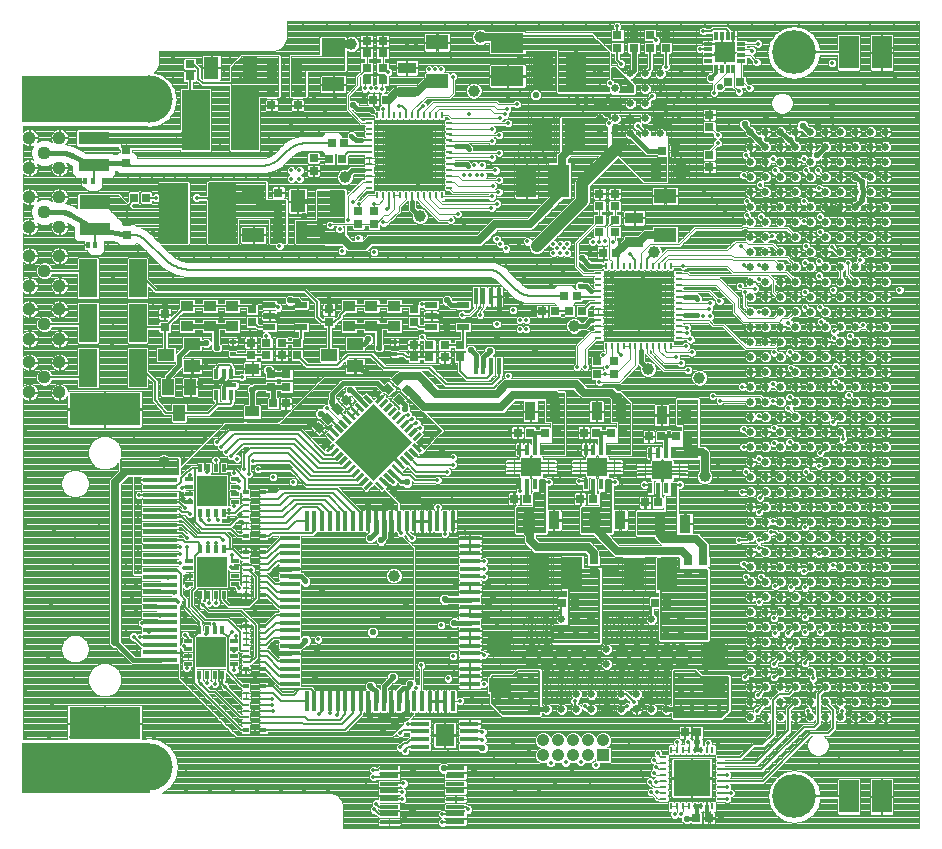
<source format=gtl>
G75*
%MOIN*%
%OFA0B0*%
%FSLAX25Y25*%
%IPPOS*%
%LPD*%
%AMOC8*
5,1,8,0,0,1.08239X$1,22.5*
%
%ADD10C,0.04409*%
%ADD11R,0.05906X0.12598*%
%ADD12R,0.04200X0.03500*%
%ADD13R,0.03000X0.02700*%
%ADD14R,0.01980X0.01402*%
%ADD15R,0.03937X0.02165*%
%ADD16R,0.04800X0.03600*%
%ADD17R,0.02700X0.03000*%
%ADD18R,0.01370X0.05709*%
%ADD19R,0.04800X0.07400*%
%ADD20R,0.10000X0.04000*%
%ADD21R,0.09252X0.20079*%
%ADD22R,0.03800X0.06000*%
%ADD23R,0.05512X0.03937*%
%ADD24R,0.03937X0.05512*%
%ADD25R,0.07400X0.04800*%
%ADD26C,0.02500*%
%ADD27R,0.06500X0.11000*%
%ADD28R,0.01378X0.02362*%
%ADD29C,0.15748*%
%ADD30R,0.42520X0.15748*%
%ADD31R,0.42520X0.16732*%
%ADD32R,0.23622X0.11024*%
%ADD33R,0.11811X0.01319*%
%ADD34R,0.06540X0.01700*%
%ADD35R,0.01700X0.06540*%
%ADD36R,0.01378X0.03346*%
%ADD37C,0.02480*%
%ADD38R,0.01969X0.00984*%
%ADD39R,0.01969X0.01673*%
%ADD40R,0.06890X0.05906*%
%ADD41R,0.04744X0.01102*%
%ADD42R,0.01181X0.03365*%
%ADD43R,0.18110X0.18110*%
%ADD44C,0.14600*%
%ADD45R,0.01200X0.02800*%
%ADD46R,0.02800X0.01200*%
%ADD47R,0.06500X0.06500*%
%ADD48R,0.12205X0.12205*%
%ADD49R,0.02362X0.00984*%
%ADD50R,0.00984X0.02362*%
%ADD51R,0.06299X0.01181*%
%ADD52R,0.06299X0.01575*%
%ADD53R,0.06181X0.07441*%
%ADD54R,0.09843X0.09843*%
%ADD55R,0.02700X0.01299*%
%ADD56R,0.01299X0.02700*%
%ADD57R,0.11000X0.06500*%
%ADD58R,0.00945X0.02362*%
%ADD59R,0.16142X0.16142*%
%ADD60R,0.02362X0.00945*%
%ADD61R,0.06000X0.03800*%
%ADD62R,0.04173X0.04173*%
%ADD63C,0.04173*%
%ADD64C,0.00394*%
%ADD65C,0.01387*%
%ADD66C,0.01781*%
%ADD67C,0.02205*%
%ADD68C,0.01575*%
%ADD69C,0.01181*%
%ADD70C,0.00787*%
%ADD71C,0.00433*%
%ADD72C,0.00709*%
%ADD73C,0.00354*%
%ADD74C,0.03858*%
%ADD75C,0.01978*%
%ADD76C,0.00350*%
%ADD77C,0.00598*%
%ADD78C,0.02756*%
%ADD79C,0.03937*%
%ADD80C,0.00591*%
%ADD81C,0.00800*%
%ADD82C,0.00748*%
%ADD83C,0.00600*%
%ADD84C,0.01969*%
D10*
X0053283Y0191079D03*
X0058283Y0196079D03*
X0063283Y0191079D03*
X0063283Y0201079D03*
X0063283Y0208795D03*
X0058283Y0213795D03*
X0053283Y0208795D03*
X0053283Y0201079D03*
X0053283Y0218795D03*
X0053283Y0226512D03*
X0058283Y0231512D03*
X0053283Y0236512D03*
X0063283Y0236512D03*
X0063283Y0246197D03*
X0058283Y0251197D03*
X0053283Y0246197D03*
X0053283Y0256197D03*
X0063283Y0256197D03*
X0063283Y0265882D03*
X0058283Y0270882D03*
X0053283Y0275882D03*
X0053283Y0265882D03*
X0063283Y0275882D03*
X0063283Y0226512D03*
X0063283Y0218795D03*
D11*
X0072850Y0214189D03*
X0089386Y0214189D03*
X0089386Y0229150D03*
X0072850Y0229150D03*
X0072850Y0199228D03*
X0089386Y0199228D03*
D12*
X0105921Y0213151D03*
X0105921Y0219951D03*
X0113402Y0219951D03*
X0120882Y0219951D03*
X0120882Y0213151D03*
X0113402Y0213151D03*
X0159858Y0213151D03*
X0159858Y0219951D03*
X0167339Y0219951D03*
X0167339Y0213151D03*
X0174819Y0213151D03*
X0174819Y0219951D03*
D13*
X0181512Y0218651D03*
X0181512Y0214451D03*
X0181512Y0206840D03*
X0181512Y0202640D03*
X0186630Y0202640D03*
X0186630Y0206840D03*
X0191748Y0206840D03*
X0191748Y0202640D03*
X0196866Y0202640D03*
X0196866Y0206840D03*
X0153165Y0214451D03*
X0153165Y0218651D03*
X0142535Y0207628D03*
X0137417Y0207628D03*
X0132299Y0207628D03*
X0132299Y0203428D03*
X0137417Y0203428D03*
X0142535Y0203428D03*
X0138992Y0196998D03*
X0133874Y0196998D03*
X0133874Y0192798D03*
X0138992Y0192798D03*
X0127181Y0203428D03*
X0127181Y0207628D03*
X0127575Y0214451D03*
X0127575Y0218651D03*
X0098441Y0217076D03*
X0098441Y0212876D03*
X0085843Y0243585D03*
X0085843Y0247785D03*
X0085449Y0267601D03*
X0085449Y0271801D03*
X0106709Y0296341D03*
X0106709Y0300541D03*
X0133980Y0290900D03*
X0133980Y0286700D03*
X0142727Y0286702D03*
X0142727Y0290902D03*
X0165721Y0295001D03*
X0165721Y0299201D03*
X0171040Y0299201D03*
X0171040Y0295001D03*
X0171040Y0304001D03*
X0171040Y0308201D03*
X0165721Y0308201D03*
X0165721Y0304001D03*
X0148047Y0269045D03*
X0148047Y0264845D03*
X0136236Y0257628D03*
X0136236Y0253428D03*
X0163008Y0251328D03*
X0163008Y0247128D03*
X0168126Y0247128D03*
X0168126Y0251328D03*
X0243323Y0253034D03*
X0243323Y0257234D03*
X0248441Y0257234D03*
X0248441Y0253034D03*
X0248441Y0248572D03*
X0243323Y0248572D03*
X0243323Y0244372D03*
X0248441Y0244372D03*
X0279937Y0266026D03*
X0279937Y0270226D03*
X0279937Y0279412D03*
X0279937Y0283612D03*
X0265572Y0305881D03*
X0265572Y0310081D03*
X0260159Y0310081D03*
X0260159Y0305881D03*
X0254745Y0305881D03*
X0254745Y0310081D03*
X0249332Y0310081D03*
X0249332Y0305881D03*
X0248047Y0201328D03*
X0248047Y0197128D03*
X0242535Y0197128D03*
X0242535Y0201328D03*
X0241354Y0135187D03*
X0241354Y0130987D03*
X0272850Y0130593D03*
X0277969Y0130593D03*
X0277969Y0134793D03*
X0272850Y0134793D03*
D14*
X0175018Y0203921D03*
X0175018Y0207921D03*
X0169896Y0205921D03*
X0121081Y0203921D03*
X0121081Y0207921D03*
X0115959Y0205921D03*
D15*
X0133283Y0212811D03*
X0133283Y0216551D03*
X0133283Y0220291D03*
X0143913Y0220291D03*
X0143913Y0212811D03*
X0187220Y0212811D03*
X0187220Y0216551D03*
X0187220Y0220291D03*
X0197850Y0220291D03*
X0197850Y0212811D03*
D16*
X0127575Y0198835D03*
X0127575Y0184661D03*
D17*
X0134530Y0187417D03*
X0138730Y0187417D03*
G36*
X0151727Y0179133D02*
X0149818Y0177224D01*
X0147697Y0179345D01*
X0149606Y0181254D01*
X0151727Y0179133D01*
G37*
G36*
X0154697Y0182103D02*
X0152788Y0180194D01*
X0150667Y0182315D01*
X0152576Y0184224D01*
X0154697Y0182103D01*
G37*
G36*
X0153996Y0185645D02*
X0155905Y0187554D01*
X0158026Y0185433D01*
X0156117Y0183524D01*
X0153996Y0185645D01*
G37*
G36*
X0156966Y0188615D02*
X0158875Y0190524D01*
X0160996Y0188403D01*
X0159087Y0186494D01*
X0156966Y0188615D01*
G37*
G36*
X0174955Y0192126D02*
X0173046Y0190217D01*
X0170925Y0192338D01*
X0172834Y0194247D01*
X0174955Y0192126D01*
G37*
G36*
X0177925Y0195095D02*
X0176016Y0193186D01*
X0173895Y0195307D01*
X0175804Y0197216D01*
X0177925Y0195095D01*
G37*
G36*
X0181468Y0191552D02*
X0179559Y0189643D01*
X0177438Y0191764D01*
X0179347Y0193673D01*
X0181468Y0191552D01*
G37*
G36*
X0178499Y0188582D02*
X0176590Y0186673D01*
X0174469Y0188794D01*
X0176378Y0190703D01*
X0178499Y0188582D01*
G37*
X0216026Y0177575D03*
X0220226Y0177575D03*
X0225081Y0177575D03*
X0229281Y0177575D03*
X0238073Y0177575D03*
X0242273Y0177575D03*
X0247128Y0177575D03*
X0251328Y0177575D03*
X0259727Y0176394D03*
X0263927Y0176394D03*
X0268782Y0176394D03*
X0272982Y0176394D03*
X0241092Y0155528D03*
X0236892Y0155528D03*
X0219045Y0155528D03*
X0214845Y0155528D03*
X0258546Y0154346D03*
X0262746Y0154346D03*
X0261695Y0120882D03*
X0265895Y0120882D03*
X0235187Y0120882D03*
X0230987Y0120882D03*
X0271774Y0077654D03*
X0275974Y0077654D03*
X0275672Y0049150D03*
X0279872Y0049150D03*
X0237549Y0218126D03*
X0233349Y0218126D03*
X0228494Y0218126D03*
X0224294Y0218126D03*
X0231577Y0223244D03*
X0235777Y0223244D03*
X0244569Y0237575D03*
X0248769Y0237575D03*
X0264259Y0271465D03*
X0268459Y0271465D03*
X0286105Y0294504D03*
X0290305Y0294504D03*
X0172194Y0288598D03*
X0167994Y0288598D03*
X0158304Y0274033D03*
X0154104Y0274033D03*
X0153317Y0268915D03*
X0157517Y0268915D03*
X0092273Y0255921D03*
X0088073Y0255921D03*
D18*
X0202091Y0223047D03*
X0204650Y0223047D03*
X0207209Y0223047D03*
X0209768Y0223047D03*
X0209768Y0199819D03*
X0207209Y0199819D03*
X0204650Y0199819D03*
X0202091Y0199819D03*
D19*
X0155728Y0254740D03*
X0142728Y0254740D03*
X0126988Y0299228D03*
X0113988Y0299228D03*
D20*
X0074819Y0275776D03*
X0074819Y0266776D03*
X0075213Y0254516D03*
X0075213Y0245516D03*
D21*
X0101295Y0250803D03*
X0117634Y0250803D03*
X0125114Y0281906D03*
X0108776Y0281906D03*
D22*
X0134210Y0298938D03*
X0142410Y0298938D03*
X0144273Y0244110D03*
X0136073Y0244110D03*
X0220325Y0184661D03*
X0228525Y0184661D03*
X0242372Y0184661D03*
X0250572Y0184661D03*
X0264026Y0183480D03*
X0272226Y0183480D03*
X0250179Y0148441D03*
X0241979Y0148441D03*
X0228131Y0148441D03*
X0219931Y0148441D03*
X0263632Y0147260D03*
X0271832Y0147260D03*
X0270459Y0264969D03*
X0262259Y0264969D03*
D23*
X0161827Y0207299D03*
X0153165Y0203559D03*
X0161827Y0199819D03*
X0107496Y0199819D03*
X0098835Y0203559D03*
X0107496Y0207299D03*
D24*
X0106905Y0192831D03*
X0099425Y0192831D03*
X0103165Y0184169D03*
D25*
X0127969Y0243516D03*
X0127969Y0256516D03*
X0154637Y0293720D03*
X0154637Y0306720D03*
X0189189Y0307697D03*
X0189189Y0294697D03*
X0265173Y0256516D03*
X0265173Y0243516D03*
X0281512Y0104941D03*
X0281512Y0091941D03*
X0210252Y0093516D03*
X0210252Y0106516D03*
D26*
X0293657Y0107831D03*
X0293657Y0112831D03*
X0298657Y0112831D03*
X0298657Y0107831D03*
X0303657Y0107831D03*
X0303657Y0112831D03*
X0308657Y0112831D03*
X0308657Y0107831D03*
X0313657Y0107831D03*
X0313657Y0112831D03*
X0318657Y0112831D03*
X0318657Y0107831D03*
X0323657Y0107831D03*
X0323657Y0112831D03*
X0328657Y0112831D03*
X0328657Y0107831D03*
X0333657Y0107831D03*
X0333657Y0112831D03*
X0338657Y0112831D03*
X0338657Y0107831D03*
X0338657Y0102831D03*
X0333657Y0102831D03*
X0328657Y0102831D03*
X0323657Y0102831D03*
X0318657Y0102831D03*
X0313657Y0102831D03*
X0308657Y0102831D03*
X0303657Y0102831D03*
X0298657Y0102831D03*
X0293657Y0102831D03*
X0293657Y0097831D03*
X0298657Y0097831D03*
X0303657Y0097831D03*
X0308657Y0097831D03*
X0313657Y0097831D03*
X0318657Y0097831D03*
X0323657Y0097831D03*
X0328657Y0097831D03*
X0333657Y0097831D03*
X0338657Y0097831D03*
X0338657Y0092831D03*
X0333657Y0092831D03*
X0328657Y0092831D03*
X0323657Y0092831D03*
X0318657Y0092831D03*
X0313657Y0092831D03*
X0308657Y0092831D03*
X0303657Y0092831D03*
X0298657Y0092831D03*
X0293657Y0092831D03*
X0293657Y0087831D03*
X0293657Y0082831D03*
X0298657Y0082831D03*
X0298657Y0087831D03*
X0303657Y0087831D03*
X0303657Y0082831D03*
X0308657Y0082831D03*
X0308657Y0087831D03*
X0313657Y0087831D03*
X0313657Y0082831D03*
X0318657Y0082831D03*
X0318657Y0087831D03*
X0323657Y0087831D03*
X0323657Y0082831D03*
X0328657Y0082831D03*
X0328657Y0087831D03*
X0333657Y0087831D03*
X0333657Y0082831D03*
X0338657Y0082831D03*
X0338657Y0087831D03*
X0338657Y0117831D03*
X0333657Y0117831D03*
X0328657Y0117831D03*
X0323657Y0117831D03*
X0318657Y0117831D03*
X0313657Y0117831D03*
X0308657Y0117831D03*
X0303657Y0117831D03*
X0298657Y0117831D03*
X0293657Y0117831D03*
X0293657Y0122831D03*
X0298657Y0122831D03*
X0303657Y0122831D03*
X0308657Y0122831D03*
X0313657Y0122831D03*
X0318657Y0122831D03*
X0323657Y0122831D03*
X0328657Y0122831D03*
X0333657Y0122831D03*
X0338657Y0122831D03*
X0338657Y0127831D03*
X0333657Y0127831D03*
X0328657Y0127831D03*
X0323657Y0127831D03*
X0318657Y0127831D03*
X0313657Y0127831D03*
X0308657Y0127831D03*
X0303657Y0127831D03*
X0298657Y0127831D03*
X0293657Y0127831D03*
X0293657Y0132831D03*
X0293657Y0137831D03*
X0298657Y0137831D03*
X0298657Y0132831D03*
X0303657Y0132831D03*
X0303657Y0137831D03*
X0308657Y0137831D03*
X0308657Y0132831D03*
X0313657Y0132831D03*
X0313657Y0137831D03*
X0318657Y0137831D03*
X0318657Y0132831D03*
X0323657Y0132831D03*
X0323657Y0137831D03*
X0328657Y0137831D03*
X0328657Y0132831D03*
X0333657Y0132831D03*
X0333657Y0137831D03*
X0338657Y0137831D03*
X0338657Y0132831D03*
X0338657Y0142831D03*
X0333657Y0142831D03*
X0328657Y0142831D03*
X0323657Y0142831D03*
X0318657Y0142831D03*
X0313657Y0142831D03*
X0308657Y0142831D03*
X0303657Y0142831D03*
X0298657Y0142831D03*
X0293657Y0142831D03*
X0293657Y0147831D03*
X0298657Y0147831D03*
X0303657Y0147831D03*
X0308657Y0147831D03*
X0313657Y0147831D03*
X0318657Y0147831D03*
X0323657Y0147831D03*
X0328657Y0147831D03*
X0333657Y0147831D03*
X0338657Y0147831D03*
X0338657Y0152831D03*
X0333657Y0152831D03*
X0328657Y0152831D03*
X0323657Y0152831D03*
X0318657Y0152831D03*
X0313657Y0152831D03*
X0308657Y0152831D03*
X0303657Y0152831D03*
X0298657Y0152831D03*
X0293657Y0152831D03*
X0293657Y0157831D03*
X0298657Y0157831D03*
X0303657Y0157831D03*
X0308657Y0157831D03*
X0313657Y0157831D03*
X0318657Y0157831D03*
X0323657Y0157831D03*
X0328657Y0157831D03*
X0333657Y0157831D03*
X0338657Y0157831D03*
X0338657Y0162831D03*
X0333657Y0162831D03*
X0328657Y0162831D03*
X0323657Y0162831D03*
X0318657Y0162831D03*
X0313657Y0162831D03*
X0308657Y0162831D03*
X0303657Y0162831D03*
X0298657Y0162831D03*
X0293657Y0162831D03*
X0293657Y0167831D03*
X0298657Y0167831D03*
X0303657Y0167831D03*
X0308657Y0167831D03*
X0313657Y0167831D03*
X0318657Y0167831D03*
X0323657Y0167831D03*
X0328657Y0167831D03*
X0333657Y0167831D03*
X0338657Y0167831D03*
X0338657Y0172831D03*
X0333657Y0172831D03*
X0328657Y0172831D03*
X0323657Y0172831D03*
X0318657Y0172831D03*
X0313657Y0172831D03*
X0308657Y0172831D03*
X0303657Y0172831D03*
X0298657Y0172831D03*
X0293657Y0172831D03*
X0293657Y0177831D03*
X0298657Y0177831D03*
X0303657Y0177831D03*
X0308657Y0177831D03*
X0313657Y0177831D03*
X0318657Y0177831D03*
X0323657Y0177831D03*
X0328657Y0177831D03*
X0333657Y0177831D03*
X0338657Y0177831D03*
X0338657Y0182831D03*
X0333657Y0182831D03*
X0328657Y0182831D03*
X0323657Y0182831D03*
X0318657Y0182831D03*
X0313657Y0182831D03*
X0308657Y0182831D03*
X0303657Y0182831D03*
X0298657Y0182831D03*
X0293657Y0182831D03*
X0293657Y0187831D03*
X0293657Y0192831D03*
X0298657Y0192831D03*
X0298657Y0187831D03*
X0303657Y0187831D03*
X0303657Y0192831D03*
X0308657Y0192831D03*
X0308657Y0187831D03*
X0313657Y0187831D03*
X0313657Y0192831D03*
X0318657Y0192831D03*
X0318657Y0187831D03*
X0323657Y0187831D03*
X0323657Y0192831D03*
X0328657Y0192831D03*
X0328657Y0187831D03*
X0333657Y0187831D03*
X0333657Y0192831D03*
X0338657Y0192831D03*
X0338657Y0187831D03*
X0338657Y0197831D03*
X0333657Y0197831D03*
X0328657Y0197831D03*
X0323657Y0197831D03*
X0318657Y0197831D03*
X0313657Y0197831D03*
X0308657Y0197831D03*
X0303657Y0197831D03*
X0298657Y0197831D03*
X0293657Y0197831D03*
X0293657Y0202831D03*
X0298657Y0202831D03*
X0303657Y0202831D03*
X0308657Y0202831D03*
X0313657Y0202831D03*
X0318657Y0202831D03*
X0323657Y0202831D03*
X0328657Y0202831D03*
X0333657Y0202831D03*
X0338657Y0202831D03*
X0338657Y0207831D03*
X0333657Y0207831D03*
X0328657Y0207831D03*
X0323657Y0207831D03*
X0318657Y0207831D03*
X0313657Y0207831D03*
X0308657Y0207831D03*
X0303657Y0207831D03*
X0298657Y0207831D03*
X0293657Y0207831D03*
X0293657Y0212831D03*
X0298657Y0212831D03*
X0303657Y0212831D03*
X0308657Y0212831D03*
X0313657Y0212831D03*
X0318657Y0212831D03*
X0323657Y0212831D03*
X0328657Y0212831D03*
X0333657Y0212831D03*
X0338657Y0212831D03*
X0338657Y0217831D03*
X0333657Y0217831D03*
X0328657Y0217831D03*
X0323657Y0217831D03*
X0318657Y0217831D03*
X0313657Y0217831D03*
X0308657Y0217831D03*
X0303657Y0217831D03*
X0298657Y0217831D03*
X0293657Y0217831D03*
X0293657Y0222831D03*
X0298657Y0222831D03*
X0303657Y0222831D03*
X0308657Y0222831D03*
X0313657Y0222831D03*
X0318657Y0222831D03*
X0323657Y0222831D03*
X0328657Y0222831D03*
X0333657Y0222831D03*
X0338657Y0222831D03*
X0338657Y0227831D03*
X0333657Y0227831D03*
X0328657Y0227831D03*
X0323657Y0227831D03*
X0318657Y0227831D03*
X0313657Y0227831D03*
X0308657Y0227831D03*
X0303657Y0227831D03*
X0298657Y0227831D03*
X0293657Y0227831D03*
X0293657Y0232831D03*
X0293657Y0237831D03*
X0298657Y0237831D03*
X0298657Y0232831D03*
X0303657Y0232831D03*
X0303657Y0237831D03*
X0308657Y0237831D03*
X0308657Y0232831D03*
X0313657Y0232831D03*
X0313657Y0237831D03*
X0318657Y0237831D03*
X0318657Y0232831D03*
X0323657Y0232831D03*
X0323657Y0237831D03*
X0328657Y0237831D03*
X0328657Y0232831D03*
X0333657Y0232831D03*
X0333657Y0237831D03*
X0338657Y0237831D03*
X0338657Y0232831D03*
X0338657Y0242831D03*
X0333657Y0242831D03*
X0328657Y0242831D03*
X0323657Y0242831D03*
X0318657Y0242831D03*
X0313657Y0242831D03*
X0308657Y0242831D03*
X0303657Y0242831D03*
X0298657Y0242831D03*
X0293657Y0242831D03*
X0293657Y0247831D03*
X0298657Y0247831D03*
X0303657Y0247831D03*
X0308657Y0247831D03*
X0313657Y0247831D03*
X0318657Y0247831D03*
X0323657Y0247831D03*
X0328657Y0247831D03*
X0333657Y0247831D03*
X0338657Y0247831D03*
X0338657Y0252831D03*
X0333657Y0252831D03*
X0328657Y0252831D03*
X0323657Y0252831D03*
X0318657Y0252831D03*
X0313657Y0252831D03*
X0308657Y0252831D03*
X0303657Y0252831D03*
X0298657Y0252831D03*
X0293657Y0252831D03*
X0293657Y0257831D03*
X0298657Y0257831D03*
X0303657Y0257831D03*
X0308657Y0257831D03*
X0313657Y0257831D03*
X0318657Y0257831D03*
X0323657Y0257831D03*
X0328657Y0257831D03*
X0333657Y0257831D03*
X0338657Y0257831D03*
X0338657Y0262831D03*
X0333657Y0262831D03*
X0328657Y0262831D03*
X0323657Y0262831D03*
X0318657Y0262831D03*
X0313657Y0262831D03*
X0308657Y0262831D03*
X0303657Y0262831D03*
X0298657Y0262831D03*
X0293657Y0262831D03*
X0293657Y0267831D03*
X0298657Y0267831D03*
X0303657Y0267831D03*
X0308657Y0267831D03*
X0313657Y0267831D03*
X0318657Y0267831D03*
X0323657Y0267831D03*
X0328657Y0267831D03*
X0333657Y0267831D03*
X0338657Y0267831D03*
X0338657Y0272831D03*
X0333657Y0272831D03*
X0328657Y0272831D03*
X0323657Y0272831D03*
X0318657Y0272831D03*
X0313657Y0272831D03*
X0308657Y0272831D03*
X0303657Y0272831D03*
X0298657Y0272831D03*
X0293657Y0272831D03*
X0293657Y0277831D03*
X0298657Y0277831D03*
X0303657Y0277831D03*
X0308657Y0277831D03*
X0313657Y0277831D03*
X0318657Y0277831D03*
X0323657Y0277831D03*
X0328657Y0277831D03*
X0333657Y0277831D03*
X0338657Y0277831D03*
X0263564Y0277312D03*
X0258564Y0277312D03*
X0253564Y0277312D03*
X0248564Y0277312D03*
X0243564Y0277312D03*
X0243564Y0282312D03*
X0248564Y0282312D03*
X0253564Y0282312D03*
X0258564Y0282312D03*
X0263564Y0282312D03*
X0263564Y0287312D03*
X0258564Y0287312D03*
X0253564Y0287312D03*
X0248564Y0287312D03*
X0243564Y0287312D03*
X0243564Y0292312D03*
X0248564Y0292312D03*
X0253564Y0292312D03*
X0258564Y0292312D03*
X0263564Y0292312D03*
X0263564Y0297312D03*
X0258564Y0297312D03*
X0253564Y0297312D03*
X0248564Y0297312D03*
X0243564Y0297312D03*
D27*
X0235437Y0298047D03*
X0224437Y0298047D03*
X0224245Y0276879D03*
X0235245Y0276879D03*
X0229925Y0261630D03*
X0218925Y0261630D03*
X0326406Y0304346D03*
X0337406Y0304346D03*
X0265752Y0130331D03*
X0254752Y0130331D03*
X0234256Y0130724D03*
X0223256Y0130724D03*
X0326406Y0056315D03*
X0337406Y0056315D03*
D28*
X0075311Y0240173D03*
X0072752Y0240173D03*
X0071965Y0261433D03*
X0074524Y0261433D03*
D29*
X0093323Y0288795D03*
X0093323Y0066157D03*
D30*
X0072260Y0288795D03*
D31*
X0072260Y0065665D03*
D32*
X0078362Y0080724D03*
X0078362Y0185449D03*
D33*
X0096866Y0164337D03*
X0096866Y0161837D03*
X0096866Y0159337D03*
X0096866Y0156837D03*
X0096866Y0154337D03*
X0096866Y0151837D03*
X0096866Y0149337D03*
X0096866Y0146837D03*
X0096866Y0144337D03*
X0096866Y0141837D03*
X0096866Y0139337D03*
X0096866Y0136837D03*
X0096866Y0134337D03*
X0096866Y0131837D03*
X0096866Y0129337D03*
X0096866Y0126837D03*
X0096866Y0124337D03*
X0096866Y0121837D03*
X0096866Y0119337D03*
X0096866Y0116837D03*
X0096866Y0114337D03*
X0096866Y0111837D03*
X0096866Y0109337D03*
X0096866Y0106837D03*
X0096866Y0104337D03*
X0096866Y0101837D03*
D34*
X0140075Y0101492D03*
X0140075Y0098933D03*
X0140075Y0096374D03*
X0140075Y0093815D03*
X0140075Y0104051D03*
X0140075Y0106610D03*
X0140075Y0109169D03*
X0140075Y0111728D03*
X0140075Y0114287D03*
X0140075Y0116846D03*
X0140075Y0119406D03*
X0140075Y0121965D03*
X0140075Y0124524D03*
X0140075Y0127083D03*
X0140075Y0129642D03*
X0140075Y0132201D03*
X0140075Y0134760D03*
X0140075Y0137319D03*
X0140075Y0139878D03*
X0140075Y0142437D03*
X0200114Y0142437D03*
X0200114Y0139878D03*
X0200114Y0137319D03*
X0200114Y0134760D03*
X0200114Y0132201D03*
X0200114Y0129642D03*
X0200114Y0127083D03*
X0200114Y0124524D03*
X0200114Y0121965D03*
X0200114Y0119406D03*
X0200114Y0116846D03*
X0200114Y0114287D03*
X0200114Y0111728D03*
X0200114Y0109169D03*
X0200114Y0106610D03*
X0200114Y0104051D03*
X0200114Y0101492D03*
X0200114Y0098933D03*
X0200114Y0096374D03*
X0200114Y0093815D03*
D35*
X0194406Y0088106D03*
X0191846Y0088106D03*
X0189287Y0088106D03*
X0186728Y0088106D03*
X0184169Y0088106D03*
X0181610Y0088106D03*
X0179051Y0088106D03*
X0176492Y0088106D03*
X0173933Y0088106D03*
X0171374Y0088106D03*
X0168815Y0088106D03*
X0166256Y0088106D03*
X0163697Y0088106D03*
X0161138Y0088106D03*
X0158579Y0088106D03*
X0156020Y0088106D03*
X0153461Y0088106D03*
X0150902Y0088106D03*
X0148343Y0088106D03*
X0145783Y0088106D03*
X0145783Y0148146D03*
X0148343Y0148146D03*
X0150902Y0148146D03*
X0153461Y0148146D03*
X0156020Y0148146D03*
X0158579Y0148146D03*
X0161138Y0148146D03*
X0163697Y0148146D03*
X0166256Y0148146D03*
X0168815Y0148146D03*
X0171374Y0148146D03*
X0173933Y0148146D03*
X0176492Y0148146D03*
X0179051Y0148146D03*
X0181610Y0148146D03*
X0184169Y0148146D03*
X0186728Y0148146D03*
X0189287Y0148146D03*
X0191846Y0148146D03*
X0194406Y0148146D03*
D36*
X0216650Y0160350D03*
X0219209Y0160350D03*
X0221768Y0160350D03*
X0224327Y0160350D03*
X0224327Y0171965D03*
X0221768Y0171965D03*
X0219209Y0171965D03*
X0216650Y0171965D03*
X0238697Y0171965D03*
X0241256Y0171965D03*
X0243815Y0171965D03*
X0246374Y0171965D03*
X0246374Y0160350D03*
X0243815Y0160350D03*
X0241256Y0160350D03*
X0238697Y0160350D03*
X0260350Y0159169D03*
X0262909Y0159169D03*
X0265469Y0159169D03*
X0268028Y0159169D03*
X0268028Y0170783D03*
X0265469Y0170783D03*
X0262909Y0170783D03*
X0260350Y0170783D03*
X0120685Y0190173D03*
X0118126Y0190173D03*
X0115567Y0190173D03*
X0115567Y0197260D03*
X0118126Y0197260D03*
X0120685Y0197260D03*
D37*
X0220685Y0115409D03*
X0220685Y0110409D03*
X0225685Y0110409D03*
X0230685Y0110409D03*
X0235685Y0110409D03*
X0240685Y0110409D03*
X0240685Y0115409D03*
X0235685Y0115409D03*
X0230685Y0115409D03*
X0225685Y0115409D03*
X0225685Y0105409D03*
X0225685Y0100409D03*
X0220685Y0100409D03*
X0220685Y0105409D03*
X0230685Y0105409D03*
X0230685Y0100409D03*
X0235685Y0100409D03*
X0240685Y0100409D03*
X0240685Y0105409D03*
X0235685Y0105409D03*
X0235685Y0095409D03*
X0235685Y0090409D03*
X0230685Y0090409D03*
X0225685Y0090409D03*
X0220685Y0090409D03*
X0220685Y0095409D03*
X0225685Y0095409D03*
X0230685Y0095409D03*
X0240685Y0095409D03*
X0240685Y0090409D03*
X0240685Y0085409D03*
X0235685Y0085409D03*
X0230685Y0085409D03*
X0225685Y0085409D03*
X0220685Y0085409D03*
X0245685Y0085409D03*
X0250685Y0085409D03*
X0255685Y0085409D03*
X0260685Y0085409D03*
X0265685Y0085409D03*
X0270685Y0085409D03*
X0270685Y0090409D03*
X0265685Y0090409D03*
X0260685Y0090409D03*
X0255685Y0090409D03*
X0250685Y0090409D03*
X0245685Y0090409D03*
X0245685Y0095409D03*
X0250685Y0095409D03*
X0255685Y0095409D03*
X0260685Y0095409D03*
X0265685Y0095409D03*
X0270685Y0095409D03*
X0270685Y0100409D03*
X0265685Y0100409D03*
X0260685Y0100409D03*
X0255685Y0100409D03*
X0250685Y0100409D03*
X0245685Y0100409D03*
X0245685Y0105409D03*
X0250685Y0105409D03*
X0255685Y0105409D03*
X0260685Y0105409D03*
X0265685Y0105409D03*
X0270685Y0105409D03*
X0270685Y0110409D03*
X0265685Y0110409D03*
X0260685Y0110409D03*
X0255685Y0110409D03*
X0250685Y0110409D03*
X0245685Y0110409D03*
X0245685Y0115409D03*
X0250685Y0115409D03*
X0255685Y0115409D03*
X0260685Y0115409D03*
X0265685Y0115409D03*
X0270685Y0115409D03*
D38*
X0131315Y0110843D03*
X0131315Y0108874D03*
X0131315Y0106906D03*
X0131315Y0104937D03*
X0131315Y0102969D03*
X0131315Y0101000D03*
X0125409Y0101000D03*
X0125409Y0102969D03*
X0125409Y0104937D03*
X0125409Y0106906D03*
X0125409Y0108874D03*
X0125409Y0110843D03*
X0125409Y0125803D03*
X0125409Y0127772D03*
X0125409Y0129740D03*
X0125409Y0131709D03*
X0125409Y0133677D03*
X0125409Y0135646D03*
X0131315Y0135646D03*
X0131315Y0133677D03*
X0131315Y0131709D03*
X0131315Y0129740D03*
X0131315Y0127772D03*
X0131315Y0125803D03*
X0131315Y0145488D03*
X0131315Y0147457D03*
X0131315Y0149425D03*
X0131315Y0151394D03*
X0131315Y0153362D03*
X0131315Y0155331D03*
X0125409Y0155331D03*
X0125409Y0153362D03*
X0125409Y0151394D03*
X0125409Y0149425D03*
X0125409Y0147457D03*
X0125409Y0145488D03*
X0125409Y0090764D03*
X0125409Y0088795D03*
X0125409Y0086827D03*
X0125409Y0084858D03*
X0125409Y0082890D03*
X0125409Y0080921D03*
X0131315Y0080921D03*
X0131315Y0082890D03*
X0131315Y0084858D03*
X0131315Y0086827D03*
X0131315Y0088795D03*
X0131315Y0090764D03*
D39*
X0131315Y0093077D03*
X0125409Y0093077D03*
X0125409Y0098687D03*
X0131315Y0098687D03*
X0131315Y0113156D03*
X0125409Y0113156D03*
X0125409Y0123490D03*
X0131315Y0123490D03*
X0131315Y0137959D03*
X0125409Y0137959D03*
X0125409Y0143175D03*
X0131315Y0143175D03*
X0131315Y0157644D03*
X0125409Y0157644D03*
X0125409Y0078608D03*
X0131315Y0078608D03*
D40*
X0220488Y0166157D03*
X0242535Y0166157D03*
X0264189Y0164976D03*
D41*
X0258480Y0163697D03*
X0258480Y0166256D03*
X0248244Y0167437D03*
X0248244Y0164878D03*
X0236827Y0164878D03*
X0236827Y0167437D03*
X0226197Y0167437D03*
X0226197Y0164878D03*
X0214780Y0164878D03*
X0214780Y0167437D03*
X0269898Y0166256D03*
X0269898Y0163697D03*
D42*
G36*
X0184145Y0171767D02*
X0183311Y0170933D01*
X0180933Y0173311D01*
X0181767Y0174145D01*
X0184145Y0171767D01*
G37*
G36*
X0182753Y0170375D02*
X0181919Y0169541D01*
X0179541Y0171919D01*
X0180375Y0172753D01*
X0182753Y0170375D01*
G37*
G36*
X0181361Y0168983D02*
X0180527Y0168149D01*
X0178149Y0170527D01*
X0178983Y0171361D01*
X0181361Y0168983D01*
G37*
G36*
X0179969Y0167592D02*
X0179135Y0166758D01*
X0176757Y0169136D01*
X0177591Y0169970D01*
X0179969Y0167592D01*
G37*
G36*
X0178577Y0166200D02*
X0177743Y0165366D01*
X0175365Y0167744D01*
X0176199Y0168578D01*
X0178577Y0166200D01*
G37*
G36*
X0177186Y0164808D02*
X0176352Y0163974D01*
X0173974Y0166352D01*
X0174808Y0167186D01*
X0177186Y0164808D01*
G37*
G36*
X0175794Y0163416D02*
X0174960Y0162582D01*
X0172582Y0164960D01*
X0173416Y0165794D01*
X0175794Y0163416D01*
G37*
G36*
X0174402Y0162024D02*
X0173568Y0161190D01*
X0171190Y0163568D01*
X0172024Y0164402D01*
X0174402Y0162024D01*
G37*
G36*
X0173010Y0160632D02*
X0172176Y0159798D01*
X0169798Y0162176D01*
X0170632Y0163010D01*
X0173010Y0160632D01*
G37*
G36*
X0171618Y0159240D02*
X0170784Y0158406D01*
X0168406Y0160784D01*
X0169240Y0161618D01*
X0171618Y0159240D01*
G37*
G36*
X0165468Y0158406D02*
X0164634Y0159240D01*
X0167012Y0161618D01*
X0167846Y0160784D01*
X0165468Y0158406D01*
G37*
G36*
X0164076Y0159798D02*
X0163242Y0160632D01*
X0165620Y0163010D01*
X0166454Y0162176D01*
X0164076Y0159798D01*
G37*
G36*
X0162684Y0161190D02*
X0161850Y0162024D01*
X0164228Y0164402D01*
X0165062Y0163568D01*
X0162684Y0161190D01*
G37*
G36*
X0161292Y0162582D02*
X0160458Y0163416D01*
X0162836Y0165794D01*
X0163670Y0164960D01*
X0161292Y0162582D01*
G37*
G36*
X0159900Y0163974D02*
X0159066Y0164808D01*
X0161444Y0167186D01*
X0162278Y0166352D01*
X0159900Y0163974D01*
G37*
G36*
X0158508Y0165366D02*
X0157674Y0166200D01*
X0160052Y0168578D01*
X0160886Y0167744D01*
X0158508Y0165366D01*
G37*
G36*
X0157117Y0166758D02*
X0156283Y0167592D01*
X0158661Y0169970D01*
X0159495Y0169136D01*
X0157117Y0166758D01*
G37*
G36*
X0155725Y0168149D02*
X0154891Y0168983D01*
X0157269Y0171361D01*
X0158103Y0170527D01*
X0155725Y0168149D01*
G37*
G36*
X0154333Y0169541D02*
X0153499Y0170375D01*
X0155877Y0172753D01*
X0156711Y0171919D01*
X0154333Y0169541D01*
G37*
G36*
X0152941Y0170933D02*
X0152107Y0171767D01*
X0154485Y0174145D01*
X0155319Y0173311D01*
X0152941Y0170933D01*
G37*
G36*
X0155319Y0175539D02*
X0154485Y0174705D01*
X0152107Y0177083D01*
X0152941Y0177917D01*
X0155319Y0175539D01*
G37*
G36*
X0156711Y0176931D02*
X0155877Y0176097D01*
X0153499Y0178475D01*
X0154333Y0179309D01*
X0156711Y0176931D01*
G37*
G36*
X0158103Y0178323D02*
X0157269Y0177489D01*
X0154891Y0179867D01*
X0155725Y0180701D01*
X0158103Y0178323D01*
G37*
G36*
X0159495Y0179715D02*
X0158661Y0178881D01*
X0156283Y0181259D01*
X0157117Y0182093D01*
X0159495Y0179715D01*
G37*
G36*
X0160886Y0181107D02*
X0160052Y0180273D01*
X0157674Y0182651D01*
X0158508Y0183485D01*
X0160886Y0181107D01*
G37*
G36*
X0162278Y0182499D02*
X0161444Y0181665D01*
X0159066Y0184043D01*
X0159900Y0184877D01*
X0162278Y0182499D01*
G37*
G36*
X0163670Y0183891D02*
X0162836Y0183057D01*
X0160458Y0185435D01*
X0161292Y0186269D01*
X0163670Y0183891D01*
G37*
G36*
X0165062Y0185283D02*
X0164228Y0184449D01*
X0161850Y0186827D01*
X0162684Y0187661D01*
X0165062Y0185283D01*
G37*
G36*
X0166454Y0186675D02*
X0165620Y0185841D01*
X0163242Y0188219D01*
X0164076Y0189053D01*
X0166454Y0186675D01*
G37*
G36*
X0167846Y0188066D02*
X0167012Y0187232D01*
X0164634Y0189610D01*
X0165468Y0190444D01*
X0167846Y0188066D01*
G37*
G36*
X0169240Y0187232D02*
X0168406Y0188066D01*
X0170784Y0190444D01*
X0171618Y0189610D01*
X0169240Y0187232D01*
G37*
G36*
X0170632Y0185841D02*
X0169798Y0186675D01*
X0172176Y0189053D01*
X0173010Y0188219D01*
X0170632Y0185841D01*
G37*
G36*
X0172024Y0184449D02*
X0171190Y0185283D01*
X0173568Y0187661D01*
X0174402Y0186827D01*
X0172024Y0184449D01*
G37*
G36*
X0173416Y0183057D02*
X0172582Y0183891D01*
X0174960Y0186269D01*
X0175794Y0185435D01*
X0173416Y0183057D01*
G37*
G36*
X0174808Y0181665D02*
X0173974Y0182499D01*
X0176352Y0184877D01*
X0177186Y0184043D01*
X0174808Y0181665D01*
G37*
G36*
X0176199Y0180273D02*
X0175365Y0181107D01*
X0177743Y0183485D01*
X0178577Y0182651D01*
X0176199Y0180273D01*
G37*
G36*
X0177591Y0178881D02*
X0176757Y0179715D01*
X0179135Y0182093D01*
X0179969Y0181259D01*
X0177591Y0178881D01*
G37*
G36*
X0178983Y0177489D02*
X0178149Y0178323D01*
X0180527Y0180701D01*
X0181361Y0179867D01*
X0178983Y0177489D01*
G37*
G36*
X0180375Y0176097D02*
X0179541Y0176931D01*
X0181919Y0179309D01*
X0182753Y0178475D01*
X0180375Y0176097D01*
G37*
G36*
X0181767Y0174705D02*
X0180933Y0175539D01*
X0183311Y0177917D01*
X0184145Y0177083D01*
X0181767Y0174705D01*
G37*
D43*
G36*
X0168126Y0187230D02*
X0180931Y0174425D01*
X0168126Y0161620D01*
X0155321Y0174425D01*
X0168126Y0187230D01*
G37*
D44*
X0308157Y0304331D03*
X0308157Y0056331D03*
D45*
X0288008Y0298846D03*
X0286039Y0298846D03*
X0284071Y0298846D03*
X0282102Y0298846D03*
X0282102Y0309846D03*
X0284071Y0309846D03*
X0286039Y0309846D03*
X0288008Y0309846D03*
D46*
X0290555Y0307299D03*
X0290555Y0305331D03*
X0290555Y0303362D03*
X0290555Y0301394D03*
X0279555Y0301394D03*
X0279555Y0303362D03*
X0279555Y0305331D03*
X0279555Y0307299D03*
D47*
X0285055Y0304346D03*
D48*
X0274110Y0062457D03*
D49*
X0264661Y0063441D03*
X0264661Y0065409D03*
X0264661Y0067378D03*
X0264661Y0069346D03*
X0264661Y0061472D03*
X0264661Y0059504D03*
X0264661Y0057535D03*
X0264661Y0055567D03*
X0283559Y0055567D03*
X0283559Y0057535D03*
X0283559Y0059504D03*
X0283559Y0061472D03*
X0283559Y0063441D03*
X0283559Y0065409D03*
X0283559Y0067378D03*
X0283559Y0069346D03*
D50*
X0281000Y0071906D03*
X0279031Y0071906D03*
X0277063Y0071906D03*
X0275094Y0071906D03*
X0273126Y0071906D03*
X0271157Y0071906D03*
X0269189Y0071906D03*
X0267220Y0071906D03*
X0267220Y0053008D03*
X0269189Y0053008D03*
X0271157Y0053008D03*
X0273126Y0053008D03*
X0275094Y0053008D03*
X0277063Y0053008D03*
X0279031Y0053008D03*
X0281000Y0053008D03*
D51*
X0195291Y0052870D03*
X0195291Y0050311D03*
X0195291Y0047752D03*
X0195291Y0055429D03*
X0195291Y0057988D03*
X0195291Y0060547D03*
X0195291Y0063106D03*
X0195291Y0065665D03*
X0173244Y0065665D03*
X0173244Y0063106D03*
X0173244Y0060547D03*
X0173244Y0057988D03*
X0173244Y0055429D03*
X0173244Y0052870D03*
X0173244Y0050311D03*
X0173244Y0047752D03*
D52*
X0183480Y0072949D03*
X0183480Y0075508D03*
X0183480Y0078067D03*
X0183480Y0080626D03*
X0200016Y0080626D03*
X0200016Y0078067D03*
X0200016Y0075508D03*
X0200016Y0072949D03*
D53*
X0191748Y0076787D03*
D54*
X0113795Y0104346D03*
X0114189Y0131118D03*
X0114189Y0158283D03*
D55*
X0121769Y0157004D03*
X0121769Y0159563D03*
X0121769Y0162122D03*
X0121769Y0154445D03*
X0106609Y0154445D03*
X0106609Y0157004D03*
X0106609Y0159563D03*
X0106609Y0162122D03*
X0106609Y0134957D03*
X0106609Y0132398D03*
X0106609Y0129839D03*
X0106609Y0127280D03*
X0121769Y0127280D03*
X0121769Y0129839D03*
X0121769Y0132398D03*
X0121769Y0134957D03*
X0121376Y0108185D03*
X0121376Y0105626D03*
X0121376Y0103067D03*
X0121376Y0100508D03*
X0106215Y0100508D03*
X0106215Y0103067D03*
X0106215Y0105626D03*
X0106215Y0108185D03*
D56*
X0109957Y0111927D03*
X0112516Y0111927D03*
X0115075Y0111927D03*
X0117634Y0111927D03*
X0118028Y0123538D03*
X0115469Y0123538D03*
X0112909Y0123538D03*
X0110350Y0123538D03*
X0110350Y0138698D03*
X0112909Y0138698D03*
X0115469Y0138698D03*
X0118028Y0138698D03*
X0118028Y0150703D03*
X0115469Y0150703D03*
X0112909Y0150703D03*
X0110350Y0150703D03*
X0110350Y0165864D03*
X0112909Y0165864D03*
X0115469Y0165864D03*
X0118028Y0165864D03*
X0117634Y0096766D03*
X0115075Y0096766D03*
X0112516Y0096766D03*
X0109957Y0096766D03*
D57*
X0212614Y0296484D03*
X0212614Y0307484D03*
D58*
X0190764Y0283480D03*
X0188795Y0283480D03*
X0186827Y0283480D03*
X0184858Y0283480D03*
X0182890Y0283480D03*
X0180921Y0283480D03*
X0178953Y0283480D03*
X0176984Y0283480D03*
X0175016Y0283480D03*
X0173047Y0283480D03*
X0171079Y0283480D03*
X0169110Y0283480D03*
X0169110Y0256709D03*
X0171079Y0256709D03*
X0173047Y0256709D03*
X0175016Y0256709D03*
X0176984Y0256709D03*
X0178953Y0256709D03*
X0180921Y0256709D03*
X0182890Y0256709D03*
X0184858Y0256709D03*
X0186827Y0256709D03*
X0188795Y0256709D03*
X0190764Y0256709D03*
X0245488Y0233283D03*
X0247457Y0233283D03*
X0249425Y0233283D03*
X0251394Y0233283D03*
X0253362Y0233283D03*
X0255331Y0233283D03*
X0257299Y0233283D03*
X0259268Y0233283D03*
X0261236Y0233283D03*
X0263205Y0233283D03*
X0265173Y0233283D03*
X0267142Y0233283D03*
X0267142Y0206512D03*
X0265173Y0206512D03*
X0263205Y0206512D03*
X0261236Y0206512D03*
X0259268Y0206512D03*
X0257299Y0206512D03*
X0255331Y0206512D03*
X0253362Y0206512D03*
X0251394Y0206512D03*
X0249425Y0206512D03*
X0247457Y0206512D03*
X0245488Y0206512D03*
D59*
X0256315Y0219898D03*
X0179937Y0270094D03*
D60*
X0193323Y0269110D03*
X0193323Y0267142D03*
X0193323Y0265173D03*
X0193323Y0263205D03*
X0193323Y0261236D03*
X0193323Y0259268D03*
X0193323Y0271079D03*
X0193323Y0273047D03*
X0193323Y0275016D03*
X0193323Y0276984D03*
X0193323Y0278953D03*
X0193323Y0280921D03*
X0166551Y0280921D03*
X0166551Y0278953D03*
X0166551Y0276984D03*
X0166551Y0275016D03*
X0166551Y0273047D03*
X0166551Y0271079D03*
X0166551Y0269110D03*
X0166551Y0267142D03*
X0166551Y0265173D03*
X0166551Y0263205D03*
X0166551Y0261236D03*
X0166551Y0259268D03*
X0242929Y0230724D03*
X0242929Y0228756D03*
X0242929Y0226787D03*
X0242929Y0224819D03*
X0242929Y0222850D03*
X0242929Y0220882D03*
X0242929Y0218913D03*
X0242929Y0216945D03*
X0242929Y0214976D03*
X0242929Y0213008D03*
X0242929Y0211039D03*
X0242929Y0209071D03*
X0269701Y0209071D03*
X0269701Y0211039D03*
X0269701Y0213008D03*
X0269701Y0214976D03*
X0269701Y0216945D03*
X0269701Y0218913D03*
X0269701Y0220882D03*
X0269701Y0222850D03*
X0269701Y0224819D03*
X0269701Y0226787D03*
X0269701Y0228756D03*
X0269701Y0230724D03*
D61*
X0254937Y0240994D03*
X0254937Y0249194D03*
X0179150Y0290994D03*
X0179150Y0299194D03*
D62*
X0244533Y0070065D03*
D63*
X0239533Y0070065D03*
X0234533Y0070065D03*
X0229533Y0070065D03*
X0224533Y0070065D03*
X0224533Y0075065D03*
X0229533Y0075065D03*
X0234533Y0075065D03*
X0239533Y0075065D03*
X0244533Y0075065D03*
D64*
X0246435Y0073180D02*
X0266138Y0073180D01*
X0266138Y0073331D02*
X0266138Y0070480D01*
X0266484Y0070134D01*
X0267957Y0070134D01*
X0268205Y0070381D01*
X0268452Y0070134D01*
X0269926Y0070134D01*
X0270173Y0070381D01*
X0270421Y0070134D01*
X0271894Y0070134D01*
X0272142Y0070381D01*
X0272389Y0070134D01*
X0273863Y0070134D01*
X0274110Y0070381D01*
X0274358Y0070134D01*
X0275831Y0070134D01*
X0276079Y0070381D01*
X0276326Y0070134D01*
X0277800Y0070134D01*
X0278047Y0070381D01*
X0278295Y0070134D01*
X0279768Y0070134D01*
X0280016Y0070381D01*
X0280263Y0070134D01*
X0281737Y0070134D01*
X0282083Y0070480D01*
X0282083Y0073331D01*
X0281737Y0073677D01*
X0280934Y0073677D01*
X0280934Y0074607D01*
X0280119Y0075422D01*
X0278967Y0075422D01*
X0278153Y0074607D01*
X0278153Y0073535D01*
X0278047Y0073430D01*
X0277800Y0073677D01*
X0277796Y0073677D01*
X0277799Y0073680D01*
X0277799Y0075170D01*
X0277407Y0075563D01*
X0277569Y0075563D01*
X0277915Y0075909D01*
X0277915Y0079398D01*
X0277569Y0079744D01*
X0274379Y0079744D01*
X0274033Y0079398D01*
X0274033Y0075909D01*
X0274379Y0075563D01*
X0274593Y0075563D01*
X0274201Y0075170D01*
X0274201Y0075041D01*
X0273580Y0075663D01*
X0273691Y0075774D01*
X0273793Y0076020D01*
X0273793Y0077457D01*
X0271971Y0077457D01*
X0271971Y0077850D01*
X0273793Y0077850D01*
X0273793Y0079287D01*
X0273691Y0079533D01*
X0273503Y0079721D01*
X0273257Y0079823D01*
X0271971Y0079823D01*
X0271971Y0077850D01*
X0271577Y0077850D01*
X0271577Y0077457D01*
X0269755Y0077457D01*
X0269755Y0076020D01*
X0269840Y0075816D01*
X0268731Y0075816D01*
X0267917Y0075001D01*
X0267917Y0073849D01*
X0268270Y0073495D01*
X0268205Y0073430D01*
X0267957Y0073677D01*
X0266484Y0073677D01*
X0266138Y0073331D01*
X0266379Y0073572D02*
X0246813Y0073572D01*
X0246803Y0073548D02*
X0247211Y0074532D01*
X0247211Y0075597D01*
X0246803Y0076581D01*
X0246050Y0077335D01*
X0245066Y0077742D01*
X0244001Y0077742D01*
X0243017Y0077335D01*
X0242264Y0076581D01*
X0242033Y0076025D01*
X0241803Y0076581D01*
X0241050Y0077335D01*
X0240066Y0077742D01*
X0239001Y0077742D01*
X0238017Y0077335D01*
X0237264Y0076581D01*
X0237033Y0076025D01*
X0236803Y0076581D01*
X0236050Y0077335D01*
X0235066Y0077742D01*
X0234001Y0077742D01*
X0233017Y0077335D01*
X0232264Y0076581D01*
X0232033Y0076025D01*
X0231803Y0076581D01*
X0231050Y0077335D01*
X0230066Y0077742D01*
X0229001Y0077742D01*
X0228017Y0077335D01*
X0227264Y0076581D01*
X0227033Y0076025D01*
X0226803Y0076581D01*
X0226050Y0077335D01*
X0225066Y0077742D01*
X0224001Y0077742D01*
X0223017Y0077335D01*
X0222264Y0076581D01*
X0221856Y0075597D01*
X0221856Y0074532D01*
X0222264Y0073548D01*
X0223017Y0072795D01*
X0223573Y0072565D01*
X0223017Y0072335D01*
X0222264Y0071581D01*
X0221856Y0070597D01*
X0221856Y0069532D01*
X0222264Y0068548D01*
X0223017Y0067795D01*
X0224001Y0067388D01*
X0225066Y0067388D01*
X0225643Y0067627D01*
X0225643Y0066893D01*
X0226457Y0066078D01*
X0227609Y0066078D01*
X0228424Y0066893D01*
X0228424Y0067627D01*
X0229001Y0067388D01*
X0230066Y0067388D01*
X0230643Y0067627D01*
X0230643Y0067078D01*
X0231457Y0066263D01*
X0232609Y0066263D01*
X0233424Y0067078D01*
X0233424Y0067627D01*
X0234001Y0067388D01*
X0235066Y0067388D01*
X0235643Y0067627D01*
X0235643Y0067361D01*
X0236457Y0066546D01*
X0237609Y0066546D01*
X0238424Y0067361D01*
X0238424Y0067627D01*
X0239001Y0067388D01*
X0240066Y0067388D01*
X0241050Y0067795D01*
X0241803Y0068548D01*
X0241856Y0068677D01*
X0241856Y0068193D01*
X0241457Y0068193D01*
X0240643Y0067379D01*
X0240643Y0066227D01*
X0241457Y0065412D01*
X0242609Y0065412D01*
X0243424Y0066227D01*
X0243424Y0067379D01*
X0243415Y0067388D01*
X0246865Y0067388D01*
X0247211Y0067734D01*
X0247211Y0072396D01*
X0246865Y0072742D01*
X0245921Y0072742D01*
X0246050Y0072795D01*
X0246803Y0073548D01*
X0246975Y0073965D02*
X0267917Y0073965D01*
X0267917Y0074357D02*
X0247138Y0074357D01*
X0247211Y0074749D02*
X0267917Y0074749D01*
X0268056Y0075141D02*
X0247211Y0075141D01*
X0247211Y0075533D02*
X0268449Y0075533D01*
X0269794Y0075926D02*
X0247075Y0075926D01*
X0246912Y0076318D02*
X0269755Y0076318D01*
X0269755Y0076710D02*
X0246675Y0076710D01*
X0246282Y0077102D02*
X0269755Y0077102D01*
X0269755Y0077850D02*
X0271577Y0077850D01*
X0271577Y0079823D01*
X0270291Y0079823D01*
X0270045Y0079721D01*
X0269857Y0079533D01*
X0269755Y0079287D01*
X0269755Y0077850D01*
X0269755Y0077887D02*
X0205737Y0077887D01*
X0205737Y0078279D02*
X0269755Y0078279D01*
X0269755Y0078671D02*
X0205419Y0078671D01*
X0205737Y0078354D02*
X0204922Y0079168D01*
X0203770Y0079168D01*
X0203729Y0079126D01*
X0203564Y0079291D01*
X0203733Y0079459D01*
X0203835Y0079705D01*
X0203835Y0080429D01*
X0200213Y0080429D01*
X0200213Y0080823D01*
X0203835Y0080823D01*
X0203835Y0081547D01*
X0203733Y0081793D01*
X0203544Y0081981D01*
X0203298Y0082083D01*
X0200213Y0082083D01*
X0200213Y0080823D01*
X0199819Y0080823D01*
X0199819Y0082083D01*
X0196733Y0082083D01*
X0196487Y0081981D01*
X0196299Y0081793D01*
X0196197Y0081547D01*
X0196197Y0080823D01*
X0199819Y0080823D01*
X0199819Y0080429D01*
X0196197Y0080429D01*
X0196197Y0079705D01*
X0196299Y0079459D01*
X0196467Y0079291D01*
X0196276Y0079099D01*
X0196276Y0077035D01*
X0196523Y0076787D01*
X0196276Y0076540D01*
X0196276Y0074476D01*
X0196523Y0074228D01*
X0196276Y0073981D01*
X0196276Y0071917D01*
X0196622Y0071571D01*
X0202688Y0071571D01*
X0203601Y0070657D01*
X0205092Y0070657D01*
X0206146Y0071711D01*
X0206146Y0073202D01*
X0205224Y0074124D01*
X0205737Y0074637D01*
X0205737Y0075789D01*
X0205031Y0076495D01*
X0205737Y0077202D01*
X0205737Y0078354D01*
X0205737Y0077494D02*
X0223403Y0077494D01*
X0222785Y0077102D02*
X0205638Y0077102D01*
X0205245Y0076710D02*
X0222392Y0076710D01*
X0222155Y0076318D02*
X0205208Y0076318D01*
X0205600Y0075926D02*
X0221992Y0075926D01*
X0221856Y0075533D02*
X0205737Y0075533D01*
X0205737Y0075141D02*
X0221856Y0075141D01*
X0221856Y0074749D02*
X0205737Y0074749D01*
X0205457Y0074357D02*
X0221929Y0074357D01*
X0222092Y0073965D02*
X0205383Y0073965D01*
X0205775Y0073572D02*
X0222254Y0073572D01*
X0222632Y0073180D02*
X0206146Y0073180D01*
X0206146Y0072788D02*
X0223035Y0072788D01*
X0223165Y0072396D02*
X0206146Y0072396D01*
X0206146Y0072003D02*
X0222686Y0072003D01*
X0222294Y0071611D02*
X0206045Y0071611D01*
X0205653Y0071219D02*
X0222114Y0071219D01*
X0221951Y0070827D02*
X0205261Y0070827D01*
X0203432Y0070827D02*
X0179930Y0070827D01*
X0179975Y0070871D02*
X0179975Y0071682D01*
X0180086Y0071571D01*
X0186875Y0071571D01*
X0187220Y0071917D01*
X0187220Y0073981D01*
X0186973Y0074228D01*
X0187220Y0074476D01*
X0187220Y0076540D01*
X0186973Y0076787D01*
X0187220Y0077035D01*
X0187220Y0079099D01*
X0186973Y0079346D01*
X0187220Y0079594D01*
X0187220Y0081658D01*
X0186875Y0082004D01*
X0180362Y0082004D01*
X0181444Y0083087D01*
X0181905Y0083548D01*
X0181905Y0084246D01*
X0182705Y0084246D01*
X0182890Y0084431D01*
X0183075Y0084246D01*
X0185264Y0084246D01*
X0185393Y0084375D01*
X0185499Y0084269D01*
X0185745Y0084167D01*
X0186532Y0084167D01*
X0186532Y0087909D01*
X0186925Y0087909D01*
X0186925Y0084167D01*
X0187711Y0084167D01*
X0187957Y0084269D01*
X0188008Y0084319D01*
X0188058Y0084269D01*
X0188304Y0084167D01*
X0189091Y0084167D01*
X0189091Y0087909D01*
X0189484Y0087909D01*
X0189484Y0084167D01*
X0190271Y0084167D01*
X0190517Y0084269D01*
X0190567Y0084319D01*
X0190617Y0084269D01*
X0190863Y0084167D01*
X0191650Y0084167D01*
X0191650Y0087909D01*
X0192043Y0087909D01*
X0192043Y0084167D01*
X0192830Y0084167D01*
X0193076Y0084269D01*
X0193182Y0084375D01*
X0193311Y0084246D01*
X0195500Y0084246D01*
X0195846Y0084592D01*
X0195846Y0087258D01*
X0196290Y0086814D01*
X0197442Y0086814D01*
X0198257Y0087629D01*
X0198257Y0088781D01*
X0197442Y0089595D01*
X0196290Y0089595D01*
X0195846Y0089151D01*
X0195846Y0091621D01*
X0195500Y0091967D01*
X0193311Y0091967D01*
X0193182Y0091838D01*
X0193076Y0091944D01*
X0192830Y0092046D01*
X0192043Y0092046D01*
X0192043Y0088303D01*
X0191650Y0088303D01*
X0191650Y0092046D01*
X0190863Y0092046D01*
X0190617Y0091944D01*
X0190567Y0091893D01*
X0190517Y0091944D01*
X0190271Y0092046D01*
X0189484Y0092046D01*
X0189484Y0088303D01*
X0189091Y0088303D01*
X0189091Y0092046D01*
X0188304Y0092046D01*
X0188058Y0091944D01*
X0188008Y0091893D01*
X0187957Y0091944D01*
X0187711Y0092046D01*
X0186925Y0092046D01*
X0186925Y0088303D01*
X0186532Y0088303D01*
X0186532Y0092046D01*
X0185745Y0092046D01*
X0185499Y0091944D01*
X0185393Y0091838D01*
X0185264Y0091967D01*
X0184642Y0091967D01*
X0184642Y0098817D01*
X0185265Y0099440D01*
X0185265Y0100592D01*
X0184450Y0101406D01*
X0183298Y0101406D01*
X0182483Y0100592D01*
X0182483Y0099440D01*
X0183106Y0098817D01*
X0183106Y0093695D01*
X0182924Y0093877D01*
X0182130Y0093877D01*
X0182130Y0094462D01*
X0181905Y0094686D01*
X0181905Y0139318D01*
X0178131Y0143093D01*
X0178453Y0143415D01*
X0178643Y0143224D01*
X0179334Y0142534D01*
X0179334Y0141959D01*
X0180148Y0141145D01*
X0181300Y0141145D01*
X0182115Y0141959D01*
X0182115Y0143111D01*
X0181300Y0143926D01*
X0180726Y0143926D01*
X0180256Y0144396D01*
X0180275Y0144414D01*
X0180381Y0144308D01*
X0180627Y0144206D01*
X0181413Y0144206D01*
X0181413Y0147949D01*
X0181807Y0147949D01*
X0181807Y0148342D01*
X0183130Y0148342D01*
X0183972Y0148342D01*
X0183972Y0147949D01*
X0181807Y0147949D01*
X0181807Y0144206D01*
X0182593Y0144206D01*
X0182839Y0144308D01*
X0182890Y0144359D01*
X0182940Y0144308D01*
X0183186Y0144206D01*
X0183972Y0144206D01*
X0183972Y0147949D01*
X0184366Y0147949D01*
X0184366Y0148342D01*
X0185689Y0148342D01*
X0186531Y0148342D01*
X0186531Y0147949D01*
X0184366Y0147949D01*
X0184366Y0144206D01*
X0185152Y0144206D01*
X0185398Y0144308D01*
X0185449Y0144359D01*
X0185499Y0144308D01*
X0185745Y0144206D01*
X0186532Y0144206D01*
X0186532Y0147949D01*
X0186925Y0147949D01*
X0186925Y0144206D01*
X0187711Y0144206D01*
X0187957Y0144308D01*
X0188064Y0144414D01*
X0188193Y0144285D01*
X0190357Y0144285D01*
X0190357Y0143141D01*
X0191172Y0142326D01*
X0192324Y0142326D01*
X0193139Y0143141D01*
X0193139Y0144293D01*
X0193044Y0144388D01*
X0193070Y0144414D01*
X0193176Y0144308D01*
X0193422Y0144206D01*
X0194209Y0144206D01*
X0194209Y0147949D01*
X0194602Y0147949D01*
X0194602Y0144206D01*
X0195389Y0144206D01*
X0195635Y0144308D01*
X0195823Y0144496D01*
X0195925Y0144742D01*
X0195925Y0147949D01*
X0194602Y0147949D01*
X0194602Y0148342D01*
X0195925Y0148342D01*
X0195925Y0151549D01*
X0195823Y0151795D01*
X0195635Y0151983D01*
X0195389Y0152085D01*
X0194602Y0152085D01*
X0194602Y0148343D01*
X0194209Y0148343D01*
X0194209Y0152085D01*
X0193422Y0152085D01*
X0193176Y0151983D01*
X0193070Y0151877D01*
X0192941Y0152006D01*
X0190752Y0152006D01*
X0190567Y0151821D01*
X0190484Y0151904D01*
X0190776Y0152196D01*
X0190776Y0153348D01*
X0189962Y0154162D01*
X0188810Y0154162D01*
X0187995Y0153348D01*
X0187995Y0152196D01*
X0188189Y0152002D01*
X0188064Y0151877D01*
X0187957Y0151983D01*
X0187711Y0152085D01*
X0186925Y0152085D01*
X0186925Y0148343D01*
X0186532Y0148343D01*
X0186532Y0152085D01*
X0185745Y0152085D01*
X0185499Y0151983D01*
X0185449Y0151933D01*
X0185398Y0151983D01*
X0185152Y0152085D01*
X0184366Y0152085D01*
X0184366Y0148343D01*
X0183972Y0148343D01*
X0183972Y0152085D01*
X0183186Y0152085D01*
X0182940Y0151983D01*
X0182890Y0151933D01*
X0182839Y0151983D01*
X0182593Y0152085D01*
X0181807Y0152085D01*
X0181807Y0148343D01*
X0181413Y0148343D01*
X0181413Y0152085D01*
X0180627Y0152085D01*
X0180381Y0151983D01*
X0180275Y0151877D01*
X0180146Y0152006D01*
X0177957Y0152006D01*
X0177772Y0151821D01*
X0177587Y0152006D01*
X0176787Y0152006D01*
X0176787Y0154279D01*
X0172140Y0158926D01*
X0172210Y0158995D01*
X0172210Y0159127D01*
X0172309Y0159127D01*
X0172555Y0159229D01*
X0172997Y0159671D01*
X0171404Y0161265D01*
X0171543Y0161404D01*
X0173136Y0159810D01*
X0173484Y0160158D01*
X0173922Y0159721D01*
X0175074Y0159721D01*
X0175888Y0160536D01*
X0175888Y0160817D01*
X0176847Y0159858D01*
X0177786Y0159858D01*
X0178404Y0159240D01*
X0179895Y0159240D01*
X0180949Y0160294D01*
X0180949Y0161392D01*
X0181484Y0160857D01*
X0188365Y0160857D01*
X0188771Y0160450D01*
X0189923Y0160450D01*
X0190737Y0161265D01*
X0190737Y0162417D01*
X0189923Y0163231D01*
X0188771Y0163231D01*
X0188365Y0162825D01*
X0182299Y0162825D01*
X0180738Y0164386D01*
X0178165Y0164386D01*
X0177777Y0164774D01*
X0177988Y0164774D01*
X0179169Y0165955D01*
X0179169Y0166166D01*
X0179169Y0166166D01*
X0181737Y0163598D01*
X0191553Y0163598D01*
X0191959Y0163192D01*
X0193111Y0163192D01*
X0193926Y0164007D01*
X0193926Y0165159D01*
X0193124Y0165961D01*
X0193450Y0165961D01*
X0193856Y0165554D01*
X0195008Y0165554D01*
X0195823Y0166369D01*
X0195823Y0167521D01*
X0195254Y0168090D01*
X0195894Y0168731D01*
X0195894Y0169883D01*
X0195080Y0170698D01*
X0193928Y0170698D01*
X0193522Y0170291D01*
X0183395Y0170291D01*
X0183345Y0170341D01*
X0183556Y0170341D01*
X0183698Y0170483D01*
X0183885Y0170488D01*
X0184200Y0170488D01*
X0184209Y0170497D01*
X0184223Y0170498D01*
X0184439Y0170727D01*
X0184661Y0170949D01*
X0184661Y0170963D01*
X0190337Y0176972D01*
X0190356Y0176972D01*
X0191170Y0177786D01*
X0191170Y0177852D01*
X0191354Y0178036D01*
X0191354Y0178049D01*
X0191363Y0178059D01*
X0191354Y0178373D01*
X0191354Y0178688D01*
X0191345Y0178698D01*
X0191345Y0178711D01*
X0191170Y0178876D01*
X0191170Y0178938D01*
X0190356Y0179753D01*
X0190290Y0179753D01*
X0185775Y0184268D01*
X0211461Y0184268D01*
X0215292Y0188098D01*
X0217916Y0188098D01*
X0217858Y0188041D01*
X0217756Y0187795D01*
X0217756Y0184858D01*
X0220128Y0184858D01*
X0220128Y0184465D01*
X0217756Y0184465D01*
X0217756Y0181528D01*
X0217858Y0181282D01*
X0218046Y0181094D01*
X0218292Y0180992D01*
X0220128Y0180992D01*
X0220128Y0184465D01*
X0220522Y0184465D01*
X0220522Y0184858D01*
X0222894Y0184858D01*
X0222894Y0187795D01*
X0222793Y0188041D01*
X0222735Y0188098D01*
X0224819Y0188098D01*
X0224819Y0181186D01*
X0225280Y0180724D01*
X0226787Y0180724D01*
X0226787Y0179554D01*
X0226676Y0179665D01*
X0223486Y0179665D01*
X0223141Y0179319D01*
X0223141Y0178756D01*
X0222167Y0178756D01*
X0222167Y0179319D01*
X0221821Y0179665D01*
X0218631Y0179665D01*
X0218285Y0179319D01*
X0218285Y0175830D01*
X0218631Y0175484D01*
X0220587Y0175484D01*
X0220587Y0173981D01*
X0220511Y0173905D01*
X0220465Y0174017D01*
X0220277Y0174205D01*
X0220031Y0174307D01*
X0219356Y0174307D01*
X0219356Y0172112D01*
X0219061Y0172112D01*
X0219061Y0171817D01*
X0216797Y0171817D01*
X0216797Y0169733D01*
X0216664Y0169678D01*
X0216476Y0169489D01*
X0216374Y0169243D01*
X0216374Y0168657D01*
X0214858Y0168657D01*
X0214858Y0167516D01*
X0214701Y0167516D01*
X0214701Y0168657D01*
X0212274Y0168657D01*
X0212028Y0168556D01*
X0211840Y0168367D01*
X0211738Y0168121D01*
X0211738Y0167516D01*
X0214701Y0167516D01*
X0214701Y0167358D01*
X0214858Y0167358D01*
X0214858Y0166217D01*
X0217285Y0166217D01*
X0217531Y0166318D01*
X0217567Y0166354D01*
X0220291Y0166354D01*
X0220291Y0165961D01*
X0217567Y0165961D01*
X0217531Y0165997D01*
X0217285Y0166098D01*
X0214858Y0166098D01*
X0214858Y0164957D01*
X0214701Y0164957D01*
X0214701Y0166098D01*
X0212274Y0166098D01*
X0212028Y0165997D01*
X0211840Y0165808D01*
X0211738Y0165562D01*
X0211738Y0164957D01*
X0214701Y0164957D01*
X0214701Y0164799D01*
X0214858Y0164799D01*
X0214858Y0163657D01*
X0216374Y0163657D01*
X0216374Y0163072D01*
X0216476Y0162826D01*
X0216664Y0162637D01*
X0216720Y0162614D01*
X0215716Y0162614D01*
X0215370Y0162268D01*
X0215370Y0158433D01*
X0215554Y0158248D01*
X0215554Y0157707D01*
X0215565Y0157697D01*
X0215042Y0157697D01*
X0215042Y0155724D01*
X0216864Y0155724D01*
X0216864Y0156893D01*
X0217104Y0156893D01*
X0217104Y0153783D01*
X0217450Y0153437D01*
X0220639Y0153437D01*
X0220685Y0153483D01*
X0220685Y0153362D01*
X0216337Y0153362D01*
X0216574Y0153460D01*
X0216762Y0153648D01*
X0216864Y0153894D01*
X0216864Y0155331D01*
X0215042Y0155331D01*
X0215042Y0155724D01*
X0214648Y0155724D01*
X0214648Y0155331D01*
X0212826Y0155331D01*
X0212826Y0153894D01*
X0212927Y0153648D01*
X0213116Y0153460D01*
X0213362Y0153358D01*
X0214648Y0153358D01*
X0214648Y0155331D01*
X0215042Y0155331D01*
X0215042Y0153358D01*
X0215352Y0153358D01*
X0214780Y0152786D01*
X0214780Y0144096D01*
X0215356Y0143520D01*
X0217665Y0143520D01*
X0217762Y0143285D01*
X0218126Y0142921D01*
X0218126Y0140933D01*
X0219279Y0139780D01*
X0221641Y0137417D01*
X0238570Y0137417D01*
X0239264Y0136724D01*
X0239264Y0133592D01*
X0239610Y0133246D01*
X0240511Y0133246D01*
X0240539Y0133218D01*
X0242170Y0133218D01*
X0242198Y0133246D01*
X0243099Y0133246D01*
X0243445Y0133592D01*
X0243445Y0136781D01*
X0243323Y0136903D01*
X0243323Y0138233D01*
X0242170Y0139386D01*
X0241354Y0140201D01*
X0240201Y0141354D01*
X0223272Y0141354D01*
X0222063Y0142563D01*
X0222063Y0143247D01*
X0222101Y0143285D01*
X0222198Y0143520D01*
X0225620Y0143520D01*
X0226197Y0144096D01*
X0226197Y0144772D01*
X0227935Y0144772D01*
X0227935Y0148244D01*
X0228328Y0148244D01*
X0228328Y0144772D01*
X0230165Y0144772D01*
X0230411Y0144874D01*
X0230599Y0145062D01*
X0230701Y0145308D01*
X0230701Y0148244D01*
X0228328Y0148244D01*
X0228328Y0148638D01*
X0227935Y0148638D01*
X0227935Y0152110D01*
X0226197Y0152110D01*
X0226197Y0159649D01*
X0226970Y0159649D01*
X0227784Y0160463D01*
X0227784Y0161615D01*
X0226970Y0162430D01*
X0226001Y0162430D01*
X0225620Y0162811D01*
X0224486Y0162811D01*
X0224500Y0162826D01*
X0224602Y0163072D01*
X0224602Y0163657D01*
X0226118Y0163657D01*
X0226118Y0164799D01*
X0226276Y0164799D01*
X0226276Y0164957D01*
X0229238Y0164957D01*
X0229238Y0165562D01*
X0229136Y0165808D01*
X0228948Y0165997D01*
X0228702Y0166098D01*
X0226276Y0166098D01*
X0226276Y0164957D01*
X0226118Y0164957D01*
X0226118Y0166098D01*
X0223692Y0166098D01*
X0223446Y0165997D01*
X0223410Y0165961D01*
X0220685Y0165961D01*
X0220685Y0166354D01*
X0223410Y0166354D01*
X0223446Y0166318D01*
X0223692Y0166217D01*
X0226118Y0166217D01*
X0226118Y0167358D01*
X0226276Y0167358D01*
X0226276Y0167516D01*
X0229238Y0167516D01*
X0229238Y0168121D01*
X0229136Y0168367D01*
X0228948Y0168556D01*
X0228702Y0168657D01*
X0226276Y0168657D01*
X0226276Y0167516D01*
X0226118Y0167516D01*
X0226118Y0168657D01*
X0224602Y0168657D01*
X0224602Y0169243D01*
X0224500Y0169489D01*
X0224312Y0169678D01*
X0224256Y0169701D01*
X0231838Y0169701D01*
X0232299Y0170162D01*
X0232299Y0191287D01*
X0231838Y0191748D01*
X0229628Y0191748D01*
X0229628Y0191748D01*
X0234633Y0191748D01*
X0236236Y0190145D01*
X0237389Y0188992D01*
X0246444Y0188992D01*
X0246866Y0188570D01*
X0246866Y0181186D01*
X0247327Y0180724D01*
X0248835Y0180724D01*
X0248835Y0179554D01*
X0248723Y0179665D01*
X0245534Y0179665D01*
X0245188Y0179319D01*
X0245188Y0178756D01*
X0244214Y0178756D01*
X0244214Y0179319D01*
X0243868Y0179665D01*
X0240679Y0179665D01*
X0240333Y0179319D01*
X0240333Y0175830D01*
X0240679Y0175484D01*
X0242634Y0175484D01*
X0242634Y0173981D01*
X0242558Y0173905D01*
X0242512Y0174017D01*
X0242324Y0174205D01*
X0242078Y0174307D01*
X0241404Y0174307D01*
X0241404Y0172112D01*
X0241108Y0172112D01*
X0241108Y0171817D01*
X0238845Y0171817D01*
X0238845Y0172112D01*
X0240055Y0172112D01*
X0241108Y0172112D01*
X0241108Y0174307D01*
X0240434Y0174307D01*
X0240188Y0174205D01*
X0240000Y0174017D01*
X0239976Y0173961D01*
X0239953Y0174017D01*
X0239765Y0174205D01*
X0239519Y0174307D01*
X0238844Y0174307D01*
X0238844Y0172112D01*
X0238549Y0172112D01*
X0238549Y0171817D01*
X0237339Y0171817D01*
X0237339Y0170158D01*
X0237440Y0169912D01*
X0237629Y0169724D01*
X0237875Y0169622D01*
X0238549Y0169622D01*
X0238549Y0171817D01*
X0238844Y0171817D01*
X0238844Y0169733D01*
X0238711Y0169678D01*
X0238523Y0169489D01*
X0238421Y0169243D01*
X0238421Y0168657D01*
X0236906Y0168657D01*
X0236906Y0167516D01*
X0236748Y0167516D01*
X0236748Y0168657D01*
X0234322Y0168657D01*
X0234076Y0168556D01*
X0233887Y0168367D01*
X0233785Y0168121D01*
X0233785Y0167516D01*
X0236748Y0167516D01*
X0236748Y0167358D01*
X0236906Y0167358D01*
X0236906Y0166217D01*
X0239332Y0166217D01*
X0239578Y0166318D01*
X0239614Y0166354D01*
X0242339Y0166354D01*
X0242339Y0165961D01*
X0239614Y0165961D01*
X0239578Y0165997D01*
X0239332Y0166098D01*
X0236906Y0166098D01*
X0236906Y0164957D01*
X0236748Y0164957D01*
X0236748Y0166098D01*
X0234322Y0166098D01*
X0234076Y0165997D01*
X0233887Y0165808D01*
X0233785Y0165562D01*
X0233785Y0164957D01*
X0236748Y0164957D01*
X0236748Y0164799D01*
X0236906Y0164799D01*
X0236906Y0163657D01*
X0238421Y0163657D01*
X0238421Y0163072D01*
X0238523Y0162826D01*
X0238711Y0162637D01*
X0238767Y0162614D01*
X0237763Y0162614D01*
X0237589Y0162440D01*
X0237206Y0162824D01*
X0236054Y0162824D01*
X0235239Y0162009D01*
X0235239Y0160857D01*
X0236054Y0160043D01*
X0237206Y0160043D01*
X0237417Y0160254D01*
X0237417Y0158433D01*
X0237763Y0158087D01*
X0239630Y0158087D01*
X0239976Y0158433D01*
X0239976Y0162268D01*
X0239709Y0162535D01*
X0240244Y0162535D01*
X0239976Y0162268D01*
X0239976Y0158433D01*
X0240075Y0158334D01*
X0240075Y0157618D01*
X0239498Y0157618D01*
X0239152Y0157272D01*
X0239152Y0153783D01*
X0239498Y0153437D01*
X0242687Y0153437D01*
X0242732Y0153483D01*
X0242732Y0153362D01*
X0238385Y0153362D01*
X0238621Y0153460D01*
X0238810Y0153648D01*
X0238911Y0153894D01*
X0238911Y0155331D01*
X0237089Y0155331D01*
X0237089Y0155724D01*
X0238911Y0155724D01*
X0238911Y0157161D01*
X0238810Y0157407D01*
X0238621Y0157595D01*
X0238375Y0157697D01*
X0237089Y0157697D01*
X0237089Y0155724D01*
X0236695Y0155724D01*
X0236695Y0155331D01*
X0234873Y0155331D01*
X0234873Y0153894D01*
X0234975Y0153648D01*
X0235163Y0153460D01*
X0235409Y0153358D01*
X0236695Y0153358D01*
X0236695Y0155331D01*
X0237089Y0155331D01*
X0237089Y0153362D01*
X0237010Y0153362D01*
X0236433Y0152786D01*
X0236433Y0144096D01*
X0237010Y0143520D01*
X0241130Y0143520D01*
X0248369Y0136280D01*
X0251005Y0136280D01*
X0250935Y0136210D01*
X0250833Y0135964D01*
X0250833Y0130528D01*
X0254555Y0130528D01*
X0254555Y0130134D01*
X0250833Y0130134D01*
X0250833Y0124698D01*
X0250935Y0124452D01*
X0251123Y0124263D01*
X0251369Y0124161D01*
X0254555Y0124161D01*
X0254555Y0130134D01*
X0254949Y0130134D01*
X0254949Y0130528D01*
X0258671Y0130528D01*
X0258671Y0135964D01*
X0258569Y0136210D01*
X0258499Y0136280D01*
X0262116Y0136280D01*
X0261911Y0136075D01*
X0261911Y0124586D01*
X0262257Y0124240D01*
X0262811Y0124240D01*
X0262811Y0122972D01*
X0260101Y0122972D01*
X0259755Y0122627D01*
X0259755Y0120333D01*
X0259701Y0120279D01*
X0259701Y0117014D01*
X0258854Y0116168D01*
X0258854Y0114651D01*
X0259927Y0113579D01*
X0261443Y0113579D01*
X0262516Y0114651D01*
X0262516Y0116168D01*
X0261669Y0117014D01*
X0261669Y0118791D01*
X0262811Y0118791D01*
X0262811Y0108269D01*
X0263388Y0107693D01*
X0277233Y0107693D01*
X0277143Y0107474D01*
X0277143Y0105138D01*
X0281315Y0105138D01*
X0281315Y0108010D01*
X0279875Y0108010D01*
X0280134Y0108269D01*
X0280134Y0132313D01*
X0279595Y0132852D01*
X0279713Y0132852D01*
X0280059Y0133198D01*
X0280059Y0136388D01*
X0279937Y0136510D01*
X0279937Y0140595D01*
X0277575Y0142957D01*
X0276422Y0144110D01*
X0274395Y0144110D01*
X0274402Y0144127D01*
X0274402Y0147063D01*
X0272029Y0147063D01*
X0272029Y0147457D01*
X0271635Y0147457D01*
X0271635Y0150929D01*
X0269799Y0150929D01*
X0269701Y0150888D01*
X0269701Y0158861D01*
X0270670Y0158861D01*
X0271485Y0159676D01*
X0271485Y0160828D01*
X0270670Y0161643D01*
X0269518Y0161643D01*
X0269274Y0161398D01*
X0269240Y0161433D01*
X0267957Y0161433D01*
X0268013Y0161456D01*
X0268201Y0161644D01*
X0268303Y0161890D01*
X0268303Y0162476D01*
X0269819Y0162476D01*
X0269819Y0163618D01*
X0269976Y0163618D01*
X0269976Y0162476D01*
X0272403Y0162476D01*
X0272649Y0162578D01*
X0272837Y0162767D01*
X0272939Y0163013D01*
X0272939Y0163618D01*
X0269976Y0163618D01*
X0269976Y0163776D01*
X0269819Y0163776D01*
X0269819Y0164917D01*
X0267392Y0164917D01*
X0267146Y0164815D01*
X0267111Y0164780D01*
X0264386Y0164780D01*
X0264386Y0165173D01*
X0267111Y0165173D01*
X0267146Y0165137D01*
X0267392Y0165035D01*
X0269819Y0165035D01*
X0269819Y0166177D01*
X0269976Y0166177D01*
X0269976Y0165035D01*
X0272403Y0165035D01*
X0272649Y0165137D01*
X0272837Y0165326D01*
X0272939Y0165572D01*
X0272939Y0166177D01*
X0269976Y0166177D01*
X0269976Y0166335D01*
X0269819Y0166335D01*
X0269819Y0167476D01*
X0268303Y0167476D01*
X0268303Y0168062D01*
X0268201Y0168308D01*
X0268013Y0168497D01*
X0267957Y0168520D01*
X0276326Y0168520D01*
X0276394Y0168587D01*
X0276394Y0164753D01*
X0276136Y0164495D01*
X0275736Y0163530D01*
X0275736Y0162486D01*
X0276136Y0161520D01*
X0276875Y0160782D01*
X0277840Y0160382D01*
X0278885Y0160382D01*
X0279850Y0160782D01*
X0280588Y0161520D01*
X0280988Y0162486D01*
X0280988Y0163530D01*
X0280588Y0164495D01*
X0280331Y0164753D01*
X0280331Y0171304D01*
X0279178Y0172457D01*
X0278390Y0173244D01*
X0276787Y0173244D01*
X0276787Y0188925D01*
X0276326Y0189386D01*
X0268981Y0189386D01*
X0268520Y0188925D01*
X0268520Y0180005D01*
X0268981Y0179543D01*
X0270488Y0179543D01*
X0270488Y0178373D01*
X0270377Y0178484D01*
X0267187Y0178484D01*
X0266841Y0178138D01*
X0266841Y0177575D01*
X0265867Y0177575D01*
X0265867Y0178138D01*
X0265521Y0178484D01*
X0262332Y0178484D01*
X0261986Y0178138D01*
X0261986Y0174649D01*
X0262332Y0174303D01*
X0264287Y0174303D01*
X0264287Y0172800D01*
X0264212Y0172724D01*
X0264166Y0172836D01*
X0263978Y0173024D01*
X0263732Y0173126D01*
X0263057Y0173126D01*
X0263057Y0170931D01*
X0262762Y0170931D01*
X0262762Y0173126D01*
X0262087Y0173126D01*
X0261841Y0173024D01*
X0261653Y0172836D01*
X0261630Y0172780D01*
X0261607Y0172836D01*
X0261418Y0173024D01*
X0261173Y0173126D01*
X0260498Y0173126D01*
X0260498Y0170931D01*
X0261709Y0170931D01*
X0262762Y0170931D01*
X0262762Y0170636D01*
X0260498Y0170636D01*
X0260498Y0170931D01*
X0260203Y0170931D01*
X0260203Y0173126D01*
X0259528Y0173126D01*
X0259282Y0173024D01*
X0259094Y0172836D01*
X0258992Y0172590D01*
X0258992Y0170931D01*
X0260203Y0170931D01*
X0260203Y0170636D01*
X0260498Y0170636D01*
X0260498Y0168552D01*
X0260365Y0168497D01*
X0260177Y0168308D01*
X0260075Y0168062D01*
X0260075Y0167476D01*
X0258559Y0167476D01*
X0258559Y0166335D01*
X0258402Y0166335D01*
X0258402Y0167476D01*
X0255975Y0167476D01*
X0255729Y0167374D01*
X0255541Y0167186D01*
X0255439Y0166940D01*
X0255439Y0166335D01*
X0258401Y0166335D01*
X0258401Y0166177D01*
X0255439Y0166177D01*
X0255439Y0165572D01*
X0255541Y0165326D01*
X0255729Y0165137D01*
X0255975Y0165035D01*
X0258402Y0165035D01*
X0258402Y0166177D01*
X0258559Y0166177D01*
X0258559Y0165035D01*
X0260985Y0165035D01*
X0261231Y0165137D01*
X0261267Y0165173D01*
X0263992Y0165173D01*
X0263992Y0164780D01*
X0261267Y0164780D01*
X0261231Y0164815D01*
X0260985Y0164917D01*
X0258559Y0164917D01*
X0258559Y0163776D01*
X0258402Y0163776D01*
X0258402Y0164917D01*
X0255975Y0164917D01*
X0255729Y0164815D01*
X0255541Y0164627D01*
X0255439Y0164381D01*
X0255439Y0163776D01*
X0258401Y0163776D01*
X0258401Y0163618D01*
X0255439Y0163618D01*
X0255439Y0163013D01*
X0255541Y0162767D01*
X0255729Y0162578D01*
X0255975Y0162476D01*
X0258402Y0162476D01*
X0258402Y0163618D01*
X0258559Y0163618D01*
X0258559Y0162476D01*
X0260075Y0162476D01*
X0260075Y0161890D01*
X0260177Y0161644D01*
X0260365Y0161456D01*
X0260421Y0161433D01*
X0259417Y0161433D01*
X0259243Y0161259D01*
X0258859Y0161643D01*
X0257707Y0161643D01*
X0256893Y0160828D01*
X0256893Y0159676D01*
X0257707Y0158861D01*
X0258859Y0158861D01*
X0259071Y0159073D01*
X0259071Y0157251D01*
X0259417Y0156906D01*
X0261284Y0156906D01*
X0261630Y0157251D01*
X0261728Y0157153D01*
X0261728Y0156437D01*
X0261151Y0156437D01*
X0260805Y0156091D01*
X0260805Y0152602D01*
X0261151Y0152256D01*
X0264340Y0152256D01*
X0264583Y0152498D01*
X0264583Y0151984D01*
X0255595Y0151984D01*
X0255134Y0151523D01*
X0255134Y0143390D01*
X0255595Y0142929D01*
X0261433Y0142929D01*
X0261433Y0142507D01*
X0262614Y0141326D01*
X0263724Y0140217D01*
X0250000Y0140217D01*
X0246697Y0143520D01*
X0247668Y0143520D01*
X0248244Y0144096D01*
X0248244Y0144772D01*
X0249982Y0144772D01*
X0249982Y0148244D01*
X0250376Y0148244D01*
X0250376Y0148638D01*
X0252748Y0148638D01*
X0252748Y0151574D01*
X0252646Y0151820D01*
X0252458Y0152008D01*
X0252212Y0152110D01*
X0250376Y0152110D01*
X0250376Y0148638D01*
X0249982Y0148638D01*
X0249982Y0152110D01*
X0248244Y0152110D01*
X0248244Y0159649D01*
X0248965Y0159649D01*
X0249780Y0160463D01*
X0249780Y0161615D01*
X0248965Y0162430D01*
X0248049Y0162430D01*
X0247668Y0162811D01*
X0246533Y0162811D01*
X0246548Y0162826D01*
X0246650Y0163072D01*
X0246650Y0163657D01*
X0248165Y0163657D01*
X0248165Y0164799D01*
X0248323Y0164799D01*
X0248323Y0164957D01*
X0248165Y0164957D01*
X0248165Y0166098D01*
X0245739Y0166098D01*
X0245493Y0165997D01*
X0245457Y0165961D01*
X0242732Y0165961D01*
X0242732Y0166354D01*
X0245457Y0166354D01*
X0245493Y0166318D01*
X0245739Y0166217D01*
X0248165Y0166217D01*
X0248165Y0167358D01*
X0248323Y0167358D01*
X0248323Y0166217D01*
X0250749Y0166217D01*
X0250995Y0166318D01*
X0251184Y0166507D01*
X0251285Y0166753D01*
X0251285Y0167358D01*
X0248323Y0167358D01*
X0248323Y0167516D01*
X0248165Y0167516D01*
X0248165Y0168657D01*
X0246650Y0168657D01*
X0246650Y0169243D01*
X0246548Y0169489D01*
X0246359Y0169678D01*
X0246303Y0169701D01*
X0253885Y0169701D01*
X0254346Y0170162D01*
X0254346Y0187743D01*
X0250803Y0191287D01*
X0250342Y0191748D01*
X0249256Y0191748D01*
X0248075Y0192929D01*
X0239020Y0192929D01*
X0236264Y0195685D01*
X0213890Y0195685D01*
X0214194Y0195990D01*
X0214194Y0197142D01*
X0213380Y0197956D01*
X0212228Y0197956D01*
X0211413Y0197142D01*
X0211413Y0195990D01*
X0211718Y0195685D01*
X0211405Y0195685D01*
X0208255Y0192535D01*
X0189808Y0192535D01*
X0184099Y0198244D01*
X0186222Y0198244D01*
X0191734Y0192732D01*
X0207904Y0192732D01*
X0208480Y0193309D01*
X0210752Y0195580D01*
X0210752Y0196429D01*
X0211043Y0196720D01*
X0211043Y0202918D01*
X0210697Y0203264D01*
X0208838Y0203264D01*
X0208492Y0202918D01*
X0208492Y0196720D01*
X0208783Y0196429D01*
X0208783Y0196396D01*
X0207088Y0194701D01*
X0192549Y0194701D01*
X0187614Y0199636D01*
X0187038Y0200213D01*
X0172077Y0200213D01*
X0168323Y0203967D01*
X0167746Y0204543D01*
X0159057Y0204543D01*
X0158480Y0203967D01*
X0156512Y0201998D01*
X0156512Y0205772D01*
X0156166Y0206118D01*
X0154110Y0206118D01*
X0154110Y0212511D01*
X0154910Y0212511D01*
X0155256Y0212857D01*
X0155256Y0213506D01*
X0155394Y0213506D01*
X0157725Y0215838D01*
X0157725Y0216482D01*
X0158854Y0217611D01*
X0162203Y0217611D01*
X0162549Y0217957D01*
X0162549Y0219006D01*
X0164648Y0219006D01*
X0164648Y0217957D01*
X0164994Y0217611D01*
X0169683Y0217611D01*
X0170029Y0217957D01*
X0170029Y0219006D01*
X0172128Y0219006D01*
X0172128Y0217957D01*
X0172474Y0217611D01*
X0177164Y0217611D01*
X0177509Y0217957D01*
X0177509Y0219006D01*
X0179421Y0219006D01*
X0179421Y0217057D01*
X0179767Y0216711D01*
X0183256Y0216711D01*
X0183602Y0217057D01*
X0183602Y0219187D01*
X0183692Y0219098D01*
X0184661Y0219098D01*
X0184661Y0218964D01*
X0185007Y0218618D01*
X0189434Y0218618D01*
X0189780Y0218964D01*
X0189780Y0221619D01*
X0189434Y0221965D01*
X0185007Y0221965D01*
X0184883Y0221840D01*
X0184844Y0221879D01*
X0183692Y0221879D01*
X0182877Y0221064D01*
X0182877Y0220592D01*
X0181340Y0220592D01*
X0181291Y0220620D01*
X0181157Y0220813D01*
X0181064Y0220829D01*
X0180997Y0220896D01*
X0180689Y0220896D01*
X0180386Y0220950D01*
X0180309Y0220896D01*
X0177509Y0220896D01*
X0177509Y0221946D01*
X0177164Y0222292D01*
X0172474Y0222292D01*
X0172128Y0221946D01*
X0172128Y0220896D01*
X0170029Y0220896D01*
X0170029Y0221946D01*
X0169683Y0222292D01*
X0164994Y0222292D01*
X0164648Y0221946D01*
X0164648Y0220896D01*
X0162549Y0220896D01*
X0162549Y0221946D01*
X0162203Y0222292D01*
X0157514Y0222292D01*
X0157168Y0221946D01*
X0157168Y0218597D01*
X0156389Y0217818D01*
X0155835Y0217265D01*
X0155835Y0216621D01*
X0155256Y0216041D01*
X0155256Y0216046D01*
X0154910Y0216392D01*
X0151421Y0216392D01*
X0151075Y0216046D01*
X0151075Y0215647D01*
X0150173Y0216549D01*
X0150173Y0221470D01*
X0145683Y0225961D01*
X0095880Y0225961D01*
X0092929Y0228911D01*
X0092929Y0235693D01*
X0092583Y0236039D01*
X0086188Y0236039D01*
X0085843Y0235693D01*
X0085843Y0222606D01*
X0086188Y0222260D01*
X0092583Y0222260D01*
X0092929Y0222606D01*
X0092929Y0226239D01*
X0094543Y0224624D01*
X0095097Y0224071D01*
X0144900Y0224071D01*
X0148283Y0220687D01*
X0148283Y0215766D01*
X0148837Y0215213D01*
X0150543Y0213506D01*
X0151075Y0213506D01*
X0151075Y0212857D01*
X0151421Y0212511D01*
X0152220Y0212511D01*
X0152220Y0206118D01*
X0150165Y0206118D01*
X0149819Y0205772D01*
X0149819Y0204130D01*
X0149819Y0202988D01*
X0149819Y0201346D01*
X0150165Y0201000D01*
X0146355Y0201000D01*
X0144626Y0202729D01*
X0144626Y0205022D01*
X0144280Y0205368D01*
X0140791Y0205368D01*
X0140445Y0205022D01*
X0140445Y0201833D01*
X0140791Y0201487D01*
X0143084Y0201487D01*
X0144963Y0199608D01*
X0145540Y0199031D01*
X0156329Y0199031D01*
X0156905Y0199608D01*
X0158402Y0201104D01*
X0158402Y0200016D01*
X0161630Y0200016D01*
X0161630Y0202457D01*
X0159754Y0202457D01*
X0159872Y0202575D01*
X0166931Y0202575D01*
X0170685Y0198821D01*
X0171262Y0198244D01*
X0176169Y0198244D01*
X0175732Y0197807D01*
X0175559Y0197807D01*
X0173898Y0196146D01*
X0173771Y0196271D01*
X0173542Y0196500D01*
X0173541Y0196500D01*
X0173540Y0196501D01*
X0173213Y0196500D01*
X0172890Y0196500D01*
X0172889Y0196500D01*
X0151992Y0196449D01*
X0151989Y0196452D01*
X0151666Y0196449D01*
X0151343Y0196448D01*
X0151340Y0196446D01*
X0151337Y0196445D01*
X0151111Y0196215D01*
X0150883Y0195985D01*
X0150883Y0195982D01*
X0140656Y0185558D01*
X0140749Y0185784D01*
X0140749Y0187220D01*
X0138927Y0187220D01*
X0138927Y0185248D01*
X0140213Y0185248D01*
X0140446Y0185344D01*
X0136505Y0181328D01*
X0136054Y0181328D01*
X0135844Y0181118D01*
X0125998Y0181118D01*
X0125789Y0181328D01*
X0124637Y0181328D01*
X0124427Y0181118D01*
X0118194Y0181118D01*
X0116041Y0178965D01*
X0115975Y0178965D01*
X0115161Y0178151D01*
X0115161Y0178085D01*
X0108954Y0171879D01*
X0108889Y0171879D01*
X0108074Y0171064D01*
X0108074Y0170999D01*
X0106198Y0169123D01*
X0106133Y0169123D01*
X0105318Y0168308D01*
X0105318Y0168243D01*
X0104230Y0167154D01*
X0104164Y0167154D01*
X0103756Y0166746D01*
X0103756Y0169321D01*
X0103179Y0169898D01*
X0099596Y0169898D01*
X0099535Y0169958D01*
X0098570Y0170358D01*
X0097525Y0170358D01*
X0096560Y0169958D01*
X0096499Y0169898D01*
X0083874Y0169898D01*
X0083874Y0171978D01*
X0083035Y0174004D01*
X0081484Y0175555D01*
X0079459Y0176394D01*
X0077266Y0176394D01*
X0075240Y0175555D01*
X0073690Y0174004D01*
X0072850Y0171978D01*
X0072850Y0169786D01*
X0073690Y0167760D01*
X0075240Y0166209D01*
X0077266Y0165370D01*
X0079459Y0165370D01*
X0081484Y0166209D01*
X0082890Y0167615D01*
X0082890Y0164955D01*
X0079937Y0162002D01*
X0079937Y0107074D01*
X0081090Y0105921D01*
X0081925Y0105921D01*
X0087388Y0100459D01*
X0097437Y0100459D01*
X0097565Y0100587D01*
X0102772Y0100587D01*
X0102772Y0095359D01*
X0121669Y0076461D01*
X0122131Y0076000D01*
X0174358Y0076000D01*
X0175568Y0077211D01*
X0175568Y0076827D01*
X0176383Y0076013D01*
X0177535Y0076013D01*
X0178350Y0076827D01*
X0178350Y0077398D01*
X0179740Y0077398D01*
X0179740Y0077035D01*
X0179988Y0076787D01*
X0179740Y0076540D01*
X0179740Y0075986D01*
X0178750Y0074996D01*
X0177912Y0074996D01*
X0176985Y0074069D01*
X0176383Y0074069D01*
X0175568Y0073255D01*
X0175568Y0072103D01*
X0176383Y0071288D01*
X0177194Y0071288D01*
X0177194Y0070871D01*
X0178008Y0070057D01*
X0179160Y0070057D01*
X0179975Y0070871D01*
X0179975Y0071219D02*
X0203040Y0071219D01*
X0198686Y0066846D02*
X0195781Y0066846D01*
X0195682Y0066945D01*
X0192718Y0066945D01*
X0192100Y0067563D01*
X0190609Y0067563D01*
X0189555Y0066509D01*
X0189555Y0065019D01*
X0190609Y0063965D01*
X0191574Y0063965D01*
X0191551Y0063941D01*
X0191551Y0062271D01*
X0191897Y0061925D01*
X0198686Y0061925D01*
X0199031Y0062271D01*
X0199031Y0063941D01*
X0198686Y0064287D01*
X0192422Y0064287D01*
X0192619Y0064484D01*
X0195781Y0064484D01*
X0198686Y0064484D01*
X0199031Y0064830D01*
X0199031Y0066501D01*
X0198686Y0066846D01*
X0199020Y0066512D02*
X0226023Y0066512D01*
X0225643Y0066905D02*
X0195722Y0066905D01*
X0192366Y0067297D02*
X0225643Y0067297D01*
X0226415Y0066120D02*
X0199031Y0066120D01*
X0199031Y0065728D02*
X0241142Y0065728D01*
X0240750Y0066120D02*
X0227652Y0066120D01*
X0228044Y0066512D02*
X0231208Y0066512D01*
X0230816Y0066905D02*
X0228424Y0066905D01*
X0228424Y0067297D02*
X0230643Y0067297D01*
X0232859Y0066512D02*
X0240643Y0066512D01*
X0240643Y0066905D02*
X0237968Y0066905D01*
X0238360Y0067297D02*
X0240643Y0067297D01*
X0240793Y0067689D02*
X0240953Y0067689D01*
X0241336Y0068081D02*
X0241345Y0068081D01*
X0241728Y0068474D02*
X0241856Y0068474D01*
X0243424Y0067297D02*
X0260611Y0067297D01*
X0260936Y0066972D02*
X0261304Y0066972D01*
X0260909Y0066576D01*
X0260909Y0065424D01*
X0260923Y0065409D01*
X0260121Y0064607D01*
X0260121Y0063455D01*
X0260936Y0062641D01*
X0261698Y0062641D01*
X0261315Y0062258D01*
X0260907Y0062666D01*
X0259755Y0062666D01*
X0258940Y0061852D01*
X0258940Y0060700D01*
X0259755Y0059885D01*
X0259973Y0059885D01*
X0260243Y0059417D01*
X0260243Y0059417D01*
X0260243Y0059417D01*
X0260821Y0059083D01*
X0259833Y0059083D01*
X0259019Y0058269D01*
X0259019Y0057117D01*
X0259833Y0056302D01*
X0260714Y0056302D01*
X0261811Y0055205D01*
X0262257Y0054760D01*
X0262960Y0054760D01*
X0263236Y0054484D01*
X0266087Y0054484D01*
X0266433Y0054830D01*
X0266433Y0056304D01*
X0266186Y0056551D01*
X0266433Y0056799D01*
X0266433Y0058272D01*
X0266186Y0058520D01*
X0266433Y0058767D01*
X0266433Y0060241D01*
X0266186Y0060488D01*
X0266433Y0060736D01*
X0266433Y0062209D01*
X0266186Y0062457D01*
X0266433Y0062704D01*
X0266433Y0064178D01*
X0266186Y0064425D01*
X0266433Y0064673D01*
X0266433Y0066146D01*
X0266186Y0066394D01*
X0266433Y0066641D01*
X0266433Y0068115D01*
X0266186Y0068362D01*
X0266433Y0068610D01*
X0266433Y0070083D01*
X0266087Y0070429D01*
X0264280Y0070429D01*
X0264280Y0071300D01*
X0263466Y0072115D01*
X0262314Y0072115D01*
X0261499Y0071300D01*
X0261499Y0070148D01*
X0261895Y0069753D01*
X0260936Y0069753D01*
X0260121Y0068938D01*
X0260121Y0067786D01*
X0260936Y0066972D01*
X0261237Y0066905D02*
X0243424Y0066905D01*
X0243424Y0066512D02*
X0260909Y0066512D01*
X0260909Y0066120D02*
X0243317Y0066120D01*
X0242925Y0065728D02*
X0260909Y0065728D01*
X0260850Y0065336D02*
X0199031Y0065336D01*
X0199031Y0064944D02*
X0260457Y0064944D01*
X0260121Y0064551D02*
X0198753Y0064551D01*
X0198814Y0064159D02*
X0260121Y0064159D01*
X0260121Y0063767D02*
X0199031Y0063767D01*
X0199031Y0063375D02*
X0260202Y0063375D01*
X0260594Y0062983D02*
X0199031Y0062983D01*
X0199031Y0062590D02*
X0259679Y0062590D01*
X0259287Y0062198D02*
X0198959Y0062198D01*
X0198686Y0061728D02*
X0191897Y0061728D01*
X0191551Y0061382D01*
X0191551Y0059712D01*
X0191897Y0059366D01*
X0198686Y0059366D01*
X0199031Y0059712D01*
X0199031Y0061382D01*
X0198686Y0061728D01*
X0199000Y0061414D02*
X0258940Y0061414D01*
X0258940Y0061806D02*
X0178775Y0061806D01*
X0178544Y0062036D02*
X0177393Y0062036D01*
X0176986Y0061630D01*
X0176737Y0061630D01*
X0176638Y0061728D01*
X0169850Y0061728D01*
X0169504Y0061382D01*
X0169504Y0059712D01*
X0169850Y0059366D01*
X0176638Y0059366D01*
X0176934Y0059661D01*
X0176986Y0059661D01*
X0177367Y0059280D01*
X0176999Y0059280D01*
X0176763Y0059045D01*
X0176638Y0059169D01*
X0169850Y0059169D01*
X0169504Y0058823D01*
X0169504Y0057153D01*
X0169850Y0056807D01*
X0176638Y0056807D01*
X0176665Y0056833D01*
X0176789Y0056709D01*
X0176665Y0056584D01*
X0176638Y0056610D01*
X0169850Y0056610D01*
X0169504Y0056264D01*
X0169504Y0055329D01*
X0169489Y0055343D01*
X0168337Y0055343D01*
X0167523Y0054529D01*
X0167523Y0053377D01*
X0167537Y0053362D01*
X0166735Y0052560D01*
X0166735Y0051408D01*
X0167550Y0050594D01*
X0168152Y0050594D01*
X0169400Y0049346D01*
X0169633Y0049346D01*
X0169850Y0049130D01*
X0176638Y0049130D01*
X0176984Y0049476D01*
X0176984Y0051146D01*
X0176638Y0051492D01*
X0169982Y0051492D01*
X0169517Y0051958D01*
X0169517Y0051986D01*
X0169597Y0051906D01*
X0169633Y0051906D01*
X0169850Y0051689D01*
X0176638Y0051689D01*
X0176984Y0052035D01*
X0176984Y0053705D01*
X0176638Y0054051D01*
X0170304Y0054051D01*
X0170304Y0054248D01*
X0176638Y0054248D01*
X0176763Y0054373D01*
X0176999Y0054137D01*
X0178151Y0054137D01*
X0178965Y0054952D01*
X0178965Y0056104D01*
X0178360Y0056709D01*
X0178965Y0057314D01*
X0178965Y0058466D01*
X0178176Y0059255D01*
X0178544Y0059255D01*
X0179359Y0060070D01*
X0179359Y0061222D01*
X0178544Y0062036D01*
X0179167Y0061414D02*
X0191582Y0061414D01*
X0191551Y0061022D02*
X0179359Y0061022D01*
X0179359Y0060629D02*
X0191551Y0060629D01*
X0191551Y0060237D02*
X0179359Y0060237D01*
X0179134Y0059845D02*
X0191551Y0059845D01*
X0191811Y0059453D02*
X0178742Y0059453D01*
X0178371Y0059060D02*
X0191788Y0059060D01*
X0191897Y0059169D02*
X0191551Y0058823D01*
X0191551Y0057153D01*
X0191897Y0056807D01*
X0198686Y0056807D01*
X0199031Y0057153D01*
X0199031Y0058823D01*
X0198686Y0059169D01*
X0191897Y0059169D01*
X0191551Y0058668D02*
X0178763Y0058668D01*
X0178965Y0058276D02*
X0191551Y0058276D01*
X0191551Y0057884D02*
X0178965Y0057884D01*
X0178965Y0057492D02*
X0191551Y0057492D01*
X0191605Y0057099D02*
X0178751Y0057099D01*
X0178362Y0056707D02*
X0259429Y0056707D01*
X0259821Y0056315D02*
X0199043Y0056315D01*
X0199008Y0056399D02*
X0198820Y0056587D01*
X0198574Y0056689D01*
X0195390Y0056689D01*
X0195390Y0055528D01*
X0195193Y0055528D01*
X0195193Y0056689D01*
X0192009Y0056689D01*
X0191763Y0056587D01*
X0191574Y0056399D01*
X0191472Y0056153D01*
X0191472Y0055528D01*
X0195193Y0055528D01*
X0195193Y0055331D01*
X0191472Y0055331D01*
X0191472Y0054705D01*
X0191574Y0054459D01*
X0191763Y0054271D01*
X0192009Y0054169D01*
X0195193Y0054169D01*
X0195193Y0055331D01*
X0195390Y0055331D01*
X0195390Y0055528D01*
X0199110Y0055528D01*
X0199110Y0056153D01*
X0199008Y0056399D01*
X0199110Y0055923D02*
X0261094Y0055923D01*
X0261486Y0055531D02*
X0199110Y0055531D01*
X0199110Y0055331D02*
X0199110Y0054705D01*
X0199008Y0054459D01*
X0198820Y0054271D01*
X0198574Y0054169D01*
X0195390Y0054169D01*
X0195390Y0055331D01*
X0199110Y0055331D01*
X0199110Y0055138D02*
X0261878Y0055138D01*
X0262974Y0054746D02*
X0199110Y0054746D01*
X0198903Y0054354D02*
X0266138Y0054354D01*
X0266138Y0054434D02*
X0266138Y0051582D01*
X0266484Y0051236D01*
X0267341Y0051236D01*
X0267011Y0050907D01*
X0267011Y0049755D01*
X0267826Y0048940D01*
X0268978Y0048940D01*
X0269583Y0049545D01*
X0269912Y0049216D01*
X0270657Y0049216D01*
X0270657Y0048089D01*
X0271711Y0047035D01*
X0273202Y0047035D01*
X0273731Y0047565D01*
X0273731Y0047405D01*
X0274077Y0047059D01*
X0277266Y0047059D01*
X0277612Y0047405D01*
X0277612Y0050894D01*
X0277270Y0051236D01*
X0277800Y0051236D01*
X0277992Y0051428D01*
X0278160Y0051259D01*
X0278203Y0051242D01*
X0278143Y0051217D01*
X0277954Y0051029D01*
X0277852Y0050783D01*
X0277852Y0049346D01*
X0279675Y0049346D01*
X0279675Y0048953D01*
X0277852Y0048953D01*
X0277852Y0047516D01*
X0277954Y0047270D01*
X0278143Y0047082D01*
X0278389Y0046980D01*
X0279675Y0046980D01*
X0279675Y0048953D01*
X0280068Y0048953D01*
X0280068Y0046980D01*
X0281355Y0046980D01*
X0281601Y0047082D01*
X0281789Y0047270D01*
X0281891Y0047516D01*
X0281891Y0048953D01*
X0280069Y0048953D01*
X0280069Y0049346D01*
X0281891Y0049346D01*
X0281891Y0050783D01*
X0281789Y0051029D01*
X0281601Y0051217D01*
X0281554Y0051236D01*
X0281737Y0051236D01*
X0282083Y0051582D01*
X0282083Y0054434D01*
X0281737Y0054780D01*
X0280263Y0054780D01*
X0280071Y0054588D01*
X0279903Y0054756D01*
X0279657Y0054858D01*
X0279081Y0054858D01*
X0279081Y0053057D01*
X0278982Y0053057D01*
X0278982Y0054858D01*
X0278406Y0054858D01*
X0278160Y0054756D01*
X0277992Y0054588D01*
X0277800Y0054780D01*
X0276326Y0054780D01*
X0276079Y0054532D01*
X0275831Y0054780D01*
X0274358Y0054780D01*
X0274110Y0054532D01*
X0273863Y0054780D01*
X0272389Y0054780D01*
X0272142Y0054532D01*
X0271894Y0054780D01*
X0270421Y0054780D01*
X0270173Y0054532D01*
X0269926Y0054780D01*
X0268452Y0054780D01*
X0268205Y0054532D01*
X0267957Y0054780D01*
X0266484Y0054780D01*
X0266138Y0054434D01*
X0266349Y0054746D02*
X0266450Y0054746D01*
X0266433Y0055138D02*
X0281787Y0055138D01*
X0281787Y0054830D02*
X0282133Y0054484D01*
X0284919Y0054484D01*
X0285267Y0054137D01*
X0286419Y0054137D01*
X0287233Y0054952D01*
X0287233Y0056104D01*
X0287231Y0056106D01*
X0287600Y0056106D01*
X0288414Y0056920D01*
X0288414Y0058072D01*
X0287600Y0058887D01*
X0287231Y0058887D01*
X0287233Y0058889D01*
X0287233Y0060041D01*
X0286785Y0060488D01*
X0298101Y0060488D01*
X0298677Y0061065D01*
X0314006Y0076394D01*
X0314102Y0076394D01*
X0313119Y0075411D01*
X0312573Y0074094D01*
X0312573Y0072668D01*
X0313119Y0071350D01*
X0314127Y0070342D01*
X0315445Y0069796D01*
X0316870Y0069796D01*
X0318188Y0070342D01*
X0319196Y0071350D01*
X0319742Y0072668D01*
X0319742Y0074094D01*
X0319196Y0075411D01*
X0318213Y0076394D01*
X0319912Y0076394D01*
X0322260Y0078742D01*
X0322260Y0081625D01*
X0322895Y0080990D01*
X0324420Y0080990D01*
X0325498Y0082068D01*
X0325498Y0083593D01*
X0325213Y0083879D01*
X0325213Y0083915D01*
X0325619Y0084322D01*
X0325619Y0085474D01*
X0324812Y0086281D01*
X0324836Y0086295D01*
X0325193Y0086652D01*
X0325446Y0087090D01*
X0325577Y0087578D01*
X0325577Y0087634D01*
X0323854Y0087634D01*
X0323854Y0088028D01*
X0323461Y0088028D01*
X0323461Y0089750D01*
X0323405Y0089750D01*
X0322917Y0089619D01*
X0322479Y0089367D01*
X0322122Y0089009D01*
X0321869Y0088572D01*
X0321738Y0088083D01*
X0321738Y0088028D01*
X0323461Y0088028D01*
X0323461Y0087634D01*
X0321738Y0087634D01*
X0321738Y0087578D01*
X0321869Y0087090D01*
X0322122Y0086652D01*
X0322479Y0086295D01*
X0322917Y0086042D01*
X0323303Y0085939D01*
X0322838Y0085474D01*
X0322838Y0084614D01*
X0322260Y0084036D01*
X0322260Y0085463D01*
X0320498Y0087225D01*
X0320498Y0088593D01*
X0319420Y0089671D01*
X0317895Y0089671D01*
X0317142Y0088918D01*
X0317142Y0089923D01*
X0318209Y0090990D01*
X0319420Y0090990D01*
X0320498Y0092068D01*
X0320498Y0093593D01*
X0319420Y0094671D01*
X0317895Y0094671D01*
X0316817Y0093593D01*
X0316817Y0092382D01*
X0315750Y0091315D01*
X0315173Y0090738D01*
X0315173Y0089029D01*
X0314836Y0089367D01*
X0314398Y0089619D01*
X0313910Y0089750D01*
X0313854Y0089750D01*
X0313854Y0088028D01*
X0313461Y0088028D01*
X0313461Y0089750D01*
X0313405Y0089750D01*
X0312917Y0089619D01*
X0312479Y0089367D01*
X0312122Y0089009D01*
X0311869Y0088572D01*
X0311738Y0088083D01*
X0311738Y0088028D01*
X0313461Y0088028D01*
X0313461Y0087634D01*
X0313461Y0086057D01*
X0314202Y0085316D01*
X0314202Y0084671D01*
X0314420Y0084671D01*
X0315173Y0083918D01*
X0315173Y0086632D01*
X0314836Y0086295D01*
X0314398Y0086042D01*
X0313910Y0085911D01*
X0313854Y0085911D01*
X0313854Y0087634D01*
X0313461Y0087634D01*
X0311738Y0087634D01*
X0311738Y0087578D01*
X0311869Y0087090D01*
X0312122Y0086652D01*
X0312479Y0086295D01*
X0312763Y0086131D01*
X0312235Y0086131D01*
X0311420Y0085316D01*
X0311420Y0084164D01*
X0311827Y0083758D01*
X0311827Y0083603D01*
X0311817Y0083593D01*
X0311817Y0082068D01*
X0312895Y0080990D01*
X0314420Y0080990D01*
X0315173Y0081744D01*
X0315173Y0081132D01*
X0314569Y0080528D01*
X0311025Y0080528D01*
X0296892Y0066394D01*
X0285083Y0066394D01*
X0295738Y0066394D01*
X0307299Y0077955D01*
X0307299Y0081475D01*
X0307479Y0081295D01*
X0307917Y0081042D01*
X0308405Y0080911D01*
X0308461Y0080911D01*
X0308461Y0082634D01*
X0308854Y0082634D01*
X0308854Y0080911D01*
X0308910Y0080911D01*
X0309398Y0081042D01*
X0309836Y0081295D01*
X0310193Y0081652D01*
X0310446Y0082090D01*
X0310577Y0082578D01*
X0310577Y0082634D01*
X0308854Y0082634D01*
X0308854Y0083028D01*
X0308461Y0083028D01*
X0308461Y0084750D01*
X0308405Y0084750D01*
X0307917Y0084619D01*
X0307479Y0084367D01*
X0307299Y0084187D01*
X0307299Y0085080D01*
X0308209Y0085990D01*
X0309420Y0085990D01*
X0310498Y0087068D01*
X0310498Y0088593D01*
X0309420Y0089671D01*
X0307895Y0089671D01*
X0306817Y0088593D01*
X0306817Y0087382D01*
X0305331Y0085896D01*
X0305331Y0083760D01*
X0304420Y0084671D01*
X0302895Y0084671D01*
X0302181Y0083957D01*
X0302181Y0086593D01*
X0302479Y0086295D01*
X0302917Y0086042D01*
X0303405Y0085911D01*
X0303461Y0085911D01*
X0303461Y0087634D01*
X0303854Y0087634D01*
X0303854Y0085911D01*
X0303910Y0085911D01*
X0304398Y0086042D01*
X0304836Y0086295D01*
X0305193Y0086652D01*
X0305446Y0087090D01*
X0305577Y0087578D01*
X0305577Y0087634D01*
X0303854Y0087634D01*
X0303854Y0088028D01*
X0305577Y0088028D01*
X0305577Y0088083D01*
X0305446Y0088572D01*
X0305193Y0089009D01*
X0304836Y0089367D01*
X0304462Y0089583D01*
X0306801Y0089583D01*
X0307378Y0090159D01*
X0308209Y0090990D01*
X0309420Y0090990D01*
X0310498Y0092068D01*
X0310498Y0093593D01*
X0309420Y0094671D01*
X0307895Y0094671D01*
X0306817Y0093593D01*
X0306817Y0092382D01*
X0305986Y0091551D01*
X0305092Y0091551D01*
X0305193Y0091652D01*
X0305446Y0092090D01*
X0305577Y0092578D01*
X0305577Y0092634D01*
X0303854Y0092634D01*
X0303854Y0093028D01*
X0303461Y0093028D01*
X0303461Y0094750D01*
X0303405Y0094750D01*
X0302917Y0094619D01*
X0302479Y0094367D01*
X0302122Y0094009D01*
X0301869Y0093572D01*
X0301738Y0093083D01*
X0301738Y0093028D01*
X0303461Y0093028D01*
X0303461Y0092634D01*
X0301738Y0092634D01*
X0301738Y0092578D01*
X0301869Y0092090D01*
X0302122Y0091652D01*
X0302479Y0091295D01*
X0302493Y0091287D01*
X0300213Y0089006D01*
X0300213Y0088878D01*
X0299420Y0089671D01*
X0297895Y0089671D01*
X0296817Y0088593D01*
X0296817Y0087225D01*
X0295900Y0086308D01*
X0295326Y0086308D01*
X0294511Y0085493D01*
X0294511Y0084580D01*
X0294420Y0084671D01*
X0292895Y0084671D01*
X0291817Y0083593D01*
X0291817Y0082068D01*
X0292895Y0080990D01*
X0294420Y0080990D01*
X0295498Y0082068D01*
X0295498Y0083527D01*
X0296478Y0083527D01*
X0297292Y0084341D01*
X0297292Y0084916D01*
X0298366Y0085990D01*
X0299420Y0085990D01*
X0300213Y0086783D01*
X0300213Y0083976D01*
X0300193Y0084009D01*
X0299836Y0084367D01*
X0299398Y0084619D01*
X0298910Y0084750D01*
X0298854Y0084750D01*
X0298854Y0083028D01*
X0298461Y0083028D01*
X0298461Y0084750D01*
X0298405Y0084750D01*
X0297917Y0084619D01*
X0297479Y0084367D01*
X0297122Y0084009D01*
X0296869Y0083572D01*
X0296738Y0083083D01*
X0296738Y0083028D01*
X0298461Y0083028D01*
X0298461Y0082634D01*
X0298854Y0082634D01*
X0298854Y0080911D01*
X0298910Y0080911D01*
X0299398Y0081042D01*
X0299836Y0081295D01*
X0300193Y0081652D01*
X0300213Y0081686D01*
X0300213Y0077589D01*
X0297246Y0074622D01*
X0294057Y0074622D01*
X0289766Y0070331D01*
X0285083Y0070331D01*
X0284985Y0070429D01*
X0282133Y0070429D01*
X0281787Y0070083D01*
X0281787Y0068610D01*
X0282035Y0068362D01*
X0281787Y0068115D01*
X0281787Y0066641D01*
X0282035Y0066394D01*
X0281787Y0066146D01*
X0281787Y0064673D01*
X0282035Y0064425D01*
X0281787Y0064178D01*
X0281787Y0062704D01*
X0282035Y0062457D01*
X0281787Y0062209D01*
X0281787Y0060736D01*
X0282035Y0060488D01*
X0281787Y0060241D01*
X0281787Y0058767D01*
X0282035Y0058520D01*
X0281787Y0058272D01*
X0281787Y0056799D01*
X0282035Y0056551D01*
X0281787Y0056304D01*
X0281787Y0054830D01*
X0281770Y0054746D02*
X0281871Y0054746D01*
X0282083Y0054354D02*
X0285050Y0054354D01*
X0286635Y0054354D02*
X0299815Y0054354D01*
X0299737Y0054746D02*
X0287028Y0054746D01*
X0287233Y0055138D02*
X0299659Y0055138D01*
X0299581Y0055531D02*
X0287233Y0055531D01*
X0287233Y0055923D02*
X0299503Y0055923D01*
X0299425Y0056315D02*
X0300099Y0052925D01*
X0302020Y0050051D01*
X0304894Y0048131D01*
X0308283Y0047457D01*
X0311673Y0048131D01*
X0314547Y0050051D01*
X0314547Y0050051D01*
X0316467Y0052925D01*
X0316946Y0055331D01*
X0322565Y0055331D01*
X0322565Y0050570D01*
X0322911Y0050224D01*
X0329900Y0050224D01*
X0330246Y0050570D01*
X0330246Y0062060D01*
X0329900Y0062405D01*
X0322911Y0062405D01*
X0322565Y0062060D01*
X0322565Y0057299D01*
X0316946Y0057299D01*
X0316467Y0059705D01*
X0314547Y0062579D01*
X0311673Y0064499D01*
X0308283Y0065173D01*
X0304894Y0064499D01*
X0304894Y0064499D01*
X0302020Y0062579D01*
X0302020Y0062579D01*
X0302020Y0062579D01*
X0300099Y0059705D01*
X0299425Y0056315D01*
X0287809Y0056315D01*
X0288201Y0056707D02*
X0299503Y0056707D01*
X0299425Y0056315D02*
X0299425Y0056315D01*
X0299581Y0057099D02*
X0288414Y0057099D01*
X0288414Y0057492D02*
X0299659Y0057492D01*
X0299737Y0057884D02*
X0288414Y0057884D01*
X0288210Y0058276D02*
X0299815Y0058276D01*
X0299893Y0058668D02*
X0287818Y0058668D01*
X0287233Y0059060D02*
X0299971Y0059060D01*
X0300049Y0059453D02*
X0287233Y0059453D01*
X0287233Y0059845D02*
X0300193Y0059845D01*
X0300099Y0059705D02*
X0300099Y0059705D01*
X0300455Y0060237D02*
X0287037Y0060237D01*
X0286864Y0062457D02*
X0287233Y0062826D01*
X0287233Y0063978D01*
X0286785Y0064425D01*
X0297707Y0064425D01*
X0311841Y0078559D01*
X0315384Y0078559D01*
X0315961Y0079136D01*
X0316565Y0079740D01*
X0317142Y0080317D01*
X0317142Y0081632D01*
X0317479Y0081295D01*
X0317917Y0081042D01*
X0318405Y0080911D01*
X0318461Y0080911D01*
X0318461Y0082634D01*
X0318854Y0082634D01*
X0318854Y0080911D01*
X0318910Y0080911D01*
X0319398Y0081042D01*
X0319836Y0081295D01*
X0320193Y0081652D01*
X0320291Y0081822D01*
X0320291Y0079557D01*
X0319096Y0078362D01*
X0313191Y0078362D01*
X0312614Y0077786D01*
X0297285Y0062457D01*
X0286864Y0062457D01*
X0286998Y0062590D02*
X0297419Y0062590D01*
X0297811Y0062983D02*
X0287233Y0062983D01*
X0287233Y0063375D02*
X0298203Y0063375D01*
X0298596Y0063767D02*
X0287233Y0063767D01*
X0287051Y0064159D02*
X0298988Y0064159D01*
X0299380Y0064551D02*
X0297833Y0064551D01*
X0298225Y0064944D02*
X0299772Y0064944D01*
X0300164Y0065336D02*
X0298618Y0065336D01*
X0299010Y0065728D02*
X0300557Y0065728D01*
X0300949Y0066120D02*
X0299402Y0066120D01*
X0299794Y0066512D02*
X0301341Y0066512D01*
X0301733Y0066905D02*
X0300186Y0066905D01*
X0300579Y0067297D02*
X0302125Y0067297D01*
X0302518Y0067689D02*
X0300971Y0067689D01*
X0301363Y0068081D02*
X0302910Y0068081D01*
X0303302Y0068474D02*
X0301755Y0068474D01*
X0302147Y0068866D02*
X0303694Y0068866D01*
X0304086Y0069258D02*
X0302540Y0069258D01*
X0302932Y0069650D02*
X0304479Y0069650D01*
X0304871Y0070042D02*
X0303324Y0070042D01*
X0303716Y0070435D02*
X0305263Y0070435D01*
X0305655Y0070827D02*
X0304109Y0070827D01*
X0304501Y0071219D02*
X0306048Y0071219D01*
X0306440Y0071611D02*
X0304893Y0071611D01*
X0305285Y0072003D02*
X0306832Y0072003D01*
X0307224Y0072396D02*
X0305677Y0072396D01*
X0306070Y0072788D02*
X0307616Y0072788D01*
X0308009Y0073180D02*
X0306462Y0073180D01*
X0306854Y0073572D02*
X0308401Y0073572D01*
X0308793Y0073965D02*
X0307246Y0073965D01*
X0307638Y0074357D02*
X0309185Y0074357D01*
X0309577Y0074749D02*
X0308031Y0074749D01*
X0308423Y0075141D02*
X0309970Y0075141D01*
X0310362Y0075533D02*
X0308815Y0075533D01*
X0309207Y0075926D02*
X0310754Y0075926D01*
X0311146Y0076318D02*
X0309599Y0076318D01*
X0309992Y0076710D02*
X0311539Y0076710D01*
X0311931Y0077102D02*
X0310384Y0077102D01*
X0310776Y0077494D02*
X0312323Y0077494D01*
X0312715Y0077887D02*
X0311168Y0077887D01*
X0311561Y0078279D02*
X0313107Y0078279D01*
X0313930Y0076318D02*
X0314026Y0076318D01*
X0313633Y0075926D02*
X0313538Y0075926D01*
X0313241Y0075533D02*
X0313146Y0075533D01*
X0313007Y0075141D02*
X0312754Y0075141D01*
X0312845Y0074749D02*
X0312361Y0074749D01*
X0312682Y0074357D02*
X0311969Y0074357D01*
X0311577Y0073965D02*
X0312573Y0073965D01*
X0312573Y0073572D02*
X0311185Y0073572D01*
X0310792Y0073180D02*
X0312573Y0073180D01*
X0312573Y0072788D02*
X0310400Y0072788D01*
X0310008Y0072396D02*
X0312686Y0072396D01*
X0312848Y0072003D02*
X0309616Y0072003D01*
X0309224Y0071611D02*
X0313011Y0071611D01*
X0313250Y0071219D02*
X0308831Y0071219D01*
X0308439Y0070827D02*
X0313642Y0070827D01*
X0314035Y0070435D02*
X0308047Y0070435D01*
X0307655Y0070042D02*
X0314851Y0070042D01*
X0317464Y0070042D02*
X0349963Y0070042D01*
X0349963Y0069650D02*
X0307263Y0069650D01*
X0306870Y0069258D02*
X0349963Y0069258D01*
X0349963Y0068866D02*
X0306478Y0068866D01*
X0306086Y0068474D02*
X0349963Y0068474D01*
X0349963Y0068081D02*
X0305694Y0068081D01*
X0305302Y0067689D02*
X0349963Y0067689D01*
X0349963Y0067297D02*
X0304909Y0067297D01*
X0304517Y0066905D02*
X0349963Y0066905D01*
X0349963Y0066512D02*
X0304125Y0066512D01*
X0303733Y0066120D02*
X0349963Y0066120D01*
X0349963Y0065728D02*
X0303340Y0065728D01*
X0302948Y0065336D02*
X0349963Y0065336D01*
X0349963Y0064944D02*
X0309438Y0064944D01*
X0308283Y0065173D02*
X0308283Y0065173D01*
X0307129Y0064944D02*
X0302556Y0064944D01*
X0302164Y0064551D02*
X0305157Y0064551D01*
X0304385Y0064159D02*
X0301772Y0064159D01*
X0301379Y0063767D02*
X0303798Y0063767D01*
X0303211Y0063375D02*
X0300987Y0063375D01*
X0300595Y0062983D02*
X0302624Y0062983D01*
X0302037Y0062590D02*
X0300203Y0062590D01*
X0299811Y0062198D02*
X0301765Y0062198D01*
X0301503Y0061806D02*
X0299418Y0061806D01*
X0299026Y0061414D02*
X0301241Y0061414D01*
X0300979Y0061022D02*
X0298634Y0061022D01*
X0298242Y0060629D02*
X0300717Y0060629D01*
X0299893Y0053962D02*
X0282083Y0053962D01*
X0282083Y0053569D02*
X0299971Y0053569D01*
X0300049Y0053177D02*
X0282083Y0053177D01*
X0282083Y0052785D02*
X0300193Y0052785D01*
X0300099Y0052925D02*
X0300099Y0052925D01*
X0300455Y0052393D02*
X0282083Y0052393D01*
X0282083Y0052001D02*
X0300717Y0052001D01*
X0300979Y0051608D02*
X0282083Y0051608D01*
X0281602Y0051216D02*
X0301241Y0051216D01*
X0301503Y0050824D02*
X0281874Y0050824D01*
X0281891Y0050432D02*
X0301765Y0050432D01*
X0302020Y0050051D02*
X0302020Y0050051D01*
X0302037Y0050040D02*
X0281891Y0050040D01*
X0281891Y0049647D02*
X0302624Y0049647D01*
X0303211Y0049255D02*
X0280069Y0049255D01*
X0280068Y0049346D02*
X0279675Y0049346D01*
X0279675Y0051165D01*
X0279903Y0051259D01*
X0280071Y0051428D01*
X0280181Y0051319D01*
X0280068Y0051319D01*
X0280068Y0049346D01*
X0280068Y0049647D02*
X0279675Y0049647D01*
X0279675Y0049255D02*
X0277612Y0049255D01*
X0277612Y0048863D02*
X0277852Y0048863D01*
X0277852Y0048471D02*
X0277612Y0048471D01*
X0277612Y0048079D02*
X0277852Y0048079D01*
X0277852Y0047686D02*
X0277612Y0047686D01*
X0277501Y0047294D02*
X0277944Y0047294D01*
X0279675Y0047294D02*
X0280068Y0047294D01*
X0280068Y0047686D02*
X0279675Y0047686D01*
X0279675Y0048079D02*
X0280068Y0048079D01*
X0280068Y0048471D02*
X0279675Y0048471D01*
X0279675Y0048863D02*
X0280068Y0048863D01*
X0280068Y0050040D02*
X0279675Y0050040D01*
X0279675Y0050432D02*
X0280068Y0050432D01*
X0280068Y0050824D02*
X0279675Y0050824D01*
X0279799Y0051216D02*
X0280068Y0051216D01*
X0278142Y0051216D02*
X0277290Y0051216D01*
X0277612Y0050824D02*
X0277869Y0050824D01*
X0277852Y0050432D02*
X0277612Y0050432D01*
X0277612Y0050040D02*
X0277852Y0050040D01*
X0277852Y0049647D02*
X0277612Y0049647D01*
X0278982Y0053177D02*
X0279081Y0053177D01*
X0279081Y0053569D02*
X0278982Y0053569D01*
X0278982Y0053962D02*
X0279081Y0053962D01*
X0279081Y0054354D02*
X0278982Y0054354D01*
X0278982Y0054746D02*
X0279081Y0054746D01*
X0279913Y0054746D02*
X0280230Y0054746D01*
X0280346Y0055685D02*
X0274307Y0055685D01*
X0274307Y0062260D01*
X0274307Y0062654D01*
X0273913Y0062654D01*
X0273913Y0069228D01*
X0267875Y0069228D01*
X0267629Y0069126D01*
X0267440Y0068938D01*
X0267339Y0068692D01*
X0267339Y0062654D01*
X0273913Y0062654D01*
X0273913Y0062260D01*
X0267339Y0062260D01*
X0267339Y0056221D01*
X0267440Y0055975D01*
X0267629Y0055787D01*
X0267875Y0055685D01*
X0273913Y0055685D01*
X0273913Y0062260D01*
X0274307Y0062260D01*
X0280882Y0062260D01*
X0280882Y0056221D01*
X0280780Y0055975D01*
X0280592Y0055787D01*
X0280346Y0055685D01*
X0280728Y0055923D02*
X0281787Y0055923D01*
X0281799Y0056315D02*
X0280882Y0056315D01*
X0280882Y0056707D02*
X0281879Y0056707D01*
X0281787Y0057099D02*
X0280882Y0057099D01*
X0280882Y0057492D02*
X0281787Y0057492D01*
X0281787Y0057884D02*
X0280882Y0057884D01*
X0280882Y0058276D02*
X0281791Y0058276D01*
X0281886Y0058668D02*
X0280882Y0058668D01*
X0280882Y0059060D02*
X0281787Y0059060D01*
X0281787Y0059453D02*
X0280882Y0059453D01*
X0280882Y0059845D02*
X0281787Y0059845D01*
X0281787Y0060237D02*
X0280882Y0060237D01*
X0280882Y0060629D02*
X0281894Y0060629D01*
X0281787Y0061022D02*
X0280882Y0061022D01*
X0280882Y0061414D02*
X0281787Y0061414D01*
X0281787Y0061806D02*
X0280882Y0061806D01*
X0280882Y0062198D02*
X0281787Y0062198D01*
X0281901Y0062590D02*
X0274307Y0062590D01*
X0274307Y0062654D02*
X0280882Y0062654D01*
X0280882Y0068692D01*
X0280780Y0068938D01*
X0280592Y0069126D01*
X0280346Y0069228D01*
X0274307Y0069228D01*
X0274307Y0062654D01*
X0274307Y0062983D02*
X0273913Y0062983D01*
X0273913Y0063375D02*
X0274307Y0063375D01*
X0274307Y0063767D02*
X0273913Y0063767D01*
X0273913Y0064159D02*
X0274307Y0064159D01*
X0274307Y0064551D02*
X0273913Y0064551D01*
X0273913Y0064944D02*
X0274307Y0064944D01*
X0274307Y0065336D02*
X0273913Y0065336D01*
X0273913Y0065728D02*
X0274307Y0065728D01*
X0274307Y0066120D02*
X0273913Y0066120D01*
X0273913Y0066512D02*
X0274307Y0066512D01*
X0274307Y0066905D02*
X0273913Y0066905D01*
X0273913Y0067297D02*
X0274307Y0067297D01*
X0274307Y0067689D02*
X0273913Y0067689D01*
X0273913Y0068081D02*
X0274307Y0068081D01*
X0274307Y0068474D02*
X0273913Y0068474D01*
X0273913Y0068866D02*
X0274307Y0068866D01*
X0273913Y0062590D02*
X0266319Y0062590D01*
X0266433Y0062198D02*
X0267339Y0062198D01*
X0267339Y0061806D02*
X0266433Y0061806D01*
X0266433Y0061414D02*
X0267339Y0061414D01*
X0267339Y0061022D02*
X0266433Y0061022D01*
X0266327Y0060629D02*
X0267339Y0060629D01*
X0267339Y0060237D02*
X0266433Y0060237D01*
X0266433Y0059845D02*
X0267339Y0059845D01*
X0267339Y0059453D02*
X0266433Y0059453D01*
X0266433Y0059060D02*
X0267339Y0059060D01*
X0267339Y0058668D02*
X0266334Y0058668D01*
X0266429Y0058276D02*
X0267339Y0058276D01*
X0267339Y0057884D02*
X0266433Y0057884D01*
X0266433Y0057492D02*
X0267339Y0057492D01*
X0267339Y0057099D02*
X0266433Y0057099D01*
X0266342Y0056707D02*
X0267339Y0056707D01*
X0267339Y0056315D02*
X0266422Y0056315D01*
X0266433Y0055923D02*
X0267493Y0055923D01*
X0266433Y0055531D02*
X0281787Y0055531D01*
X0278150Y0054746D02*
X0277833Y0054746D01*
X0276293Y0054746D02*
X0275865Y0054746D01*
X0274324Y0054746D02*
X0273896Y0054746D01*
X0273913Y0055923D02*
X0274307Y0055923D01*
X0274307Y0056315D02*
X0273913Y0056315D01*
X0273913Y0056707D02*
X0274307Y0056707D01*
X0274307Y0057099D02*
X0273913Y0057099D01*
X0273913Y0057492D02*
X0274307Y0057492D01*
X0274307Y0057884D02*
X0273913Y0057884D01*
X0273913Y0058276D02*
X0274307Y0058276D01*
X0274307Y0058668D02*
X0273913Y0058668D01*
X0273913Y0059060D02*
X0274307Y0059060D01*
X0274307Y0059453D02*
X0273913Y0059453D01*
X0273913Y0059845D02*
X0274307Y0059845D01*
X0274307Y0060237D02*
X0273913Y0060237D01*
X0273913Y0060629D02*
X0274307Y0060629D01*
X0274307Y0061022D02*
X0273913Y0061022D01*
X0273913Y0061414D02*
X0274307Y0061414D01*
X0274307Y0061806D02*
X0273913Y0061806D01*
X0273913Y0062198D02*
X0274307Y0062198D01*
X0280882Y0062983D02*
X0281787Y0062983D01*
X0281787Y0063375D02*
X0280882Y0063375D01*
X0280882Y0063767D02*
X0281787Y0063767D01*
X0281787Y0064159D02*
X0280882Y0064159D01*
X0280882Y0064551D02*
X0281909Y0064551D01*
X0281787Y0064944D02*
X0280882Y0064944D01*
X0280882Y0065336D02*
X0281787Y0065336D01*
X0281787Y0065728D02*
X0280882Y0065728D01*
X0280882Y0066120D02*
X0281787Y0066120D01*
X0281916Y0066512D02*
X0280882Y0066512D01*
X0280882Y0066905D02*
X0281787Y0066905D01*
X0281787Y0067297D02*
X0280882Y0067297D01*
X0280882Y0067689D02*
X0281787Y0067689D01*
X0281787Y0068081D02*
X0280882Y0068081D01*
X0280882Y0068474D02*
X0281924Y0068474D01*
X0281787Y0068866D02*
X0280810Y0068866D01*
X0281787Y0069258D02*
X0266433Y0069258D01*
X0266433Y0069650D02*
X0281787Y0069650D01*
X0281787Y0070042D02*
X0266433Y0070042D01*
X0266183Y0070435D02*
X0264280Y0070435D01*
X0264280Y0070827D02*
X0266138Y0070827D01*
X0266138Y0071219D02*
X0264280Y0071219D01*
X0263969Y0071611D02*
X0266138Y0071611D01*
X0266138Y0072003D02*
X0263577Y0072003D01*
X0262202Y0072003D02*
X0247211Y0072003D01*
X0247211Y0071611D02*
X0261810Y0071611D01*
X0261499Y0071219D02*
X0247211Y0071219D01*
X0247211Y0070827D02*
X0261499Y0070827D01*
X0261499Y0070435D02*
X0247211Y0070435D01*
X0247211Y0070042D02*
X0261605Y0070042D01*
X0260833Y0069650D02*
X0247211Y0069650D01*
X0247211Y0069258D02*
X0260441Y0069258D01*
X0260121Y0068866D02*
X0247211Y0068866D01*
X0247211Y0068474D02*
X0260121Y0068474D01*
X0260121Y0068081D02*
X0247211Y0068081D01*
X0247166Y0067689D02*
X0260218Y0067689D01*
X0260982Y0062590D02*
X0261647Y0062590D01*
X0258940Y0061022D02*
X0199031Y0061022D01*
X0199031Y0060629D02*
X0259010Y0060629D01*
X0259403Y0060237D02*
X0199031Y0060237D01*
X0199031Y0059845D02*
X0259996Y0059845D01*
X0260223Y0059453D02*
X0198772Y0059453D01*
X0198794Y0059060D02*
X0259810Y0059060D01*
X0259418Y0058668D02*
X0199031Y0058668D01*
X0199031Y0058276D02*
X0259026Y0058276D01*
X0259019Y0057884D02*
X0199031Y0057884D01*
X0199031Y0057492D02*
X0259019Y0057492D01*
X0259036Y0057099D02*
X0198978Y0057099D01*
X0198686Y0054051D02*
X0191897Y0054051D01*
X0191551Y0053705D01*
X0191551Y0052035D01*
X0191897Y0051689D01*
X0198231Y0051689D01*
X0198231Y0051492D01*
X0191897Y0051492D01*
X0191871Y0051466D01*
X0191537Y0051800D01*
X0190385Y0051800D01*
X0189570Y0050985D01*
X0189570Y0049833D01*
X0190372Y0049031D01*
X0189570Y0048230D01*
X0189570Y0047078D01*
X0190385Y0046263D01*
X0191537Y0046263D01*
X0191871Y0046597D01*
X0191897Y0046571D01*
X0198686Y0046571D01*
X0199031Y0046917D01*
X0199031Y0048587D01*
X0198686Y0048933D01*
X0191897Y0048933D01*
X0191772Y0048808D01*
X0191549Y0049031D01*
X0191772Y0049255D01*
X0191897Y0049130D01*
X0198686Y0049130D01*
X0199031Y0049476D01*
X0199031Y0050608D01*
X0199046Y0050594D01*
X0200198Y0050594D01*
X0201013Y0051408D01*
X0201013Y0052560D01*
X0200198Y0053375D01*
X0199623Y0053375D01*
X0199144Y0053854D01*
X0198882Y0053854D01*
X0198686Y0054051D01*
X0198775Y0053962D02*
X0266138Y0053962D01*
X0266138Y0053569D02*
X0199429Y0053569D01*
X0200396Y0053177D02*
X0266138Y0053177D01*
X0266138Y0052785D02*
X0200788Y0052785D01*
X0201013Y0052393D02*
X0266138Y0052393D01*
X0266138Y0052001D02*
X0201013Y0052001D01*
X0201013Y0051608D02*
X0266138Y0051608D01*
X0267011Y0050824D02*
X0200428Y0050824D01*
X0200821Y0051216D02*
X0267321Y0051216D01*
X0267011Y0050432D02*
X0199031Y0050432D01*
X0199031Y0050040D02*
X0267011Y0050040D01*
X0267118Y0049647D02*
X0199031Y0049647D01*
X0198811Y0049255D02*
X0267511Y0049255D01*
X0269293Y0049255D02*
X0269873Y0049255D01*
X0270657Y0048863D02*
X0198756Y0048863D01*
X0199031Y0048471D02*
X0270657Y0048471D01*
X0270668Y0048079D02*
X0199031Y0048079D01*
X0199031Y0047686D02*
X0271061Y0047686D01*
X0271453Y0047294D02*
X0199031Y0047294D01*
X0199017Y0046902D02*
X0349963Y0046902D01*
X0349963Y0047294D02*
X0281799Y0047294D01*
X0281891Y0047686D02*
X0307129Y0047686D01*
X0305157Y0048079D02*
X0281891Y0048079D01*
X0281891Y0048471D02*
X0304385Y0048471D01*
X0303798Y0048863D02*
X0281891Y0048863D01*
X0273842Y0047294D02*
X0273461Y0047294D01*
X0272356Y0054746D02*
X0271928Y0054746D01*
X0270387Y0054746D02*
X0269959Y0054746D01*
X0268419Y0054746D02*
X0267991Y0054746D01*
X0267339Y0062983D02*
X0266433Y0062983D01*
X0266433Y0063375D02*
X0267339Y0063375D01*
X0267339Y0063767D02*
X0266433Y0063767D01*
X0266433Y0064159D02*
X0267339Y0064159D01*
X0267339Y0064551D02*
X0266312Y0064551D01*
X0266433Y0064944D02*
X0267339Y0064944D01*
X0267339Y0065336D02*
X0266433Y0065336D01*
X0266433Y0065728D02*
X0267339Y0065728D01*
X0267339Y0066120D02*
X0266433Y0066120D01*
X0266304Y0066512D02*
X0267339Y0066512D01*
X0267339Y0066905D02*
X0266433Y0066905D01*
X0266433Y0067297D02*
X0267339Y0067297D01*
X0267339Y0067689D02*
X0266433Y0067689D01*
X0266433Y0068081D02*
X0267339Y0068081D01*
X0267339Y0068474D02*
X0266297Y0068474D01*
X0266433Y0068866D02*
X0267410Y0068866D01*
X0266138Y0072396D02*
X0247211Y0072396D01*
X0246032Y0072788D02*
X0266138Y0072788D01*
X0268062Y0073572D02*
X0268193Y0073572D01*
X0270526Y0073677D02*
X0270698Y0073849D01*
X0270698Y0075001D01*
X0270161Y0075538D01*
X0270291Y0075484D01*
X0271577Y0075484D01*
X0271577Y0077457D01*
X0271971Y0077457D01*
X0271971Y0075512D01*
X0271460Y0075001D01*
X0271460Y0073849D01*
X0271632Y0073677D01*
X0270526Y0073677D01*
X0270698Y0073965D02*
X0271460Y0073965D01*
X0271460Y0074357D02*
X0270698Y0074357D01*
X0270698Y0074749D02*
X0271460Y0074749D01*
X0271600Y0075141D02*
X0270558Y0075141D01*
X0270172Y0075533D02*
X0270165Y0075533D01*
X0271577Y0075533D02*
X0271971Y0075533D01*
X0271971Y0075926D02*
X0271577Y0075926D01*
X0271577Y0076318D02*
X0271971Y0076318D01*
X0271971Y0076710D02*
X0271577Y0076710D01*
X0271577Y0077102D02*
X0271971Y0077102D01*
X0271971Y0077494D02*
X0274033Y0077494D01*
X0274033Y0077102D02*
X0273793Y0077102D01*
X0273793Y0076710D02*
X0274033Y0076710D01*
X0274033Y0076318D02*
X0273793Y0076318D01*
X0273754Y0075926D02*
X0274033Y0075926D01*
X0273709Y0075533D02*
X0274564Y0075533D01*
X0274201Y0075141D02*
X0274101Y0075141D01*
X0274033Y0077887D02*
X0273793Y0077887D01*
X0273793Y0078279D02*
X0274033Y0078279D01*
X0274033Y0078671D02*
X0273793Y0078671D01*
X0273793Y0079063D02*
X0274033Y0079063D01*
X0274091Y0079455D02*
X0273723Y0079455D01*
X0271971Y0079455D02*
X0271577Y0079455D01*
X0271577Y0079063D02*
X0271971Y0079063D01*
X0271971Y0078671D02*
X0271577Y0078671D01*
X0271577Y0078279D02*
X0271971Y0078279D01*
X0271971Y0077887D02*
X0271577Y0077887D01*
X0271577Y0077494D02*
X0245664Y0077494D01*
X0243403Y0077494D02*
X0240664Y0077494D01*
X0241282Y0077102D02*
X0242785Y0077102D01*
X0242392Y0076710D02*
X0241675Y0076710D01*
X0241912Y0076318D02*
X0242155Y0076318D01*
X0238403Y0077494D02*
X0235664Y0077494D01*
X0236282Y0077102D02*
X0237785Y0077102D01*
X0237392Y0076710D02*
X0236675Y0076710D01*
X0236912Y0076318D02*
X0237155Y0076318D01*
X0233403Y0077494D02*
X0230664Y0077494D01*
X0231282Y0077102D02*
X0232785Y0077102D01*
X0232392Y0076710D02*
X0231675Y0076710D01*
X0231912Y0076318D02*
X0232155Y0076318D01*
X0228403Y0077494D02*
X0225664Y0077494D01*
X0226282Y0077102D02*
X0227785Y0077102D01*
X0227392Y0076710D02*
X0226675Y0076710D01*
X0226912Y0076318D02*
X0227155Y0076318D01*
X0226443Y0083579D02*
X0227516Y0084651D01*
X0227516Y0086168D01*
X0226443Y0087240D01*
X0224927Y0087240D01*
X0224474Y0086787D01*
X0224228Y0086787D01*
X0224228Y0089166D01*
X0224513Y0088882D01*
X0224948Y0088630D01*
X0225434Y0088500D01*
X0225488Y0088500D01*
X0225488Y0090213D01*
X0225882Y0090213D01*
X0225882Y0090606D01*
X0227594Y0090606D01*
X0227594Y0090661D01*
X0227464Y0091146D01*
X0227213Y0091582D01*
X0226857Y0091937D01*
X0226422Y0092189D01*
X0225936Y0092319D01*
X0225882Y0092319D01*
X0225882Y0090606D01*
X0225488Y0090606D01*
X0225488Y0092319D01*
X0225434Y0092319D01*
X0224948Y0092189D01*
X0224513Y0091937D01*
X0224228Y0091653D01*
X0224228Y0094166D01*
X0224513Y0093882D01*
X0224948Y0093630D01*
X0225434Y0093500D01*
X0225488Y0093500D01*
X0225488Y0095213D01*
X0225882Y0095213D01*
X0225882Y0095606D01*
X0227594Y0095606D01*
X0227594Y0095661D01*
X0227464Y0096146D01*
X0227213Y0096582D01*
X0226857Y0096937D01*
X0226422Y0097189D01*
X0225936Y0097319D01*
X0225882Y0097319D01*
X0225882Y0095606D01*
X0225488Y0095606D01*
X0225488Y0097319D01*
X0225434Y0097319D01*
X0224948Y0097189D01*
X0224513Y0096937D01*
X0224228Y0096653D01*
X0224228Y0098455D01*
X0223652Y0099031D01*
X0222007Y0099031D01*
X0222213Y0099237D01*
X0222464Y0099672D01*
X0222594Y0100158D01*
X0222594Y0100213D01*
X0220882Y0100213D01*
X0220882Y0100606D01*
X0222594Y0100606D01*
X0222594Y0100661D01*
X0222464Y0101146D01*
X0222213Y0101582D01*
X0221857Y0101937D01*
X0221422Y0102189D01*
X0220936Y0102319D01*
X0220882Y0102319D01*
X0220882Y0100606D01*
X0220488Y0100606D01*
X0220488Y0100213D01*
X0218776Y0100213D01*
X0218776Y0100158D01*
X0218906Y0099672D01*
X0219157Y0099237D01*
X0219363Y0099031D01*
X0215750Y0099031D01*
X0215173Y0098455D01*
X0214175Y0097457D01*
X0207088Y0097457D01*
X0206512Y0096880D01*
X0206512Y0096506D01*
X0206307Y0096506D01*
X0205961Y0096160D01*
X0205961Y0094462D01*
X0205316Y0095107D01*
X0204164Y0095107D01*
X0203995Y0094938D01*
X0203952Y0095044D01*
X0203901Y0095094D01*
X0203952Y0095145D01*
X0204054Y0095391D01*
X0204054Y0096177D01*
X0200311Y0096177D01*
X0200311Y0094855D01*
X0200311Y0094012D01*
X0199917Y0094012D01*
X0199917Y0093618D01*
X0196175Y0093618D01*
X0196175Y0092832D01*
X0196277Y0092586D01*
X0196465Y0092398D01*
X0196711Y0092296D01*
X0199917Y0092296D01*
X0199917Y0093618D01*
X0200311Y0093618D01*
X0200311Y0092296D01*
X0203517Y0092296D01*
X0203763Y0092398D01*
X0203928Y0092562D01*
X0204164Y0092326D01*
X0205316Y0092326D01*
X0205961Y0092971D01*
X0205961Y0090871D01*
X0206307Y0090525D01*
X0206512Y0090525D01*
X0206512Y0087010D01*
X0207088Y0086433D01*
X0210632Y0082890D01*
X0223652Y0082890D01*
X0224228Y0083466D01*
X0224228Y0084031D01*
X0224474Y0084031D01*
X0224927Y0083579D01*
X0226443Y0083579D01*
X0226634Y0083770D02*
X0229736Y0083770D01*
X0229927Y0083579D02*
X0231443Y0083579D01*
X0232516Y0084651D01*
X0232516Y0086168D01*
X0231443Y0087240D01*
X0229927Y0087240D01*
X0228854Y0086168D01*
X0228854Y0084651D01*
X0229927Y0083579D01*
X0229343Y0084162D02*
X0227027Y0084162D01*
X0227419Y0084554D02*
X0228951Y0084554D01*
X0228854Y0084946D02*
X0227516Y0084946D01*
X0227516Y0085339D02*
X0228854Y0085339D01*
X0228854Y0085731D02*
X0227516Y0085731D01*
X0227516Y0086123D02*
X0228854Y0086123D01*
X0229202Y0086515D02*
X0227168Y0086515D01*
X0226776Y0086908D02*
X0229594Y0086908D01*
X0229948Y0088630D02*
X0230434Y0088500D01*
X0230488Y0088500D01*
X0230488Y0090213D01*
X0228776Y0090213D01*
X0228776Y0090158D01*
X0228906Y0089672D01*
X0229157Y0089237D01*
X0229513Y0088882D01*
X0229948Y0088630D01*
X0229535Y0088869D02*
X0226835Y0088869D01*
X0226857Y0088882D02*
X0227213Y0089237D01*
X0227464Y0089672D01*
X0227594Y0090158D01*
X0227594Y0090213D01*
X0225882Y0090213D01*
X0225882Y0088500D01*
X0225936Y0088500D01*
X0226422Y0088630D01*
X0226857Y0088882D01*
X0227227Y0089261D02*
X0229143Y0089261D01*
X0228917Y0089653D02*
X0227453Y0089653D01*
X0227564Y0090045D02*
X0228806Y0090045D01*
X0228776Y0090606D02*
X0230488Y0090606D01*
X0230488Y0090213D01*
X0230882Y0090213D01*
X0230882Y0090606D01*
X0232594Y0090606D01*
X0232594Y0090661D01*
X0232464Y0091146D01*
X0232213Y0091582D01*
X0231857Y0091937D01*
X0231422Y0092189D01*
X0230936Y0092319D01*
X0230882Y0092319D01*
X0230882Y0090606D01*
X0230488Y0090606D01*
X0230488Y0092319D01*
X0230434Y0092319D01*
X0229948Y0092189D01*
X0229513Y0091937D01*
X0229157Y0091582D01*
X0228906Y0091146D01*
X0228776Y0090661D01*
X0228776Y0090606D01*
X0228821Y0090830D02*
X0227549Y0090830D01*
X0227421Y0091222D02*
X0228949Y0091222D01*
X0229189Y0091614D02*
X0227181Y0091614D01*
X0226738Y0092006D02*
X0229632Y0092006D01*
X0230488Y0092006D02*
X0230882Y0092006D01*
X0230882Y0091614D02*
X0230488Y0091614D01*
X0230488Y0091222D02*
X0230882Y0091222D01*
X0230882Y0090830D02*
X0230488Y0090830D01*
X0230488Y0090437D02*
X0225882Y0090437D01*
X0225882Y0090045D02*
X0225488Y0090045D01*
X0225488Y0089653D02*
X0225882Y0089653D01*
X0225882Y0089261D02*
X0225488Y0089261D01*
X0225488Y0088869D02*
X0225882Y0088869D01*
X0224535Y0088869D02*
X0224228Y0088869D01*
X0224185Y0088869D02*
X0233087Y0088869D01*
X0233087Y0089261D02*
X0224185Y0089261D01*
X0224185Y0089653D02*
X0233087Y0089653D01*
X0233087Y0090045D02*
X0224185Y0090045D01*
X0224185Y0090437D02*
X0233087Y0090437D01*
X0233087Y0090830D02*
X0224185Y0090830D01*
X0224185Y0091222D02*
X0233087Y0091222D01*
X0233087Y0091614D02*
X0224185Y0091614D01*
X0224185Y0092006D02*
X0233087Y0092006D01*
X0233087Y0092398D02*
X0224185Y0092398D01*
X0224228Y0092398D02*
X0267142Y0092398D01*
X0267185Y0092398D02*
X0258283Y0092398D01*
X0258283Y0092006D02*
X0267185Y0092006D01*
X0267142Y0092006D02*
X0266738Y0092006D01*
X0266857Y0091937D02*
X0266422Y0092189D01*
X0265936Y0092319D01*
X0265882Y0092319D01*
X0265882Y0090606D01*
X0265488Y0090606D01*
X0265488Y0090213D01*
X0263776Y0090213D01*
X0263776Y0090158D01*
X0263906Y0089672D01*
X0264157Y0089237D01*
X0264513Y0088882D01*
X0264948Y0088630D01*
X0265434Y0088500D01*
X0265488Y0088500D01*
X0265488Y0090213D01*
X0265882Y0090213D01*
X0265882Y0088500D01*
X0265936Y0088500D01*
X0266422Y0088630D01*
X0266857Y0088882D01*
X0267142Y0089166D01*
X0267142Y0086787D01*
X0266896Y0086787D01*
X0266443Y0087240D01*
X0264927Y0087240D01*
X0263854Y0086168D01*
X0263854Y0084651D01*
X0264927Y0083579D01*
X0266443Y0083579D01*
X0266896Y0084031D01*
X0267142Y0084031D01*
X0267142Y0082285D01*
X0267718Y0081709D01*
X0284282Y0081709D01*
X0286644Y0084071D01*
X0287220Y0084647D01*
X0287220Y0096486D01*
X0286644Y0097063D01*
X0277589Y0097063D01*
X0276197Y0098455D01*
X0275620Y0099031D01*
X0272007Y0099031D01*
X0272213Y0099237D01*
X0272464Y0099672D01*
X0272594Y0100158D01*
X0272594Y0100213D01*
X0270882Y0100213D01*
X0270882Y0100606D01*
X0272594Y0100606D01*
X0272594Y0100661D01*
X0272464Y0101146D01*
X0272213Y0101582D01*
X0271857Y0101937D01*
X0271422Y0102189D01*
X0270936Y0102319D01*
X0270882Y0102319D01*
X0270882Y0100606D01*
X0270488Y0100606D01*
X0270488Y0100213D01*
X0268776Y0100213D01*
X0268776Y0100158D01*
X0268906Y0099672D01*
X0269157Y0099237D01*
X0269363Y0099031D01*
X0267718Y0099031D01*
X0267142Y0098455D01*
X0267142Y0096653D01*
X0266857Y0096937D01*
X0266422Y0097189D01*
X0265936Y0097319D01*
X0265882Y0097319D01*
X0265882Y0095606D01*
X0265488Y0095606D01*
X0265488Y0095213D01*
X0263776Y0095213D01*
X0263776Y0095158D01*
X0263906Y0094672D01*
X0264157Y0094237D01*
X0264513Y0093882D01*
X0264948Y0093630D01*
X0265434Y0093500D01*
X0265488Y0093500D01*
X0265488Y0095213D01*
X0265882Y0095213D01*
X0265882Y0093500D01*
X0265936Y0093500D01*
X0266422Y0093630D01*
X0266857Y0093882D01*
X0267142Y0094166D01*
X0267142Y0091653D01*
X0266857Y0091937D01*
X0267185Y0091614D02*
X0258283Y0091614D01*
X0258283Y0091222D02*
X0267185Y0091222D01*
X0267185Y0090830D02*
X0258283Y0090830D01*
X0258283Y0090437D02*
X0267185Y0090437D01*
X0267185Y0090045D02*
X0258283Y0090045D01*
X0258283Y0089653D02*
X0267185Y0089653D01*
X0267185Y0089261D02*
X0258283Y0089261D01*
X0258283Y0088869D02*
X0267185Y0088869D01*
X0267142Y0088869D02*
X0266835Y0088869D01*
X0267142Y0088476D02*
X0256041Y0088476D01*
X0256131Y0088387D02*
X0255939Y0088579D01*
X0256443Y0088579D01*
X0257516Y0089651D01*
X0257516Y0091168D01*
X0256443Y0092240D01*
X0254927Y0092240D01*
X0253854Y0091168D01*
X0253854Y0090089D01*
X0253126Y0090817D01*
X0252549Y0091394D01*
X0252290Y0091394D01*
X0251443Y0092240D01*
X0249927Y0092240D01*
X0248854Y0091168D01*
X0248854Y0089651D01*
X0249927Y0088579D01*
X0251443Y0088579D01*
X0252012Y0089147D01*
X0253350Y0087810D01*
X0253350Y0087467D01*
X0253085Y0087731D01*
X0251933Y0087731D01*
X0251442Y0087240D01*
X0249927Y0087240D01*
X0248854Y0086168D01*
X0248854Y0084651D01*
X0249927Y0083579D01*
X0251443Y0083579D01*
X0252516Y0084651D01*
X0252516Y0084950D01*
X0253085Y0084950D01*
X0253776Y0085641D01*
X0253776Y0085606D01*
X0255488Y0085606D01*
X0255488Y0085213D01*
X0253776Y0085213D01*
X0253776Y0085158D01*
X0253906Y0084672D01*
X0254157Y0084237D01*
X0254513Y0083882D01*
X0254948Y0083630D01*
X0255434Y0083500D01*
X0255488Y0083500D01*
X0255488Y0085213D01*
X0255882Y0085213D01*
X0255882Y0085606D01*
X0257594Y0085606D01*
X0257594Y0085661D01*
X0257464Y0086146D01*
X0257213Y0086582D01*
X0256857Y0086937D01*
X0256422Y0087189D01*
X0256131Y0087267D01*
X0256131Y0088387D01*
X0256131Y0088084D02*
X0267142Y0088084D01*
X0267185Y0088205D02*
X0258283Y0088205D01*
X0258283Y0093323D01*
X0248047Y0093323D01*
X0248047Y0083874D01*
X0243323Y0083874D01*
X0243323Y0093323D01*
X0233087Y0093323D01*
X0233087Y0088205D01*
X0224185Y0088205D01*
X0224185Y0098437D01*
X0223634Y0098988D01*
X0215768Y0098988D01*
X0215492Y0098712D01*
X0214189Y0100016D01*
X0210646Y0100016D01*
X0206315Y0104346D01*
X0206315Y0109465D01*
X0213795Y0109465D01*
X0213795Y0136630D01*
X0227969Y0136630D01*
X0227969Y0113948D01*
X0227579Y0113948D01*
X0227028Y0113397D01*
X0227028Y0107500D01*
X0227579Y0106949D01*
X0243712Y0106949D01*
X0244263Y0107500D01*
X0244263Y0131906D01*
X0249622Y0131906D01*
X0249622Y0135843D01*
X0258677Y0135843D01*
X0258677Y0125213D01*
X0257890Y0124425D01*
X0257890Y0113008D01*
X0262855Y0113008D01*
X0262855Y0108288D01*
X0263406Y0107737D01*
X0279539Y0107737D01*
X0280090Y0108288D01*
X0280090Y0108677D01*
X0285843Y0108677D01*
X0285843Y0100409D01*
X0277575Y0100409D01*
X0275878Y0098712D01*
X0275602Y0098988D01*
X0267736Y0098988D01*
X0267185Y0098437D01*
X0267185Y0088205D01*
X0267185Y0088476D02*
X0258283Y0088476D01*
X0259157Y0089237D02*
X0259513Y0088882D01*
X0259948Y0088630D01*
X0260434Y0088500D01*
X0260488Y0088500D01*
X0260488Y0090213D01*
X0258776Y0090213D01*
X0258776Y0090158D01*
X0258906Y0089672D01*
X0259157Y0089237D01*
X0259143Y0089261D02*
X0257125Y0089261D01*
X0257516Y0089653D02*
X0258917Y0089653D01*
X0258806Y0090045D02*
X0257516Y0090045D01*
X0257516Y0090437D02*
X0260488Y0090437D01*
X0260488Y0090606D02*
X0260488Y0090213D01*
X0260882Y0090213D01*
X0260882Y0090606D01*
X0262594Y0090606D01*
X0262594Y0090661D01*
X0262464Y0091146D01*
X0262213Y0091582D01*
X0261857Y0091937D01*
X0261422Y0092189D01*
X0260936Y0092319D01*
X0260882Y0092319D01*
X0260882Y0090606D01*
X0260488Y0090606D01*
X0258776Y0090606D01*
X0258776Y0090661D01*
X0258906Y0091146D01*
X0259157Y0091582D01*
X0259513Y0091937D01*
X0259948Y0092189D01*
X0260434Y0092319D01*
X0260488Y0092319D01*
X0260488Y0090606D01*
X0260488Y0090830D02*
X0260882Y0090830D01*
X0260882Y0091222D02*
X0260488Y0091222D01*
X0260488Y0091614D02*
X0260882Y0091614D01*
X0260882Y0092006D02*
X0260488Y0092006D01*
X0259632Y0092006D02*
X0256677Y0092006D01*
X0257069Y0091614D02*
X0259189Y0091614D01*
X0258949Y0091222D02*
X0257462Y0091222D01*
X0257516Y0090830D02*
X0258821Y0090830D01*
X0260488Y0090045D02*
X0260882Y0090045D01*
X0260882Y0090213D02*
X0260882Y0088500D01*
X0260936Y0088500D01*
X0261422Y0088630D01*
X0261857Y0088882D01*
X0262213Y0089237D01*
X0262464Y0089672D01*
X0262594Y0090158D01*
X0262594Y0090213D01*
X0260882Y0090213D01*
X0260882Y0090437D02*
X0265488Y0090437D01*
X0265488Y0090606D02*
X0263776Y0090606D01*
X0263776Y0090661D01*
X0263906Y0091146D01*
X0264157Y0091582D01*
X0264513Y0091937D01*
X0264948Y0092189D01*
X0265434Y0092319D01*
X0265488Y0092319D01*
X0265488Y0090606D01*
X0265488Y0090830D02*
X0265882Y0090830D01*
X0265882Y0091222D02*
X0265488Y0091222D01*
X0265488Y0091614D02*
X0265882Y0091614D01*
X0265882Y0092006D02*
X0265488Y0092006D01*
X0264632Y0092006D02*
X0261738Y0092006D01*
X0262181Y0091614D02*
X0264189Y0091614D01*
X0263949Y0091222D02*
X0262421Y0091222D01*
X0262549Y0090830D02*
X0263821Y0090830D01*
X0263806Y0090045D02*
X0262564Y0090045D01*
X0262453Y0089653D02*
X0263917Y0089653D01*
X0264143Y0089261D02*
X0262227Y0089261D01*
X0261835Y0088869D02*
X0264535Y0088869D01*
X0265488Y0088869D02*
X0265882Y0088869D01*
X0265882Y0089261D02*
X0265488Y0089261D01*
X0265488Y0089653D02*
X0265882Y0089653D01*
X0265882Y0090045D02*
X0265488Y0090045D01*
X0267142Y0087692D02*
X0256131Y0087692D01*
X0256131Y0087300D02*
X0267142Y0087300D01*
X0267142Y0086908D02*
X0266776Y0086908D01*
X0264594Y0086908D02*
X0261776Y0086908D01*
X0261443Y0087240D02*
X0259927Y0087240D01*
X0258854Y0086168D01*
X0258854Y0084651D01*
X0259927Y0083579D01*
X0261443Y0083579D01*
X0262516Y0084651D01*
X0262516Y0086168D01*
X0261443Y0087240D01*
X0262168Y0086515D02*
X0264202Y0086515D01*
X0263854Y0086123D02*
X0262516Y0086123D01*
X0262516Y0085731D02*
X0263854Y0085731D01*
X0263854Y0085339D02*
X0262516Y0085339D01*
X0262516Y0084946D02*
X0263854Y0084946D01*
X0263951Y0084554D02*
X0262419Y0084554D01*
X0262027Y0084162D02*
X0264343Y0084162D01*
X0264736Y0083770D02*
X0261634Y0083770D01*
X0259736Y0083770D02*
X0256664Y0083770D01*
X0256857Y0083882D02*
X0257213Y0084237D01*
X0257464Y0084672D01*
X0257594Y0085158D01*
X0257594Y0085213D01*
X0255882Y0085213D01*
X0255882Y0083500D01*
X0255936Y0083500D01*
X0256422Y0083630D01*
X0256857Y0083882D01*
X0257138Y0084162D02*
X0259343Y0084162D01*
X0258951Y0084554D02*
X0257396Y0084554D01*
X0257538Y0084946D02*
X0258854Y0084946D01*
X0258854Y0085339D02*
X0255882Y0085339D01*
X0255882Y0084946D02*
X0255488Y0084946D01*
X0255488Y0084554D02*
X0255882Y0084554D01*
X0255882Y0084162D02*
X0255488Y0084162D01*
X0255488Y0083770D02*
X0255882Y0083770D01*
X0254706Y0083770D02*
X0251634Y0083770D01*
X0252027Y0084162D02*
X0254232Y0084162D01*
X0253974Y0084554D02*
X0252419Y0084554D01*
X0252516Y0084946D02*
X0253832Y0084946D01*
X0253474Y0085339D02*
X0255488Y0085339D01*
X0256887Y0086908D02*
X0259594Y0086908D01*
X0259202Y0086515D02*
X0257251Y0086515D01*
X0257471Y0086123D02*
X0258854Y0086123D01*
X0258854Y0085731D02*
X0257576Y0085731D01*
X0256733Y0088869D02*
X0259535Y0088869D01*
X0260488Y0088869D02*
X0260882Y0088869D01*
X0260882Y0089261D02*
X0260488Y0089261D01*
X0260488Y0089653D02*
X0260882Y0089653D01*
X0258283Y0092791D02*
X0267185Y0092791D01*
X0267142Y0092791D02*
X0224228Y0092791D01*
X0224185Y0092791D02*
X0233087Y0092791D01*
X0233087Y0093183D02*
X0224185Y0093183D01*
X0224228Y0093183D02*
X0267142Y0093183D01*
X0267185Y0093183D02*
X0258283Y0093183D01*
X0259157Y0094237D02*
X0259513Y0093882D01*
X0259948Y0093630D01*
X0260434Y0093500D01*
X0260488Y0093500D01*
X0260488Y0095213D01*
X0258776Y0095213D01*
X0258776Y0095158D01*
X0258906Y0094672D01*
X0259157Y0094237D01*
X0259086Y0094360D02*
X0257284Y0094360D01*
X0257213Y0094237D02*
X0257464Y0094672D01*
X0257594Y0095158D01*
X0257594Y0095213D01*
X0255882Y0095213D01*
X0255882Y0095606D01*
X0257594Y0095606D01*
X0257594Y0095661D01*
X0257464Y0096146D01*
X0257213Y0096582D01*
X0256857Y0096937D01*
X0256422Y0097189D01*
X0255936Y0097319D01*
X0255882Y0097319D01*
X0255882Y0095606D01*
X0255488Y0095606D01*
X0255488Y0095213D01*
X0253776Y0095213D01*
X0253776Y0095158D01*
X0253906Y0094672D01*
X0254157Y0094237D01*
X0254513Y0093882D01*
X0254948Y0093630D01*
X0255434Y0093500D01*
X0255488Y0093500D01*
X0255488Y0095213D01*
X0255882Y0095213D01*
X0255882Y0093500D01*
X0255936Y0093500D01*
X0256422Y0093630D01*
X0256857Y0093882D01*
X0257213Y0094237D01*
X0256943Y0093967D02*
X0259427Y0093967D01*
X0260153Y0093575D02*
X0256217Y0093575D01*
X0255882Y0093575D02*
X0255488Y0093575D01*
X0255153Y0093575D02*
X0251217Y0093575D01*
X0251422Y0093630D02*
X0251857Y0093882D01*
X0252213Y0094237D01*
X0252464Y0094672D01*
X0252594Y0095158D01*
X0252594Y0095213D01*
X0250882Y0095213D01*
X0250882Y0095606D01*
X0252594Y0095606D01*
X0252594Y0095661D01*
X0252464Y0096146D01*
X0252213Y0096582D01*
X0251857Y0096937D01*
X0251422Y0097189D01*
X0250936Y0097319D01*
X0250882Y0097319D01*
X0250882Y0095606D01*
X0250488Y0095606D01*
X0250488Y0095213D01*
X0248776Y0095213D01*
X0248776Y0095158D01*
X0248906Y0094672D01*
X0249157Y0094237D01*
X0249513Y0093882D01*
X0249948Y0093630D01*
X0250434Y0093500D01*
X0250488Y0093500D01*
X0250488Y0095213D01*
X0250882Y0095213D01*
X0250882Y0093500D01*
X0250936Y0093500D01*
X0251422Y0093630D01*
X0250882Y0093575D02*
X0250488Y0093575D01*
X0250153Y0093575D02*
X0246217Y0093575D01*
X0246422Y0093630D02*
X0246857Y0093882D01*
X0247213Y0094237D01*
X0247464Y0094672D01*
X0247594Y0095158D01*
X0247594Y0095213D01*
X0245882Y0095213D01*
X0245882Y0095606D01*
X0247594Y0095606D01*
X0247594Y0095661D01*
X0247464Y0096146D01*
X0247213Y0096582D01*
X0246857Y0096937D01*
X0246422Y0097189D01*
X0245936Y0097319D01*
X0245882Y0097319D01*
X0245882Y0095606D01*
X0245488Y0095606D01*
X0245488Y0095213D01*
X0243776Y0095213D01*
X0243776Y0095158D01*
X0243906Y0094672D01*
X0244157Y0094237D01*
X0244513Y0093882D01*
X0244948Y0093630D01*
X0245434Y0093500D01*
X0245488Y0093500D01*
X0245488Y0095213D01*
X0245882Y0095213D01*
X0245882Y0093500D01*
X0245936Y0093500D01*
X0246422Y0093630D01*
X0245882Y0093575D02*
X0245488Y0093575D01*
X0245153Y0093575D02*
X0241217Y0093575D01*
X0241422Y0093630D02*
X0241857Y0093882D01*
X0242213Y0094237D01*
X0242464Y0094672D01*
X0242594Y0095158D01*
X0242594Y0095213D01*
X0240882Y0095213D01*
X0240882Y0095606D01*
X0242594Y0095606D01*
X0242594Y0095661D01*
X0242464Y0096146D01*
X0242213Y0096582D01*
X0241857Y0096937D01*
X0241422Y0097189D01*
X0240936Y0097319D01*
X0240882Y0097319D01*
X0240882Y0095606D01*
X0240488Y0095606D01*
X0240488Y0095213D01*
X0238776Y0095213D01*
X0238776Y0095158D01*
X0238906Y0094672D01*
X0239157Y0094237D01*
X0239513Y0093882D01*
X0239948Y0093630D01*
X0240434Y0093500D01*
X0240488Y0093500D01*
X0240488Y0095213D01*
X0240882Y0095213D01*
X0240882Y0093500D01*
X0240936Y0093500D01*
X0241422Y0093630D01*
X0240882Y0093575D02*
X0240488Y0093575D01*
X0240153Y0093575D02*
X0236217Y0093575D01*
X0236422Y0093630D02*
X0236857Y0093882D01*
X0237213Y0094237D01*
X0237464Y0094672D01*
X0237594Y0095158D01*
X0237594Y0095213D01*
X0235882Y0095213D01*
X0235882Y0095606D01*
X0237594Y0095606D01*
X0237594Y0095661D01*
X0237464Y0096146D01*
X0237213Y0096582D01*
X0236857Y0096937D01*
X0236422Y0097189D01*
X0235936Y0097319D01*
X0235882Y0097319D01*
X0235882Y0095606D01*
X0235488Y0095606D01*
X0235488Y0095213D01*
X0233776Y0095213D01*
X0233776Y0095158D01*
X0233906Y0094672D01*
X0234157Y0094237D01*
X0234513Y0093882D01*
X0234948Y0093630D01*
X0235434Y0093500D01*
X0235488Y0093500D01*
X0235488Y0095213D01*
X0235882Y0095213D01*
X0235882Y0093500D01*
X0235936Y0093500D01*
X0236422Y0093630D01*
X0235882Y0093575D02*
X0235488Y0093575D01*
X0235153Y0093575D02*
X0231217Y0093575D01*
X0231422Y0093630D02*
X0230936Y0093500D01*
X0230882Y0093500D01*
X0230882Y0095213D01*
X0230882Y0095606D01*
X0232594Y0095606D01*
X0232594Y0095661D01*
X0232464Y0096146D01*
X0232213Y0096582D01*
X0231857Y0096937D01*
X0231422Y0097189D01*
X0230936Y0097319D01*
X0230882Y0097319D01*
X0230882Y0095606D01*
X0230488Y0095606D01*
X0230488Y0095213D01*
X0228776Y0095213D01*
X0228776Y0095158D01*
X0228906Y0094672D01*
X0229157Y0094237D01*
X0229513Y0093882D01*
X0229948Y0093630D01*
X0230434Y0093500D01*
X0230488Y0093500D01*
X0230488Y0095213D01*
X0230882Y0095213D01*
X0232594Y0095213D01*
X0232594Y0095158D01*
X0232464Y0094672D01*
X0232213Y0094237D01*
X0231857Y0093882D01*
X0231422Y0093630D01*
X0230882Y0093575D02*
X0230488Y0093575D01*
X0230153Y0093575D02*
X0226217Y0093575D01*
X0226422Y0093630D02*
X0226857Y0093882D01*
X0227213Y0094237D01*
X0227464Y0094672D01*
X0227594Y0095158D01*
X0227594Y0095213D01*
X0225882Y0095213D01*
X0225882Y0093500D01*
X0225936Y0093500D01*
X0226422Y0093630D01*
X0225882Y0093575D02*
X0225488Y0093575D01*
X0225153Y0093575D02*
X0224228Y0093575D01*
X0224185Y0093575D02*
X0267185Y0093575D01*
X0267142Y0093575D02*
X0266217Y0093575D01*
X0265882Y0093575D02*
X0265488Y0093575D01*
X0265153Y0093575D02*
X0261217Y0093575D01*
X0261422Y0093630D02*
X0261857Y0093882D01*
X0262213Y0094237D01*
X0262464Y0094672D01*
X0262594Y0095158D01*
X0262594Y0095213D01*
X0260882Y0095213D01*
X0260882Y0095606D01*
X0262594Y0095606D01*
X0262594Y0095661D01*
X0262464Y0096146D01*
X0262213Y0096582D01*
X0261857Y0096937D01*
X0261422Y0097189D01*
X0260936Y0097319D01*
X0260882Y0097319D01*
X0260882Y0095606D01*
X0260488Y0095606D01*
X0260488Y0095213D01*
X0260882Y0095213D01*
X0260882Y0093500D01*
X0260936Y0093500D01*
X0261422Y0093630D01*
X0260882Y0093575D02*
X0260488Y0093575D01*
X0260488Y0093967D02*
X0260882Y0093967D01*
X0260882Y0094360D02*
X0260488Y0094360D01*
X0260488Y0094752D02*
X0260882Y0094752D01*
X0260882Y0095144D02*
X0260488Y0095144D01*
X0260488Y0095536D02*
X0255882Y0095536D01*
X0255882Y0095144D02*
X0255488Y0095144D01*
X0255488Y0095536D02*
X0250882Y0095536D01*
X0250882Y0095144D02*
X0250488Y0095144D01*
X0250488Y0095536D02*
X0245882Y0095536D01*
X0245882Y0095144D02*
X0245488Y0095144D01*
X0245488Y0095536D02*
X0240882Y0095536D01*
X0240882Y0095144D02*
X0240488Y0095144D01*
X0240488Y0095536D02*
X0235882Y0095536D01*
X0235882Y0095144D02*
X0235488Y0095144D01*
X0235488Y0095536D02*
X0230882Y0095536D01*
X0230882Y0095144D02*
X0230488Y0095144D01*
X0230488Y0095536D02*
X0225882Y0095536D01*
X0225882Y0095144D02*
X0225488Y0095144D01*
X0225488Y0094752D02*
X0225882Y0094752D01*
X0225882Y0094360D02*
X0225488Y0094360D01*
X0225488Y0093967D02*
X0225882Y0093967D01*
X0226943Y0093967D02*
X0229427Y0093967D01*
X0229086Y0094360D02*
X0227284Y0094360D01*
X0227486Y0094752D02*
X0228884Y0094752D01*
X0228779Y0095144D02*
X0227591Y0095144D01*
X0227523Y0095928D02*
X0228847Y0095928D01*
X0228906Y0096146D02*
X0228776Y0095661D01*
X0228776Y0095606D01*
X0230488Y0095606D01*
X0230488Y0097319D01*
X0230434Y0097319D01*
X0229948Y0097189D01*
X0229513Y0096937D01*
X0229157Y0096582D01*
X0228906Y0096146D01*
X0229006Y0096321D02*
X0227364Y0096321D01*
X0227082Y0096713D02*
X0229288Y0096713D01*
X0229803Y0097105D02*
X0226567Y0097105D01*
X0225882Y0097105D02*
X0225488Y0097105D01*
X0225488Y0096713D02*
X0225882Y0096713D01*
X0225882Y0096321D02*
X0225488Y0096321D01*
X0225488Y0095928D02*
X0225882Y0095928D01*
X0224803Y0097105D02*
X0224228Y0097105D01*
X0224185Y0097105D02*
X0267185Y0097105D01*
X0267142Y0097105D02*
X0266567Y0097105D01*
X0267082Y0096713D02*
X0267142Y0096713D01*
X0267185Y0096713D02*
X0224185Y0096713D01*
X0224228Y0096713D02*
X0224288Y0096713D01*
X0224185Y0096321D02*
X0267185Y0096321D01*
X0267185Y0095928D02*
X0224185Y0095928D01*
X0224185Y0095536D02*
X0267185Y0095536D01*
X0267185Y0095144D02*
X0224185Y0095144D01*
X0224185Y0094752D02*
X0267185Y0094752D01*
X0267185Y0094360D02*
X0224185Y0094360D01*
X0224185Y0093967D02*
X0267185Y0093967D01*
X0267142Y0093967D02*
X0266943Y0093967D01*
X0265882Y0093967D02*
X0265488Y0093967D01*
X0265488Y0094360D02*
X0265882Y0094360D01*
X0265882Y0094752D02*
X0265488Y0094752D01*
X0265488Y0095144D02*
X0265882Y0095144D01*
X0265488Y0095536D02*
X0260882Y0095536D01*
X0260882Y0095928D02*
X0260488Y0095928D01*
X0260488Y0095606D02*
X0260488Y0097319D01*
X0260434Y0097319D01*
X0259948Y0097189D01*
X0259513Y0096937D01*
X0259157Y0096582D01*
X0258906Y0096146D01*
X0258776Y0095661D01*
X0258776Y0095606D01*
X0260488Y0095606D01*
X0260488Y0096321D02*
X0260882Y0096321D01*
X0260882Y0096713D02*
X0260488Y0096713D01*
X0260488Y0097105D02*
X0260882Y0097105D01*
X0261567Y0097105D02*
X0264803Y0097105D01*
X0264948Y0097189D02*
X0264513Y0096937D01*
X0264157Y0096582D01*
X0263906Y0096146D01*
X0263776Y0095661D01*
X0263776Y0095606D01*
X0265488Y0095606D01*
X0265488Y0097319D01*
X0265434Y0097319D01*
X0264948Y0097189D01*
X0265488Y0097105D02*
X0265882Y0097105D01*
X0265882Y0096713D02*
X0265488Y0096713D01*
X0265488Y0096321D02*
X0265882Y0096321D01*
X0265882Y0095928D02*
X0265488Y0095928D01*
X0264288Y0096713D02*
X0262082Y0096713D01*
X0262364Y0096321D02*
X0264006Y0096321D01*
X0263847Y0095928D02*
X0262523Y0095928D01*
X0262591Y0095144D02*
X0263779Y0095144D01*
X0263884Y0094752D02*
X0262486Y0094752D01*
X0262284Y0094360D02*
X0264086Y0094360D01*
X0264427Y0093967D02*
X0261943Y0093967D01*
X0258884Y0094752D02*
X0257486Y0094752D01*
X0257591Y0095144D02*
X0258779Y0095144D01*
X0258847Y0095928D02*
X0257523Y0095928D01*
X0257364Y0096321D02*
X0259006Y0096321D01*
X0259288Y0096713D02*
X0257082Y0096713D01*
X0256567Y0097105D02*
X0259803Y0097105D01*
X0260434Y0098500D02*
X0260488Y0098500D01*
X0260488Y0100213D01*
X0258776Y0100213D01*
X0258776Y0100158D01*
X0258906Y0099672D01*
X0259157Y0099237D01*
X0259513Y0098882D01*
X0259948Y0098630D01*
X0260434Y0098500D01*
X0260488Y0098674D02*
X0260882Y0098674D01*
X0260882Y0098500D02*
X0260936Y0098500D01*
X0261422Y0098630D01*
X0261857Y0098882D01*
X0262213Y0099237D01*
X0262464Y0099672D01*
X0262594Y0100158D01*
X0262594Y0100213D01*
X0260882Y0100213D01*
X0260882Y0100606D01*
X0262594Y0100606D01*
X0262594Y0100661D01*
X0262464Y0101146D01*
X0262213Y0101582D01*
X0261857Y0101937D01*
X0261422Y0102189D01*
X0260936Y0102319D01*
X0260882Y0102319D01*
X0260882Y0100606D01*
X0260488Y0100606D01*
X0260488Y0100213D01*
X0260882Y0100213D01*
X0260882Y0098500D01*
X0260882Y0099066D02*
X0260488Y0099066D01*
X0260488Y0099458D02*
X0260882Y0099458D01*
X0260882Y0099851D02*
X0260488Y0099851D01*
X0260488Y0100243D02*
X0255882Y0100243D01*
X0255882Y0100213D02*
X0255882Y0100606D01*
X0257594Y0100606D01*
X0257594Y0100661D01*
X0257464Y0101146D01*
X0257213Y0101582D01*
X0256857Y0101937D01*
X0256422Y0102189D01*
X0255936Y0102319D01*
X0255882Y0102319D01*
X0255882Y0100606D01*
X0255488Y0100606D01*
X0255488Y0100213D01*
X0253776Y0100213D01*
X0253776Y0100158D01*
X0253906Y0099672D01*
X0254157Y0099237D01*
X0254513Y0098882D01*
X0254948Y0098630D01*
X0255434Y0098500D01*
X0255488Y0098500D01*
X0255488Y0100213D01*
X0255882Y0100213D01*
X0257594Y0100213D01*
X0257594Y0100158D01*
X0257464Y0099672D01*
X0257213Y0099237D01*
X0256857Y0098882D01*
X0256422Y0098630D01*
X0255936Y0098500D01*
X0255882Y0098500D01*
X0255882Y0100213D01*
X0255882Y0099851D02*
X0255488Y0099851D01*
X0255488Y0100243D02*
X0250882Y0100243D01*
X0250882Y0100213D02*
X0250882Y0100606D01*
X0252594Y0100606D01*
X0252594Y0100661D01*
X0252464Y0101146D01*
X0252213Y0101582D01*
X0251857Y0101937D01*
X0251422Y0102189D01*
X0250936Y0102319D01*
X0250882Y0102319D01*
X0250882Y0100606D01*
X0250488Y0100606D01*
X0250488Y0100213D01*
X0248776Y0100213D01*
X0248776Y0100158D01*
X0248906Y0099672D01*
X0249157Y0099237D01*
X0249513Y0098882D01*
X0249948Y0098630D01*
X0250434Y0098500D01*
X0250488Y0098500D01*
X0250488Y0100213D01*
X0250882Y0100213D01*
X0252594Y0100213D01*
X0252594Y0100158D01*
X0252464Y0099672D01*
X0252213Y0099237D01*
X0251857Y0098882D01*
X0251422Y0098630D01*
X0250936Y0098500D01*
X0250882Y0098500D01*
X0250882Y0100213D01*
X0250882Y0099851D02*
X0250488Y0099851D01*
X0250488Y0100243D02*
X0247516Y0100243D01*
X0247472Y0100243D02*
X0277408Y0100243D01*
X0277016Y0099851D02*
X0247472Y0099851D01*
X0247516Y0099851D02*
X0248858Y0099851D01*
X0249029Y0099458D02*
X0247323Y0099458D01*
X0247261Y0099458D02*
X0276624Y0099458D01*
X0276231Y0099066D02*
X0246869Y0099066D01*
X0246931Y0099066D02*
X0249328Y0099066D01*
X0249872Y0098674D02*
X0246538Y0098674D01*
X0246477Y0098674D02*
X0267422Y0098674D01*
X0267361Y0098674D02*
X0266498Y0098674D01*
X0266422Y0098630D02*
X0266857Y0098882D01*
X0267213Y0099237D01*
X0267464Y0099672D01*
X0267594Y0100158D01*
X0267594Y0100213D01*
X0265882Y0100213D01*
X0265882Y0100606D01*
X0267594Y0100606D01*
X0267594Y0100661D01*
X0267464Y0101146D01*
X0267213Y0101582D01*
X0266857Y0101937D01*
X0266422Y0102189D01*
X0265936Y0102319D01*
X0265882Y0102319D01*
X0265882Y0100606D01*
X0265488Y0100606D01*
X0265488Y0100213D01*
X0263776Y0100213D01*
X0263776Y0100158D01*
X0263906Y0099672D01*
X0264157Y0099237D01*
X0264513Y0098882D01*
X0264948Y0098630D01*
X0265434Y0098500D01*
X0265488Y0098500D01*
X0265488Y0100213D01*
X0265882Y0100213D01*
X0265882Y0098500D01*
X0265936Y0098500D01*
X0266422Y0098630D01*
X0265882Y0098674D02*
X0265488Y0098674D01*
X0265488Y0099066D02*
X0265882Y0099066D01*
X0265882Y0099458D02*
X0265488Y0099458D01*
X0265488Y0099851D02*
X0265882Y0099851D01*
X0265882Y0100243D02*
X0270488Y0100243D01*
X0270488Y0100606D02*
X0268776Y0100606D01*
X0268776Y0100661D01*
X0268906Y0101146D01*
X0269157Y0101582D01*
X0269513Y0101937D01*
X0269948Y0102189D01*
X0270434Y0102319D01*
X0270488Y0102319D01*
X0270488Y0100606D01*
X0270488Y0100635D02*
X0270882Y0100635D01*
X0270882Y0101027D02*
X0270488Y0101027D01*
X0270488Y0101419D02*
X0270882Y0101419D01*
X0270882Y0101812D02*
X0270488Y0101812D01*
X0270488Y0102204D02*
X0270882Y0102204D01*
X0271366Y0102204D02*
X0277227Y0102204D01*
X0277244Y0102162D02*
X0277433Y0101974D01*
X0277679Y0101872D01*
X0281315Y0101872D01*
X0281315Y0104744D01*
X0281709Y0104744D01*
X0281709Y0105138D01*
X0285881Y0105138D01*
X0285881Y0107474D01*
X0285779Y0107720D01*
X0285591Y0107908D01*
X0285345Y0108010D01*
X0281709Y0108010D01*
X0281709Y0105138D01*
X0281315Y0105138D01*
X0281315Y0104744D01*
X0277143Y0104744D01*
X0277143Y0102408D01*
X0277244Y0102162D01*
X0277143Y0102596D02*
X0205744Y0102596D01*
X0206131Y0102983D02*
X0206131Y0103591D01*
X0206173Y0103548D01*
X0206419Y0103446D01*
X0210055Y0103446D01*
X0210055Y0106319D01*
X0205883Y0106319D01*
X0205883Y0104383D01*
X0205316Y0104950D01*
X0204714Y0104950D01*
X0204648Y0105016D01*
X0203975Y0105016D01*
X0203975Y0105146D01*
X0203846Y0105275D01*
X0203952Y0105381D01*
X0204054Y0105627D01*
X0204054Y0106413D01*
X0200311Y0106413D01*
X0200311Y0106807D01*
X0204054Y0106807D01*
X0204054Y0107593D01*
X0203952Y0107839D01*
X0203901Y0107890D01*
X0203952Y0107940D01*
X0204054Y0108186D01*
X0204054Y0108972D01*
X0200311Y0108972D01*
X0200311Y0107650D01*
X0200311Y0106807D01*
X0199917Y0106807D01*
X0199917Y0106413D01*
X0196175Y0106413D01*
X0196175Y0105627D01*
X0196277Y0105381D01*
X0196383Y0105275D01*
X0196254Y0105146D01*
X0196254Y0102957D01*
X0196383Y0102827D01*
X0196277Y0102721D01*
X0196175Y0102475D01*
X0196175Y0101689D01*
X0199917Y0101689D01*
X0199917Y0101295D01*
X0196175Y0101295D01*
X0196175Y0100509D01*
X0196277Y0100263D01*
X0196327Y0100213D01*
X0196277Y0100162D01*
X0196175Y0099916D01*
X0196175Y0099130D01*
X0199917Y0099130D01*
X0199917Y0098736D01*
X0196175Y0098736D01*
X0196175Y0097950D01*
X0196277Y0097704D01*
X0196327Y0097654D01*
X0196277Y0097603D01*
X0196175Y0097357D01*
X0196175Y0096571D01*
X0199917Y0096571D01*
X0199917Y0096177D01*
X0196175Y0096177D01*
X0196175Y0095391D01*
X0196277Y0095145D01*
X0196327Y0095094D01*
X0196277Y0095044D01*
X0196175Y0094798D01*
X0196175Y0094012D01*
X0199917Y0094012D01*
X0199917Y0096177D01*
X0200311Y0096177D01*
X0200311Y0096571D01*
X0199917Y0096571D01*
X0199917Y0098736D01*
X0200311Y0098736D01*
X0200311Y0097414D01*
X0200311Y0096571D01*
X0204054Y0096571D01*
X0204054Y0097357D01*
X0203952Y0097603D01*
X0203901Y0097654D01*
X0203952Y0097704D01*
X0204054Y0097950D01*
X0204054Y0098736D01*
X0200311Y0098736D01*
X0200311Y0099130D01*
X0199917Y0099130D01*
X0199917Y0101295D01*
X0200311Y0101295D01*
X0200311Y0099973D01*
X0200311Y0099130D01*
X0204054Y0099130D01*
X0204054Y0099916D01*
X0203952Y0100162D01*
X0203901Y0100213D01*
X0203952Y0100263D01*
X0204054Y0100509D01*
X0204054Y0101295D01*
X0200311Y0101295D01*
X0200311Y0101689D01*
X0204054Y0101689D01*
X0204054Y0102279D01*
X0204164Y0102169D01*
X0205316Y0102169D01*
X0206131Y0102983D01*
X0206131Y0102988D02*
X0277143Y0102988D01*
X0277143Y0103380D02*
X0206131Y0103380D01*
X0206889Y0103773D02*
X0244795Y0103773D01*
X0244733Y0103773D02*
X0241669Y0103773D01*
X0241857Y0103882D02*
X0242213Y0104237D01*
X0242464Y0104672D01*
X0242594Y0105158D01*
X0242594Y0105213D01*
X0240882Y0105213D01*
X0240882Y0105606D01*
X0242594Y0105606D01*
X0242594Y0105661D01*
X0242464Y0106146D01*
X0242213Y0106582D01*
X0241889Y0106906D01*
X0243731Y0106906D01*
X0244307Y0107482D01*
X0244307Y0109087D01*
X0244513Y0108882D01*
X0244948Y0108630D01*
X0245434Y0108500D01*
X0245488Y0108500D01*
X0245488Y0110213D01*
X0245882Y0110213D01*
X0245882Y0110606D01*
X0247594Y0110606D01*
X0247594Y0110661D01*
X0247464Y0111146D01*
X0247213Y0111582D01*
X0246857Y0111937D01*
X0246422Y0112189D01*
X0245936Y0112319D01*
X0245882Y0112319D01*
X0245882Y0110606D01*
X0245488Y0110606D01*
X0245488Y0112319D01*
X0245434Y0112319D01*
X0244948Y0112189D01*
X0244513Y0111937D01*
X0244307Y0111732D01*
X0244307Y0114087D01*
X0244513Y0113882D01*
X0244948Y0113630D01*
X0245434Y0113500D01*
X0245488Y0113500D01*
X0245488Y0115213D01*
X0245882Y0115213D01*
X0245882Y0115606D01*
X0247594Y0115606D01*
X0247594Y0115661D01*
X0247464Y0116146D01*
X0247213Y0116582D01*
X0246857Y0116937D01*
X0246422Y0117189D01*
X0245936Y0117319D01*
X0245882Y0117319D01*
X0245882Y0115606D01*
X0245488Y0115606D01*
X0245488Y0117319D01*
X0245434Y0117319D01*
X0244948Y0117189D01*
X0244513Y0116937D01*
X0244307Y0116732D01*
X0244307Y0132313D01*
X0243731Y0132890D01*
X0243136Y0132890D01*
X0243099Y0132927D01*
X0239610Y0132927D01*
X0239572Y0132890D01*
X0238096Y0132890D01*
X0238096Y0136469D01*
X0237751Y0136815D01*
X0230761Y0136815D01*
X0230415Y0136469D01*
X0230415Y0124980D01*
X0230761Y0124634D01*
X0232102Y0124634D01*
X0232102Y0122972D01*
X0229392Y0122972D01*
X0229046Y0122627D01*
X0229046Y0119137D01*
X0229392Y0118791D01*
X0229701Y0118791D01*
X0229701Y0117014D01*
X0228854Y0116168D01*
X0228854Y0114651D01*
X0229513Y0113992D01*
X0227561Y0113992D01*
X0226984Y0113416D01*
X0226984Y0111811D01*
X0226857Y0111937D01*
X0226422Y0112189D01*
X0225936Y0112319D01*
X0225882Y0112319D01*
X0225882Y0110606D01*
X0225488Y0110606D01*
X0225488Y0110213D01*
X0223776Y0110213D01*
X0223776Y0110158D01*
X0223906Y0109672D01*
X0224157Y0109237D01*
X0224513Y0108882D01*
X0224948Y0108630D01*
X0225434Y0108500D01*
X0225488Y0108500D01*
X0225488Y0110213D01*
X0225882Y0110213D01*
X0225882Y0108500D01*
X0225936Y0108500D01*
X0226422Y0108630D01*
X0226857Y0108882D01*
X0226984Y0109008D01*
X0226984Y0107482D01*
X0227561Y0106906D01*
X0229481Y0106906D01*
X0229157Y0106582D01*
X0228906Y0106146D01*
X0228776Y0105661D01*
X0228776Y0105606D01*
X0230488Y0105606D01*
X0230488Y0105213D01*
X0228776Y0105213D01*
X0228776Y0105158D01*
X0228906Y0104672D01*
X0229157Y0104237D01*
X0229513Y0103882D01*
X0229948Y0103630D01*
X0230434Y0103500D01*
X0230488Y0103500D01*
X0230488Y0105213D01*
X0230882Y0105213D01*
X0230882Y0105606D01*
X0232594Y0105606D01*
X0232594Y0105661D01*
X0232464Y0106146D01*
X0232213Y0106582D01*
X0231889Y0106906D01*
X0234481Y0106906D01*
X0234157Y0106582D01*
X0233906Y0106146D01*
X0233776Y0105661D01*
X0233776Y0105606D01*
X0235488Y0105606D01*
X0235488Y0105213D01*
X0233776Y0105213D01*
X0233776Y0105158D01*
X0233906Y0104672D01*
X0234157Y0104237D01*
X0234513Y0103882D01*
X0234948Y0103630D01*
X0235434Y0103500D01*
X0235488Y0103500D01*
X0235488Y0105213D01*
X0235882Y0105213D01*
X0235882Y0105606D01*
X0237594Y0105606D01*
X0237594Y0105661D01*
X0237464Y0106146D01*
X0237213Y0106582D01*
X0236889Y0106906D01*
X0239481Y0106906D01*
X0239157Y0106582D01*
X0238906Y0106146D01*
X0238776Y0105661D01*
X0238776Y0105606D01*
X0240488Y0105606D01*
X0240488Y0105213D01*
X0238776Y0105213D01*
X0238776Y0105158D01*
X0238906Y0104672D01*
X0239157Y0104237D01*
X0239513Y0103882D01*
X0239948Y0103630D01*
X0240434Y0103500D01*
X0240488Y0103500D01*
X0240488Y0105213D01*
X0240882Y0105213D01*
X0240882Y0103500D01*
X0240936Y0103500D01*
X0241422Y0103630D01*
X0241857Y0103882D01*
X0242141Y0104165D02*
X0244341Y0104165D01*
X0244402Y0104165D02*
X0206497Y0104165D01*
X0206315Y0104557D02*
X0244010Y0104557D01*
X0243948Y0104557D02*
X0242398Y0104557D01*
X0242539Y0104949D02*
X0243854Y0104949D01*
X0243898Y0104949D02*
X0206315Y0104949D01*
X0206315Y0105341D02*
X0243898Y0105341D01*
X0243854Y0105341D02*
X0240882Y0105341D01*
X0240882Y0104949D02*
X0240488Y0104949D01*
X0240488Y0104557D02*
X0240882Y0104557D01*
X0240882Y0104165D02*
X0240488Y0104165D01*
X0240488Y0103773D02*
X0240882Y0103773D01*
X0239701Y0103773D02*
X0236669Y0103773D01*
X0236857Y0103882D02*
X0237213Y0104237D01*
X0237464Y0104672D01*
X0237594Y0105158D01*
X0237594Y0105213D01*
X0235882Y0105213D01*
X0235882Y0103500D01*
X0235936Y0103500D01*
X0236422Y0103630D01*
X0236857Y0103882D01*
X0237141Y0104165D02*
X0239229Y0104165D01*
X0238972Y0104557D02*
X0237398Y0104557D01*
X0237539Y0104949D02*
X0238832Y0104949D01*
X0238795Y0105734D02*
X0237575Y0105734D01*
X0237470Y0106126D02*
X0238900Y0106126D01*
X0239120Y0106518D02*
X0237250Y0106518D01*
X0235882Y0105341D02*
X0240488Y0105341D01*
X0242250Y0106518D02*
X0244205Y0106518D01*
X0244266Y0106518D02*
X0206315Y0106518D01*
X0206315Y0106126D02*
X0243898Y0106126D01*
X0243898Y0106150D02*
X0244945Y0107196D01*
X0246425Y0107196D01*
X0247472Y0106150D01*
X0247472Y0104669D01*
X0246425Y0103622D01*
X0244945Y0103622D01*
X0243898Y0104669D01*
X0243898Y0106150D01*
X0243854Y0106168D02*
X0244927Y0107240D01*
X0246443Y0107240D01*
X0247516Y0106168D01*
X0247516Y0104651D01*
X0246443Y0103579D01*
X0244927Y0103579D01*
X0243854Y0104651D01*
X0243854Y0106168D01*
X0243854Y0106126D02*
X0242470Y0106126D01*
X0242575Y0105734D02*
X0243854Y0105734D01*
X0243898Y0105734D02*
X0206315Y0105734D01*
X0205883Y0105734D02*
X0204054Y0105734D01*
X0204054Y0106126D02*
X0205883Y0106126D01*
X0205883Y0106713D02*
X0210055Y0106713D01*
X0210055Y0109585D01*
X0206419Y0109585D01*
X0206173Y0109483D01*
X0205985Y0109295D01*
X0205883Y0109049D01*
X0205883Y0106713D01*
X0205883Y0106910D02*
X0204054Y0106910D01*
X0204054Y0107303D02*
X0205883Y0107303D01*
X0205883Y0107695D02*
X0204012Y0107695D01*
X0204012Y0108087D02*
X0205883Y0108087D01*
X0205883Y0108479D02*
X0204054Y0108479D01*
X0204054Y0108871D02*
X0205883Y0108871D01*
X0205972Y0109264D02*
X0200311Y0109264D01*
X0200311Y0109366D02*
X0204054Y0109366D01*
X0204054Y0110152D01*
X0203952Y0110398D01*
X0203901Y0110449D01*
X0203952Y0110499D01*
X0204054Y0110745D01*
X0204054Y0111532D01*
X0200311Y0111532D01*
X0200311Y0111925D01*
X0204054Y0111925D01*
X0204054Y0112711D01*
X0203952Y0112957D01*
X0203846Y0113064D01*
X0203975Y0113193D01*
X0203975Y0115382D01*
X0203846Y0115511D01*
X0203952Y0115617D01*
X0204054Y0115863D01*
X0204054Y0116650D01*
X0200311Y0116650D01*
X0200311Y0117043D01*
X0204054Y0117043D01*
X0204054Y0117830D01*
X0203952Y0118076D01*
X0203901Y0118126D01*
X0203952Y0118176D01*
X0204054Y0118422D01*
X0204054Y0119209D01*
X0200311Y0119209D01*
X0200311Y0119602D01*
X0204054Y0119602D01*
X0204054Y0120389D01*
X0203952Y0120635D01*
X0203846Y0120741D01*
X0203975Y0120870D01*
X0203975Y0123059D01*
X0203846Y0123188D01*
X0203952Y0123294D01*
X0204054Y0123540D01*
X0204054Y0124327D01*
X0200311Y0124327D01*
X0200311Y0124720D01*
X0204054Y0124720D01*
X0204054Y0125507D01*
X0203952Y0125753D01*
X0203901Y0125803D01*
X0203952Y0125854D01*
X0204054Y0126100D01*
X0204054Y0126886D01*
X0200311Y0126886D01*
X0200311Y0127279D01*
X0204054Y0127279D01*
X0204054Y0128066D01*
X0203952Y0128312D01*
X0203846Y0128418D01*
X0203872Y0128445D01*
X0204164Y0128153D01*
X0205316Y0128153D01*
X0206131Y0128967D01*
X0206131Y0130119D01*
X0205329Y0130921D01*
X0206131Y0131723D01*
X0206131Y0132875D01*
X0205526Y0133480D01*
X0206131Y0134085D01*
X0206131Y0135237D01*
X0205316Y0136052D01*
X0204164Y0136052D01*
X0203971Y0135859D01*
X0203846Y0135984D01*
X0203952Y0136090D01*
X0204054Y0136336D01*
X0204054Y0137122D01*
X0200311Y0137122D01*
X0200311Y0137516D01*
X0199917Y0137516D01*
X0199917Y0137122D01*
X0196175Y0137122D01*
X0196175Y0136336D01*
X0196277Y0136090D01*
X0196383Y0135984D01*
X0196254Y0135854D01*
X0196254Y0133665D01*
X0196438Y0133480D01*
X0196254Y0133295D01*
X0196254Y0131106D01*
X0196438Y0130921D01*
X0196254Y0130736D01*
X0196254Y0128547D01*
X0196383Y0128418D01*
X0196277Y0128312D01*
X0196175Y0128066D01*
X0196175Y0127279D01*
X0199917Y0127279D01*
X0199917Y0126886D01*
X0196175Y0126886D01*
X0196175Y0126100D01*
X0196277Y0125854D01*
X0196327Y0125803D01*
X0196277Y0125753D01*
X0196175Y0125507D01*
X0196175Y0124720D01*
X0199917Y0124720D01*
X0199917Y0124327D01*
X0196175Y0124327D01*
X0196175Y0123540D01*
X0196257Y0123343D01*
X0193013Y0123343D01*
X0192493Y0123862D01*
X0191003Y0123862D01*
X0189949Y0122808D01*
X0189949Y0121318D01*
X0191003Y0120264D01*
X0192493Y0120264D01*
X0192816Y0120587D01*
X0196257Y0120587D01*
X0196175Y0120389D01*
X0196175Y0119602D01*
X0199917Y0119602D01*
X0199917Y0119209D01*
X0196175Y0119209D01*
X0196175Y0118422D01*
X0196277Y0118176D01*
X0196327Y0118126D01*
X0196277Y0118076D01*
X0196175Y0117830D01*
X0196175Y0117043D01*
X0199917Y0117043D01*
X0199917Y0116650D01*
X0196175Y0116650D01*
X0196175Y0115863D01*
X0196277Y0115617D01*
X0196327Y0115567D01*
X0196064Y0115567D01*
X0195643Y0115988D01*
X0194152Y0115988D01*
X0193098Y0114934D01*
X0193098Y0113444D01*
X0194152Y0112390D01*
X0195643Y0112390D01*
X0196064Y0112811D01*
X0196216Y0112811D01*
X0196175Y0112711D01*
X0196175Y0111925D01*
X0199917Y0111925D01*
X0199917Y0111532D01*
X0196175Y0111532D01*
X0196175Y0110745D01*
X0196277Y0110499D01*
X0196327Y0110449D01*
X0196277Y0110398D01*
X0196175Y0110152D01*
X0196175Y0109366D01*
X0199917Y0109366D01*
X0199917Y0108972D01*
X0200311Y0108972D01*
X0200311Y0109366D01*
X0199917Y0109366D01*
X0199917Y0111531D01*
X0200311Y0111531D01*
X0200311Y0110689D01*
X0200311Y0109366D01*
X0200311Y0109656D02*
X0199917Y0109656D01*
X0199917Y0110048D02*
X0200311Y0110048D01*
X0200311Y0110440D02*
X0199917Y0110440D01*
X0199917Y0110832D02*
X0200311Y0110832D01*
X0200311Y0111225D02*
X0199917Y0111225D01*
X0199917Y0111617D02*
X0181905Y0111617D01*
X0181905Y0112009D02*
X0196175Y0112009D01*
X0196175Y0112401D02*
X0195654Y0112401D01*
X0196047Y0112794D02*
X0196209Y0112794D01*
X0196175Y0111225D02*
X0181905Y0111225D01*
X0181905Y0110832D02*
X0196175Y0110832D01*
X0196319Y0110440D02*
X0181905Y0110440D01*
X0181905Y0110048D02*
X0196175Y0110048D01*
X0196175Y0109656D02*
X0181905Y0109656D01*
X0181905Y0109264D02*
X0199917Y0109264D01*
X0199917Y0108972D02*
X0196175Y0108972D01*
X0196175Y0108186D01*
X0196277Y0107940D01*
X0196327Y0107890D01*
X0196277Y0107839D01*
X0196175Y0107593D01*
X0196175Y0106807D01*
X0199917Y0106807D01*
X0199917Y0108972D01*
X0199917Y0108871D02*
X0200311Y0108871D01*
X0200311Y0108479D02*
X0199917Y0108479D01*
X0199917Y0108087D02*
X0200311Y0108087D01*
X0200311Y0107695D02*
X0199917Y0107695D01*
X0199917Y0107303D02*
X0200311Y0107303D01*
X0200311Y0106910D02*
X0199917Y0106910D01*
X0199917Y0106518D02*
X0181905Y0106518D01*
X0181905Y0106126D02*
X0196175Y0106126D01*
X0196175Y0105734D02*
X0181905Y0105734D01*
X0181905Y0105341D02*
X0196316Y0105341D01*
X0196254Y0104949D02*
X0181905Y0104949D01*
X0181905Y0104557D02*
X0196254Y0104557D01*
X0196254Y0104165D02*
X0195471Y0104165D01*
X0195080Y0104556D02*
X0193928Y0104556D01*
X0193113Y0103741D01*
X0193113Y0102589D01*
X0193928Y0101775D01*
X0195080Y0101775D01*
X0195894Y0102589D01*
X0195894Y0103741D01*
X0195080Y0104556D01*
X0195863Y0103773D02*
X0196254Y0103773D01*
X0196254Y0103380D02*
X0195894Y0103380D01*
X0195894Y0102988D02*
X0196254Y0102988D01*
X0196225Y0102596D02*
X0195894Y0102596D01*
X0196175Y0102204D02*
X0195509Y0102204D01*
X0195117Y0101812D02*
X0196175Y0101812D01*
X0196175Y0101027D02*
X0184829Y0101027D01*
X0185221Y0100635D02*
X0196175Y0100635D01*
X0196297Y0100243D02*
X0185265Y0100243D01*
X0185265Y0099851D02*
X0196175Y0099851D01*
X0196175Y0099458D02*
X0185265Y0099458D01*
X0184891Y0099066D02*
X0199917Y0099066D01*
X0199917Y0098674D02*
X0200311Y0098674D01*
X0200311Y0099066D02*
X0219328Y0099066D01*
X0219029Y0099458D02*
X0204054Y0099458D01*
X0204054Y0099851D02*
X0218858Y0099851D01*
X0218776Y0100606D02*
X0220488Y0100606D01*
X0220488Y0102319D01*
X0220434Y0102319D01*
X0219948Y0102189D01*
X0219513Y0101937D01*
X0219157Y0101582D01*
X0218906Y0101146D01*
X0218776Y0100661D01*
X0218776Y0100606D01*
X0218776Y0100635D02*
X0204054Y0100635D01*
X0204054Y0101027D02*
X0218874Y0101027D01*
X0219063Y0101419D02*
X0200311Y0101419D01*
X0200311Y0101027D02*
X0199917Y0101027D01*
X0199917Y0100635D02*
X0200311Y0100635D01*
X0200311Y0100243D02*
X0199917Y0100243D01*
X0199917Y0099851D02*
X0200311Y0099851D01*
X0200311Y0099458D02*
X0199917Y0099458D01*
X0199917Y0098282D02*
X0200311Y0098282D01*
X0200311Y0097889D02*
X0199917Y0097889D01*
X0199917Y0097497D02*
X0200311Y0097497D01*
X0200311Y0097105D02*
X0199917Y0097105D01*
X0199917Y0096713D02*
X0200311Y0096713D01*
X0200311Y0096321D02*
X0206122Y0096321D01*
X0205961Y0095928D02*
X0204054Y0095928D01*
X0204054Y0095536D02*
X0205961Y0095536D01*
X0205961Y0095144D02*
X0203951Y0095144D01*
X0204054Y0096713D02*
X0206512Y0096713D01*
X0206737Y0097105D02*
X0204054Y0097105D01*
X0203996Y0097497D02*
X0214216Y0097497D01*
X0214608Y0097889D02*
X0204028Y0097889D01*
X0204054Y0098282D02*
X0215000Y0098282D01*
X0215392Y0098674D02*
X0204054Y0098674D01*
X0203931Y0100243D02*
X0220488Y0100243D01*
X0220488Y0100635D02*
X0220882Y0100635D01*
X0220882Y0101027D02*
X0220488Y0101027D01*
X0220488Y0101419D02*
X0220882Y0101419D01*
X0220882Y0101812D02*
X0220488Y0101812D01*
X0220488Y0102204D02*
X0220882Y0102204D01*
X0221366Y0102204D02*
X0225004Y0102204D01*
X0224948Y0102189D02*
X0224513Y0101937D01*
X0224157Y0101582D01*
X0223906Y0101146D01*
X0223776Y0100661D01*
X0223776Y0100606D01*
X0225488Y0100606D01*
X0225488Y0100213D01*
X0223776Y0100213D01*
X0223776Y0100158D01*
X0223906Y0099672D01*
X0224157Y0099237D01*
X0224513Y0098882D01*
X0224948Y0098630D01*
X0225434Y0098500D01*
X0225488Y0098500D01*
X0225488Y0100213D01*
X0225882Y0100213D01*
X0225882Y0100606D01*
X0227594Y0100606D01*
X0227594Y0100661D01*
X0227464Y0101146D01*
X0227213Y0101582D01*
X0226857Y0101937D01*
X0226422Y0102189D01*
X0225936Y0102319D01*
X0225882Y0102319D01*
X0225882Y0100606D01*
X0225488Y0100606D01*
X0225488Y0102319D01*
X0225434Y0102319D01*
X0224948Y0102189D01*
X0225488Y0102204D02*
X0225882Y0102204D01*
X0225882Y0101812D02*
X0225488Y0101812D01*
X0225488Y0101419D02*
X0225882Y0101419D01*
X0225882Y0101027D02*
X0225488Y0101027D01*
X0225488Y0100635D02*
X0225882Y0100635D01*
X0225882Y0100243D02*
X0230488Y0100243D01*
X0230488Y0100213D02*
X0228776Y0100213D01*
X0228776Y0100158D01*
X0228906Y0099672D01*
X0229157Y0099237D01*
X0229513Y0098882D01*
X0229948Y0098630D01*
X0230434Y0098500D01*
X0230488Y0098500D01*
X0230488Y0100213D01*
X0230488Y0100606D01*
X0228776Y0100606D01*
X0228776Y0100661D01*
X0228906Y0101146D01*
X0229157Y0101582D01*
X0229513Y0101937D01*
X0229948Y0102189D01*
X0230434Y0102319D01*
X0230488Y0102319D01*
X0230488Y0100606D01*
X0230882Y0100606D01*
X0232594Y0100606D01*
X0232594Y0100661D01*
X0232464Y0101146D01*
X0232213Y0101582D01*
X0231857Y0101937D01*
X0231422Y0102189D01*
X0230936Y0102319D01*
X0230882Y0102319D01*
X0230882Y0100606D01*
X0230882Y0100213D01*
X0232594Y0100213D01*
X0232594Y0100158D01*
X0232464Y0099672D01*
X0232213Y0099237D01*
X0231857Y0098882D01*
X0231422Y0098630D01*
X0230936Y0098500D01*
X0230882Y0098500D01*
X0230882Y0100213D01*
X0230488Y0100213D01*
X0230488Y0099851D02*
X0230882Y0099851D01*
X0230882Y0100243D02*
X0235488Y0100243D01*
X0235488Y0100213D02*
X0233776Y0100213D01*
X0233776Y0100158D01*
X0233906Y0099672D01*
X0234157Y0099237D01*
X0234513Y0098882D01*
X0234948Y0098630D01*
X0235434Y0098500D01*
X0235488Y0098500D01*
X0235488Y0100213D01*
X0235488Y0100606D01*
X0233776Y0100606D01*
X0233776Y0100661D01*
X0233906Y0101146D01*
X0234157Y0101582D01*
X0234513Y0101937D01*
X0234948Y0102189D01*
X0235434Y0102319D01*
X0235488Y0102319D01*
X0235488Y0100606D01*
X0235882Y0100606D01*
X0237594Y0100606D01*
X0237594Y0100661D01*
X0237464Y0101146D01*
X0237213Y0101582D01*
X0236857Y0101937D01*
X0236422Y0102189D01*
X0235936Y0102319D01*
X0235882Y0102319D01*
X0235882Y0100606D01*
X0235882Y0100213D01*
X0237594Y0100213D01*
X0237594Y0100158D01*
X0237464Y0099672D01*
X0237213Y0099237D01*
X0236857Y0098882D01*
X0236422Y0098630D01*
X0235936Y0098500D01*
X0235882Y0098500D01*
X0235882Y0100213D01*
X0235488Y0100213D01*
X0235488Y0099851D02*
X0235882Y0099851D01*
X0235882Y0100243D02*
X0240488Y0100243D01*
X0240488Y0100213D02*
X0238776Y0100213D01*
X0238776Y0100158D01*
X0238906Y0099672D01*
X0239157Y0099237D01*
X0239513Y0098882D01*
X0239948Y0098630D01*
X0240434Y0098500D01*
X0240488Y0098500D01*
X0240488Y0100213D01*
X0240488Y0100606D01*
X0238776Y0100606D01*
X0238776Y0100661D01*
X0238906Y0101146D01*
X0239157Y0101582D01*
X0239513Y0101937D01*
X0239948Y0102189D01*
X0240434Y0102319D01*
X0240488Y0102319D01*
X0240488Y0100606D01*
X0240882Y0100606D01*
X0242594Y0100606D01*
X0242594Y0100661D01*
X0242464Y0101146D01*
X0242213Y0101582D01*
X0241857Y0101937D01*
X0241422Y0102189D01*
X0240936Y0102319D01*
X0240882Y0102319D01*
X0240882Y0100606D01*
X0240882Y0100213D01*
X0242594Y0100213D01*
X0242594Y0100158D01*
X0242464Y0099672D01*
X0242213Y0099237D01*
X0241857Y0098882D01*
X0241422Y0098630D01*
X0240936Y0098500D01*
X0240882Y0098500D01*
X0240882Y0100213D01*
X0240488Y0100213D01*
X0240488Y0099851D02*
X0240882Y0099851D01*
X0240882Y0100243D02*
X0243854Y0100243D01*
X0243898Y0100243D02*
X0210419Y0100243D01*
X0210026Y0100635D02*
X0243898Y0100635D01*
X0243854Y0100635D02*
X0242594Y0100635D01*
X0242496Y0101027D02*
X0243854Y0101027D01*
X0243898Y0101027D02*
X0209634Y0101027D01*
X0209242Y0101419D02*
X0244168Y0101419D01*
X0244106Y0101419D02*
X0242307Y0101419D01*
X0241983Y0101812D02*
X0244498Y0101812D01*
X0244560Y0101812D02*
X0208850Y0101812D01*
X0208458Y0102204D02*
X0285843Y0102204D01*
X0285797Y0102204D02*
X0291817Y0102204D01*
X0291817Y0102068D02*
X0292895Y0100990D01*
X0294420Y0100990D01*
X0295498Y0102068D01*
X0295498Y0103593D01*
X0294420Y0104671D01*
X0292895Y0104671D01*
X0291817Y0103593D01*
X0291817Y0102068D01*
X0292074Y0101812D02*
X0271983Y0101812D01*
X0272307Y0101419D02*
X0292466Y0101419D01*
X0292858Y0101027D02*
X0272496Y0101027D01*
X0272594Y0100635D02*
X0300023Y0100635D01*
X0300023Y0100966D02*
X0300023Y0099814D01*
X0300837Y0098999D01*
X0301989Y0098999D01*
X0302804Y0099814D01*
X0302804Y0100585D01*
X0303209Y0100990D01*
X0304420Y0100990D01*
X0305498Y0102068D01*
X0305498Y0103593D01*
X0304420Y0104671D01*
X0302895Y0104671D01*
X0301817Y0103593D01*
X0301817Y0102382D01*
X0301215Y0101780D01*
X0300837Y0101780D01*
X0300023Y0100966D01*
X0300084Y0101027D02*
X0299342Y0101027D01*
X0299398Y0101042D02*
X0299836Y0101295D01*
X0300193Y0101652D01*
X0300446Y0102090D01*
X0300577Y0102578D01*
X0300577Y0102634D01*
X0298854Y0102634D01*
X0298854Y0100911D01*
X0298910Y0100911D01*
X0299398Y0101042D01*
X0298854Y0101027D02*
X0298461Y0101027D01*
X0298461Y0100911D02*
X0298461Y0102634D01*
X0298854Y0102634D01*
X0298854Y0103028D01*
X0298461Y0103028D01*
X0298461Y0104750D01*
X0298405Y0104750D01*
X0297917Y0104619D01*
X0297479Y0104367D01*
X0297122Y0104009D01*
X0296869Y0103572D01*
X0296738Y0103083D01*
X0296738Y0103028D01*
X0298461Y0103028D01*
X0298461Y0102634D01*
X0296738Y0102634D01*
X0296738Y0102578D01*
X0296869Y0102090D01*
X0297122Y0101652D01*
X0297479Y0101295D01*
X0297917Y0101042D01*
X0298405Y0100911D01*
X0298461Y0100911D01*
X0297973Y0101027D02*
X0294457Y0101027D01*
X0294849Y0101419D02*
X0297355Y0101419D01*
X0297030Y0101812D02*
X0295241Y0101812D01*
X0295498Y0102204D02*
X0296838Y0102204D01*
X0296738Y0102596D02*
X0295498Y0102596D01*
X0295498Y0102988D02*
X0298461Y0102988D01*
X0298461Y0102596D02*
X0298854Y0102596D01*
X0298854Y0102988D02*
X0301817Y0102988D01*
X0301817Y0102596D02*
X0300577Y0102596D01*
X0300476Y0102204D02*
X0301639Y0102204D01*
X0301246Y0101812D02*
X0300285Y0101812D01*
X0300476Y0101419D02*
X0299960Y0101419D01*
X0298854Y0101419D02*
X0298461Y0101419D01*
X0298461Y0101812D02*
X0298854Y0101812D01*
X0298854Y0102204D02*
X0298461Y0102204D01*
X0298854Y0103028D02*
X0300577Y0103028D01*
X0300577Y0103083D01*
X0300446Y0103572D01*
X0300193Y0104009D01*
X0299836Y0104367D01*
X0299398Y0104619D01*
X0298910Y0104750D01*
X0298854Y0104750D01*
X0298854Y0103028D01*
X0298854Y0103380D02*
X0298461Y0103380D01*
X0298461Y0103773D02*
X0298854Y0103773D01*
X0298854Y0104165D02*
X0298461Y0104165D01*
X0298461Y0104557D02*
X0298854Y0104557D01*
X0299506Y0104557D02*
X0302781Y0104557D01*
X0302389Y0104165D02*
X0300038Y0104165D01*
X0300330Y0103773D02*
X0301996Y0103773D01*
X0301817Y0103380D02*
X0300497Y0103380D01*
X0299420Y0105990D02*
X0300498Y0107068D01*
X0300498Y0108593D01*
X0299420Y0109671D01*
X0297895Y0109671D01*
X0296817Y0108593D01*
X0296817Y0107068D01*
X0297895Y0105990D01*
X0299420Y0105990D01*
X0299556Y0106126D02*
X0302772Y0106126D01*
X0302917Y0106042D02*
X0303405Y0105911D01*
X0303461Y0105911D01*
X0303461Y0107634D01*
X0303854Y0107634D01*
X0303854Y0105911D01*
X0303910Y0105911D01*
X0304398Y0106042D01*
X0304836Y0106295D01*
X0305193Y0106652D01*
X0305446Y0107090D01*
X0305577Y0107578D01*
X0305577Y0107634D01*
X0303854Y0107634D01*
X0303854Y0108028D01*
X0303461Y0108028D01*
X0303461Y0109750D01*
X0303405Y0109750D01*
X0302927Y0109622D01*
X0303375Y0110070D01*
X0303375Y0110950D01*
X0303414Y0110990D01*
X0304420Y0110990D01*
X0305498Y0112068D01*
X0305498Y0113593D01*
X0304420Y0114671D01*
X0302895Y0114671D01*
X0301817Y0113593D01*
X0301817Y0112068D01*
X0301849Y0112036D01*
X0301408Y0112036D01*
X0300594Y0111222D01*
X0300594Y0110070D01*
X0301408Y0109255D01*
X0302368Y0109255D01*
X0302122Y0109009D01*
X0301869Y0108572D01*
X0301738Y0108083D01*
X0301738Y0108028D01*
X0303461Y0108028D01*
X0303461Y0107634D01*
X0301738Y0107634D01*
X0301738Y0107578D01*
X0301869Y0107090D01*
X0302122Y0106652D01*
X0302479Y0106295D01*
X0302917Y0106042D01*
X0303461Y0106126D02*
X0303854Y0106126D01*
X0303854Y0106518D02*
X0303461Y0106518D01*
X0303461Y0106910D02*
X0303854Y0106910D01*
X0303854Y0107303D02*
X0303461Y0107303D01*
X0303461Y0107695D02*
X0300498Y0107695D01*
X0300498Y0108087D02*
X0301739Y0108087D01*
X0301844Y0108479D02*
X0300498Y0108479D01*
X0300220Y0108871D02*
X0302042Y0108871D01*
X0301400Y0109264D02*
X0299828Y0109264D01*
X0299435Y0109656D02*
X0301008Y0109656D01*
X0300615Y0110048D02*
X0280134Y0110048D01*
X0280134Y0109656D02*
X0293053Y0109656D01*
X0292917Y0109619D02*
X0292479Y0109367D01*
X0292122Y0109009D01*
X0291869Y0108572D01*
X0291738Y0108083D01*
X0291738Y0108028D01*
X0293461Y0108028D01*
X0293461Y0109750D01*
X0293405Y0109750D01*
X0292917Y0109619D01*
X0293461Y0109656D02*
X0293854Y0109656D01*
X0293854Y0109750D02*
X0293854Y0108028D01*
X0293461Y0108028D01*
X0293461Y0107634D01*
X0293854Y0107634D01*
X0293854Y0105911D01*
X0293910Y0105911D01*
X0294398Y0106042D01*
X0294836Y0106295D01*
X0295193Y0106652D01*
X0295446Y0107090D01*
X0295577Y0107578D01*
X0295577Y0107634D01*
X0293854Y0107634D01*
X0293854Y0108028D01*
X0295577Y0108028D01*
X0295577Y0108083D01*
X0295446Y0108572D01*
X0295193Y0109009D01*
X0294836Y0109367D01*
X0294398Y0109619D01*
X0293910Y0109750D01*
X0293854Y0109750D01*
X0294262Y0109656D02*
X0297880Y0109656D01*
X0297487Y0109264D02*
X0294939Y0109264D01*
X0295273Y0108871D02*
X0297095Y0108871D01*
X0296817Y0108479D02*
X0295471Y0108479D01*
X0295576Y0108087D02*
X0296817Y0108087D01*
X0296817Y0107695D02*
X0293854Y0107695D01*
X0293854Y0108087D02*
X0293461Y0108087D01*
X0293461Y0108479D02*
X0293854Y0108479D01*
X0293854Y0108871D02*
X0293461Y0108871D01*
X0293461Y0109264D02*
X0293854Y0109264D01*
X0292376Y0109264D02*
X0280134Y0109264D01*
X0280134Y0108871D02*
X0292042Y0108871D01*
X0291844Y0108479D02*
X0280134Y0108479D01*
X0280090Y0108479D02*
X0285843Y0108479D01*
X0285843Y0108087D02*
X0279890Y0108087D01*
X0279951Y0108087D02*
X0291739Y0108087D01*
X0291738Y0107634D02*
X0291738Y0107578D01*
X0291869Y0107090D01*
X0292122Y0106652D01*
X0292479Y0106295D01*
X0292917Y0106042D01*
X0293405Y0105911D01*
X0293461Y0105911D01*
X0293461Y0107634D01*
X0291738Y0107634D01*
X0291812Y0107303D02*
X0285881Y0107303D01*
X0285843Y0107303D02*
X0244066Y0107303D01*
X0244128Y0107303D02*
X0250373Y0107303D01*
X0250434Y0107319D02*
X0249948Y0107189D01*
X0249513Y0106937D01*
X0249157Y0106582D01*
X0248906Y0106146D01*
X0248776Y0105661D01*
X0248776Y0105606D01*
X0250488Y0105606D01*
X0250488Y0105213D01*
X0248776Y0105213D01*
X0248776Y0105158D01*
X0248906Y0104672D01*
X0249157Y0104237D01*
X0249513Y0103882D01*
X0249948Y0103630D01*
X0250434Y0103500D01*
X0250488Y0103500D01*
X0250488Y0105213D01*
X0250882Y0105213D01*
X0250882Y0105606D01*
X0252594Y0105606D01*
X0252594Y0105661D01*
X0252464Y0106146D01*
X0252213Y0106582D01*
X0251857Y0106937D01*
X0251422Y0107189D01*
X0250936Y0107319D01*
X0250882Y0107319D01*
X0250882Y0105606D01*
X0250488Y0105606D01*
X0250488Y0107319D01*
X0250434Y0107319D01*
X0250488Y0107303D02*
X0250882Y0107303D01*
X0250997Y0107303D02*
X0255373Y0107303D01*
X0255434Y0107319D02*
X0254948Y0107189D01*
X0254513Y0106937D01*
X0254157Y0106582D01*
X0253906Y0106146D01*
X0253776Y0105661D01*
X0253776Y0105606D01*
X0255488Y0105606D01*
X0255488Y0105213D01*
X0253776Y0105213D01*
X0253776Y0105158D01*
X0253906Y0104672D01*
X0254157Y0104237D01*
X0254513Y0103882D01*
X0254948Y0103630D01*
X0255434Y0103500D01*
X0255488Y0103500D01*
X0255488Y0105213D01*
X0255882Y0105213D01*
X0255882Y0105606D01*
X0257594Y0105606D01*
X0257594Y0105661D01*
X0257464Y0106146D01*
X0257213Y0106582D01*
X0256857Y0106937D01*
X0256422Y0107189D01*
X0255936Y0107319D01*
X0255882Y0107319D01*
X0255882Y0105606D01*
X0255488Y0105606D01*
X0255488Y0107319D01*
X0255434Y0107319D01*
X0255488Y0107303D02*
X0255882Y0107303D01*
X0255997Y0107303D02*
X0260373Y0107303D01*
X0260434Y0107319D02*
X0259948Y0107189D01*
X0259513Y0106937D01*
X0259157Y0106582D01*
X0258906Y0106146D01*
X0258776Y0105661D01*
X0258776Y0105606D01*
X0260488Y0105606D01*
X0260488Y0105213D01*
X0258776Y0105213D01*
X0258776Y0105158D01*
X0258906Y0104672D01*
X0259157Y0104237D01*
X0259513Y0103882D01*
X0259948Y0103630D01*
X0260434Y0103500D01*
X0260488Y0103500D01*
X0260488Y0105213D01*
X0260882Y0105213D01*
X0260882Y0105606D01*
X0262594Y0105606D01*
X0262594Y0105661D01*
X0262464Y0106146D01*
X0262213Y0106582D01*
X0261857Y0106937D01*
X0261422Y0107189D01*
X0260936Y0107319D01*
X0260882Y0107319D01*
X0260882Y0105606D01*
X0260488Y0105606D01*
X0260488Y0107319D01*
X0260434Y0107319D01*
X0260488Y0107303D02*
X0260882Y0107303D01*
X0260997Y0107303D02*
X0265373Y0107303D01*
X0265434Y0107319D02*
X0264948Y0107189D01*
X0264513Y0106937D01*
X0264157Y0106582D01*
X0263906Y0106146D01*
X0263776Y0105661D01*
X0263776Y0105606D01*
X0265488Y0105606D01*
X0265488Y0105213D01*
X0263776Y0105213D01*
X0263776Y0105158D01*
X0263906Y0104672D01*
X0264157Y0104237D01*
X0264513Y0103882D01*
X0264948Y0103630D01*
X0265434Y0103500D01*
X0265488Y0103500D01*
X0265488Y0105213D01*
X0265882Y0105213D01*
X0265882Y0105606D01*
X0267594Y0105606D01*
X0267594Y0105661D01*
X0267464Y0106146D01*
X0267213Y0106582D01*
X0266857Y0106937D01*
X0266422Y0107189D01*
X0265936Y0107319D01*
X0265882Y0107319D01*
X0265882Y0105606D01*
X0265488Y0105606D01*
X0265488Y0107319D01*
X0265434Y0107319D01*
X0265488Y0107303D02*
X0265882Y0107303D01*
X0265997Y0107303D02*
X0270373Y0107303D01*
X0270434Y0107319D02*
X0269948Y0107189D01*
X0269513Y0106937D01*
X0269157Y0106582D01*
X0268906Y0106146D01*
X0268776Y0105661D01*
X0268776Y0105606D01*
X0270488Y0105606D01*
X0270488Y0105213D01*
X0268776Y0105213D01*
X0268776Y0105158D01*
X0268906Y0104672D01*
X0269157Y0104237D01*
X0269513Y0103882D01*
X0269948Y0103630D01*
X0270434Y0103500D01*
X0270488Y0103500D01*
X0270488Y0105213D01*
X0270882Y0105213D01*
X0270882Y0105606D01*
X0272594Y0105606D01*
X0272594Y0105661D01*
X0272464Y0106146D01*
X0272213Y0106582D01*
X0271857Y0106937D01*
X0271422Y0107189D01*
X0270936Y0107319D01*
X0270882Y0107319D01*
X0270882Y0105606D01*
X0270488Y0105606D01*
X0270488Y0107319D01*
X0270434Y0107319D01*
X0270488Y0107303D02*
X0270882Y0107303D01*
X0270997Y0107303D02*
X0277143Y0107303D01*
X0277143Y0106910D02*
X0271885Y0106910D01*
X0272250Y0106518D02*
X0277143Y0106518D01*
X0277143Y0106126D02*
X0272470Y0106126D01*
X0272575Y0105734D02*
X0277143Y0105734D01*
X0277143Y0105341D02*
X0270882Y0105341D01*
X0270882Y0105213D02*
X0272594Y0105213D01*
X0272594Y0105158D01*
X0272464Y0104672D01*
X0272213Y0104237D01*
X0271857Y0103882D01*
X0271422Y0103630D01*
X0270936Y0103500D01*
X0270882Y0103500D01*
X0270882Y0105213D01*
X0270882Y0104949D02*
X0270488Y0104949D01*
X0270488Y0104557D02*
X0270882Y0104557D01*
X0270882Y0104165D02*
X0270488Y0104165D01*
X0270488Y0103773D02*
X0270882Y0103773D01*
X0271669Y0103773D02*
X0277143Y0103773D01*
X0277143Y0104165D02*
X0272141Y0104165D01*
X0272398Y0104557D02*
X0277143Y0104557D01*
X0281315Y0104557D02*
X0281709Y0104557D01*
X0281709Y0104744D02*
X0281709Y0101872D01*
X0285345Y0101872D01*
X0285591Y0101974D01*
X0285779Y0102162D01*
X0285881Y0102408D01*
X0285881Y0104744D01*
X0281709Y0104744D01*
X0281709Y0104949D02*
X0305714Y0104949D01*
X0306106Y0104557D02*
X0304534Y0104557D01*
X0304926Y0104165D02*
X0307277Y0104165D01*
X0307122Y0104009D02*
X0306869Y0103572D01*
X0306738Y0103083D01*
X0306738Y0103028D01*
X0308461Y0103028D01*
X0308461Y0104750D01*
X0308405Y0104750D01*
X0307917Y0104619D01*
X0307479Y0104367D01*
X0307122Y0104009D01*
X0306985Y0103773D02*
X0305318Y0103773D01*
X0305498Y0103380D02*
X0306818Y0103380D01*
X0306738Y0102634D02*
X0306738Y0102578D01*
X0306869Y0102090D01*
X0307122Y0101652D01*
X0307479Y0101295D01*
X0307917Y0101042D01*
X0308405Y0100911D01*
X0308461Y0100911D01*
X0308461Y0102634D01*
X0308854Y0102634D01*
X0308854Y0100911D01*
X0308910Y0100911D01*
X0309398Y0101042D01*
X0309836Y0101295D01*
X0310193Y0101652D01*
X0310446Y0102090D01*
X0310577Y0102578D01*
X0310577Y0102634D01*
X0308854Y0102634D01*
X0308854Y0103028D01*
X0308461Y0103028D01*
X0308461Y0102634D01*
X0306738Y0102634D01*
X0306738Y0102596D02*
X0305498Y0102596D01*
X0305498Y0102988D02*
X0308461Y0102988D01*
X0308461Y0102596D02*
X0308854Y0102596D01*
X0308854Y0102988D02*
X0311817Y0102988D01*
X0311817Y0102596D02*
X0310577Y0102596D01*
X0310476Y0102204D02*
X0311639Y0102204D01*
X0311629Y0102194D02*
X0311251Y0102194D01*
X0310436Y0101379D01*
X0310436Y0100227D01*
X0311251Y0099413D01*
X0312403Y0099413D01*
X0313217Y0100227D01*
X0313217Y0100990D01*
X0314420Y0100990D01*
X0315498Y0102068D01*
X0315498Y0103593D01*
X0314420Y0104671D01*
X0312895Y0104671D01*
X0311817Y0103593D01*
X0311817Y0102382D01*
X0311629Y0102194D01*
X0310869Y0101812D02*
X0310285Y0101812D01*
X0310476Y0101419D02*
X0309960Y0101419D01*
X0310436Y0101027D02*
X0309342Y0101027D01*
X0308854Y0101027D02*
X0308461Y0101027D01*
X0308461Y0101419D02*
X0308854Y0101419D01*
X0308854Y0101812D02*
X0308461Y0101812D01*
X0308461Y0102204D02*
X0308854Y0102204D01*
X0308854Y0103028D02*
X0310577Y0103028D01*
X0310577Y0103083D01*
X0310446Y0103572D01*
X0310193Y0104009D01*
X0309836Y0104367D01*
X0309398Y0104619D01*
X0308910Y0104750D01*
X0308854Y0104750D01*
X0308854Y0103028D01*
X0308854Y0103380D02*
X0308461Y0103380D01*
X0308461Y0103773D02*
X0308854Y0103773D01*
X0308854Y0104165D02*
X0308461Y0104165D01*
X0308461Y0104557D02*
X0308854Y0104557D01*
X0309506Y0104557D02*
X0312781Y0104557D01*
X0312389Y0104165D02*
X0310038Y0104165D01*
X0310330Y0103773D02*
X0311996Y0103773D01*
X0311817Y0103380D02*
X0310497Y0103380D01*
X0310436Y0100635D02*
X0302854Y0100635D01*
X0302804Y0100243D02*
X0310436Y0100243D01*
X0310813Y0099851D02*
X0302804Y0099851D01*
X0302895Y0099671D02*
X0301817Y0098593D01*
X0301817Y0097469D01*
X0301015Y0097469D01*
X0300200Y0096655D01*
X0300200Y0095503D01*
X0301015Y0094688D01*
X0302167Y0094688D01*
X0302981Y0095503D01*
X0302981Y0095762D01*
X0303209Y0095990D01*
X0304420Y0095990D01*
X0305498Y0097068D01*
X0305498Y0098593D01*
X0304420Y0099671D01*
X0302895Y0099671D01*
X0302682Y0099458D02*
X0302448Y0099458D01*
X0302290Y0099066D02*
X0302056Y0099066D01*
X0301898Y0098674D02*
X0300387Y0098674D01*
X0300446Y0098572D02*
X0300193Y0099009D01*
X0299836Y0099367D01*
X0299398Y0099619D01*
X0298910Y0099750D01*
X0298854Y0099750D01*
X0298854Y0098028D01*
X0298461Y0098028D01*
X0298461Y0099750D01*
X0298405Y0099750D01*
X0297917Y0099619D01*
X0297479Y0099367D01*
X0297122Y0099009D01*
X0296869Y0098572D01*
X0296738Y0098083D01*
X0296738Y0098028D01*
X0298461Y0098028D01*
X0298461Y0097634D01*
X0298854Y0097634D01*
X0298854Y0095911D01*
X0298910Y0095911D01*
X0299398Y0096042D01*
X0299836Y0096295D01*
X0300193Y0096652D01*
X0300446Y0097090D01*
X0300577Y0097578D01*
X0300577Y0097634D01*
X0298854Y0097634D01*
X0298854Y0098028D01*
X0300577Y0098028D01*
X0300577Y0098083D01*
X0300446Y0098572D01*
X0300524Y0098282D02*
X0301817Y0098282D01*
X0301817Y0097889D02*
X0298854Y0097889D01*
X0298854Y0097497D02*
X0298461Y0097497D01*
X0298461Y0097634D02*
X0298461Y0095911D01*
X0298405Y0095911D01*
X0297917Y0096042D01*
X0297479Y0096295D01*
X0297122Y0096652D01*
X0296869Y0097090D01*
X0296738Y0097578D01*
X0296738Y0097634D01*
X0298461Y0097634D01*
X0298461Y0097889D02*
X0295498Y0097889D01*
X0295498Y0097497D02*
X0296760Y0097497D01*
X0296865Y0097105D02*
X0295498Y0097105D01*
X0295498Y0097068D02*
X0295498Y0098593D01*
X0294420Y0099671D01*
X0292895Y0099671D01*
X0291817Y0098593D01*
X0291817Y0097540D01*
X0291747Y0097469D01*
X0291172Y0097469D01*
X0290357Y0096655D01*
X0290357Y0095503D01*
X0291172Y0094688D01*
X0292324Y0094688D01*
X0293139Y0095503D01*
X0293139Y0095990D01*
X0294420Y0095990D01*
X0295498Y0097068D01*
X0295143Y0096713D02*
X0297087Y0096713D01*
X0297453Y0096321D02*
X0294750Y0096321D01*
X0293139Y0095928D02*
X0298341Y0095928D01*
X0298461Y0095928D02*
X0298854Y0095928D01*
X0298973Y0095928D02*
X0300200Y0095928D01*
X0300200Y0095536D02*
X0293139Y0095536D01*
X0292780Y0095144D02*
X0300559Y0095144D01*
X0300951Y0094752D02*
X0292388Y0094752D01*
X0292479Y0094367D02*
X0292122Y0094009D01*
X0291869Y0093572D01*
X0291738Y0093083D01*
X0291738Y0093028D01*
X0293461Y0093028D01*
X0293461Y0094750D01*
X0293405Y0094750D01*
X0292917Y0094619D01*
X0292479Y0094367D01*
X0292472Y0094360D02*
X0287220Y0094360D01*
X0287220Y0094752D02*
X0291108Y0094752D01*
X0290716Y0095144D02*
X0287220Y0095144D01*
X0287220Y0095536D02*
X0290357Y0095536D01*
X0290357Y0095928D02*
X0287220Y0095928D01*
X0287220Y0096321D02*
X0290357Y0096321D01*
X0290416Y0096713D02*
X0286994Y0096713D01*
X0287220Y0093967D02*
X0292098Y0093967D01*
X0291871Y0093575D02*
X0287220Y0093575D01*
X0287220Y0093183D02*
X0291765Y0093183D01*
X0291738Y0092634D02*
X0291738Y0092578D01*
X0291869Y0092090D01*
X0292122Y0091652D01*
X0292479Y0091295D01*
X0292917Y0091042D01*
X0293405Y0090911D01*
X0293461Y0090911D01*
X0293461Y0092634D01*
X0293854Y0092634D01*
X0293854Y0090911D01*
X0293910Y0090911D01*
X0294398Y0091042D01*
X0294836Y0091295D01*
X0295193Y0091652D01*
X0295446Y0092090D01*
X0295577Y0092578D01*
X0295577Y0092634D01*
X0293854Y0092634D01*
X0293854Y0093028D01*
X0293461Y0093028D01*
X0293461Y0092634D01*
X0291738Y0092634D01*
X0291786Y0092398D02*
X0287220Y0092398D01*
X0287220Y0092006D02*
X0291917Y0092006D01*
X0292160Y0091614D02*
X0287220Y0091614D01*
X0287220Y0091222D02*
X0292606Y0091222D01*
X0293461Y0091222D02*
X0293854Y0091222D01*
X0293854Y0091614D02*
X0293461Y0091614D01*
X0293461Y0092006D02*
X0293854Y0092006D01*
X0293854Y0092398D02*
X0293461Y0092398D01*
X0293461Y0092791D02*
X0287220Y0092791D01*
X0287220Y0090830D02*
X0294769Y0090830D01*
X0294688Y0090749D02*
X0294688Y0089597D01*
X0295503Y0088783D01*
X0296655Y0088783D01*
X0297469Y0089597D01*
X0297469Y0090172D01*
X0298288Y0090990D01*
X0299420Y0090990D01*
X0300498Y0092068D01*
X0300498Y0093593D01*
X0299420Y0094671D01*
X0297895Y0094671D01*
X0296817Y0093593D01*
X0296817Y0092303D01*
X0296077Y0091564D01*
X0295503Y0091564D01*
X0294688Y0090749D01*
X0294688Y0090437D02*
X0287220Y0090437D01*
X0287220Y0090045D02*
X0294688Y0090045D01*
X0294688Y0089653D02*
X0294272Y0089653D01*
X0294398Y0089619D02*
X0293910Y0089750D01*
X0293854Y0089750D01*
X0293854Y0088028D01*
X0293461Y0088028D01*
X0293461Y0089750D01*
X0293405Y0089750D01*
X0292917Y0089619D01*
X0292479Y0089367D01*
X0292122Y0089009D01*
X0291869Y0088572D01*
X0291738Y0088083D01*
X0291738Y0088028D01*
X0293461Y0088028D01*
X0293461Y0087634D01*
X0293854Y0087634D01*
X0293854Y0085911D01*
X0293910Y0085911D01*
X0294398Y0086042D01*
X0294836Y0086295D01*
X0295193Y0086652D01*
X0295446Y0087090D01*
X0295577Y0087578D01*
X0295577Y0087634D01*
X0293854Y0087634D01*
X0293854Y0088028D01*
X0295577Y0088028D01*
X0295577Y0088083D01*
X0295446Y0088572D01*
X0295193Y0089009D01*
X0294836Y0089367D01*
X0294398Y0089619D01*
X0293854Y0089653D02*
X0293461Y0089653D01*
X0293461Y0089261D02*
X0293854Y0089261D01*
X0293854Y0088869D02*
X0293461Y0088869D01*
X0293461Y0088476D02*
X0293854Y0088476D01*
X0293854Y0088084D02*
X0293461Y0088084D01*
X0293461Y0087692D02*
X0287220Y0087692D01*
X0287220Y0088084D02*
X0291738Y0088084D01*
X0291843Y0088476D02*
X0287220Y0088476D01*
X0287220Y0088869D02*
X0292040Y0088869D01*
X0292373Y0089261D02*
X0287220Y0089261D01*
X0287220Y0089653D02*
X0293043Y0089653D01*
X0294942Y0089261D02*
X0295025Y0089261D01*
X0295274Y0088869D02*
X0295417Y0088869D01*
X0295471Y0088476D02*
X0296817Y0088476D01*
X0296817Y0088084D02*
X0295577Y0088084D01*
X0295502Y0087300D02*
X0296817Y0087300D01*
X0296817Y0087692D02*
X0293854Y0087692D01*
X0293854Y0087300D02*
X0293461Y0087300D01*
X0293461Y0087634D02*
X0293461Y0085911D01*
X0293405Y0085911D01*
X0292917Y0086042D01*
X0292479Y0086295D01*
X0292122Y0086652D01*
X0291869Y0087090D01*
X0291738Y0087578D01*
X0291738Y0087634D01*
X0293461Y0087634D01*
X0293461Y0086908D02*
X0293854Y0086908D01*
X0293854Y0086515D02*
X0293461Y0086515D01*
X0293461Y0086123D02*
X0293854Y0086123D01*
X0294538Y0086123D02*
X0295141Y0086123D01*
X0295056Y0086515D02*
X0296108Y0086515D01*
X0296500Y0086908D02*
X0295341Y0086908D01*
X0294749Y0085731D02*
X0287220Y0085731D01*
X0287220Y0086123D02*
X0292777Y0086123D01*
X0292259Y0086515D02*
X0287220Y0086515D01*
X0287220Y0086908D02*
X0291974Y0086908D01*
X0291813Y0087300D02*
X0287220Y0087300D01*
X0287220Y0085339D02*
X0294511Y0085339D01*
X0294511Y0084946D02*
X0287220Y0084946D01*
X0287127Y0084554D02*
X0292778Y0084554D01*
X0292386Y0084162D02*
X0286735Y0084162D01*
X0286343Y0083770D02*
X0291994Y0083770D01*
X0291817Y0083378D02*
X0285951Y0083378D01*
X0285558Y0082985D02*
X0291817Y0082985D01*
X0291817Y0082593D02*
X0285166Y0082593D01*
X0284774Y0082201D02*
X0291817Y0082201D01*
X0292077Y0081809D02*
X0284382Y0081809D01*
X0292469Y0081417D02*
X0203835Y0081417D01*
X0203835Y0081024D02*
X0292861Y0081024D01*
X0294454Y0081024D02*
X0297983Y0081024D01*
X0297917Y0081042D02*
X0298405Y0080911D01*
X0298461Y0080911D01*
X0298461Y0082634D01*
X0296738Y0082634D01*
X0296738Y0082578D01*
X0296869Y0082090D01*
X0297122Y0081652D01*
X0297479Y0081295D01*
X0297917Y0081042D01*
X0298461Y0081024D02*
X0298854Y0081024D01*
X0298854Y0081417D02*
X0298461Y0081417D01*
X0298461Y0081809D02*
X0298854Y0081809D01*
X0298854Y0082201D02*
X0298461Y0082201D01*
X0298461Y0082593D02*
X0298854Y0082593D01*
X0298461Y0082985D02*
X0295498Y0082985D01*
X0295498Y0082593D02*
X0296738Y0082593D01*
X0296839Y0082201D02*
X0295498Y0082201D01*
X0295238Y0081809D02*
X0297031Y0081809D01*
X0297357Y0081417D02*
X0294846Y0081417D01*
X0295498Y0083378D02*
X0296817Y0083378D01*
X0296721Y0083770D02*
X0296983Y0083770D01*
X0297113Y0084162D02*
X0297275Y0084162D01*
X0297292Y0084554D02*
X0297804Y0084554D01*
X0297323Y0084946D02*
X0300213Y0084946D01*
X0300213Y0084554D02*
X0299511Y0084554D01*
X0298854Y0084554D02*
X0298461Y0084554D01*
X0298461Y0084162D02*
X0298854Y0084162D01*
X0298854Y0083770D02*
X0298461Y0083770D01*
X0298461Y0083378D02*
X0298854Y0083378D01*
X0300040Y0084162D02*
X0300213Y0084162D01*
X0300213Y0085339D02*
X0297715Y0085339D01*
X0298107Y0085731D02*
X0300213Y0085731D01*
X0300213Y0086123D02*
X0299553Y0086123D01*
X0299945Y0086515D02*
X0300213Y0086515D01*
X0302181Y0086515D02*
X0302259Y0086515D01*
X0302181Y0086123D02*
X0302777Y0086123D01*
X0303461Y0086123D02*
X0303854Y0086123D01*
X0303854Y0086515D02*
X0303461Y0086515D01*
X0303461Y0086908D02*
X0303854Y0086908D01*
X0303854Y0087300D02*
X0303461Y0087300D01*
X0303854Y0087692D02*
X0306817Y0087692D01*
X0306817Y0088084D02*
X0305577Y0088084D01*
X0305471Y0088476D02*
X0306817Y0088476D01*
X0307092Y0088869D02*
X0305274Y0088869D01*
X0304942Y0089261D02*
X0307485Y0089261D01*
X0307877Y0089653D02*
X0306872Y0089653D01*
X0307264Y0090045D02*
X0315173Y0090045D01*
X0315173Y0089653D02*
X0314272Y0089653D01*
X0313854Y0089653D02*
X0313461Y0089653D01*
X0313461Y0089261D02*
X0313854Y0089261D01*
X0313854Y0088869D02*
X0313461Y0088869D01*
X0313461Y0088476D02*
X0313854Y0088476D01*
X0313854Y0088084D02*
X0313461Y0088084D01*
X0313461Y0087692D02*
X0310498Y0087692D01*
X0310498Y0088084D02*
X0311738Y0088084D01*
X0311843Y0088476D02*
X0310498Y0088476D01*
X0310223Y0088869D02*
X0312040Y0088869D01*
X0312373Y0089261D02*
X0309830Y0089261D01*
X0309438Y0089653D02*
X0313043Y0089653D01*
X0313405Y0090911D02*
X0313461Y0090911D01*
X0313461Y0092634D01*
X0313854Y0092634D01*
X0313854Y0090911D01*
X0313910Y0090911D01*
X0314398Y0091042D01*
X0314836Y0091295D01*
X0315193Y0091652D01*
X0315446Y0092090D01*
X0315577Y0092578D01*
X0315577Y0092634D01*
X0313854Y0092634D01*
X0313854Y0093028D01*
X0313461Y0093028D01*
X0313461Y0094750D01*
X0313405Y0094750D01*
X0312917Y0094619D01*
X0312479Y0094367D01*
X0312122Y0094009D01*
X0311869Y0093572D01*
X0311738Y0093083D01*
X0311738Y0093028D01*
X0313461Y0093028D01*
X0313461Y0092634D01*
X0311738Y0092634D01*
X0311738Y0092578D01*
X0311869Y0092090D01*
X0312122Y0091652D01*
X0312479Y0091295D01*
X0312917Y0091042D01*
X0313405Y0090911D01*
X0313461Y0091222D02*
X0313854Y0091222D01*
X0313854Y0091614D02*
X0313461Y0091614D01*
X0313461Y0092006D02*
X0313854Y0092006D01*
X0313854Y0092398D02*
X0313461Y0092398D01*
X0313461Y0092791D02*
X0310498Y0092791D01*
X0310498Y0093183D02*
X0311765Y0093183D01*
X0311871Y0093575D02*
X0310498Y0093575D01*
X0310124Y0093967D02*
X0312098Y0093967D01*
X0312472Y0094360D02*
X0309732Y0094360D01*
X0309398Y0096042D02*
X0309836Y0096295D01*
X0310193Y0096652D01*
X0310446Y0097090D01*
X0310577Y0097578D01*
X0310577Y0097634D01*
X0308854Y0097634D01*
X0308854Y0095911D01*
X0308910Y0095911D01*
X0309398Y0096042D01*
X0308973Y0095928D02*
X0313192Y0095928D01*
X0313192Y0095990D02*
X0313192Y0095109D01*
X0313854Y0094447D01*
X0313854Y0093028D01*
X0315577Y0093028D01*
X0315577Y0093083D01*
X0315446Y0093572D01*
X0315193Y0094009D01*
X0314908Y0094294D01*
X0315159Y0094294D01*
X0315973Y0095109D01*
X0315973Y0096261D01*
X0315567Y0096667D01*
X0315567Y0097313D01*
X0315498Y0097382D01*
X0315498Y0098593D01*
X0314420Y0099671D01*
X0312895Y0099671D01*
X0311817Y0098593D01*
X0311817Y0097068D01*
X0312895Y0095990D01*
X0313192Y0095990D01*
X0313192Y0095536D02*
X0302981Y0095536D01*
X0303147Y0095928D02*
X0308341Y0095928D01*
X0308405Y0095911D02*
X0308461Y0095911D01*
X0308461Y0097634D01*
X0308854Y0097634D01*
X0308854Y0098028D01*
X0308461Y0098028D01*
X0308461Y0099750D01*
X0308405Y0099750D01*
X0307917Y0099619D01*
X0307479Y0099367D01*
X0307122Y0099009D01*
X0306869Y0098572D01*
X0306738Y0098083D01*
X0306738Y0098028D01*
X0308461Y0098028D01*
X0308461Y0097634D01*
X0306738Y0097634D01*
X0306738Y0097578D01*
X0306869Y0097090D01*
X0307122Y0096652D01*
X0307479Y0096295D01*
X0307917Y0096042D01*
X0308405Y0095911D01*
X0308461Y0095928D02*
X0308854Y0095928D01*
X0308854Y0096321D02*
X0308461Y0096321D01*
X0308461Y0096713D02*
X0308854Y0096713D01*
X0308854Y0097105D02*
X0308461Y0097105D01*
X0308461Y0097497D02*
X0308854Y0097497D01*
X0308854Y0097889D02*
X0311817Y0097889D01*
X0311817Y0097497D02*
X0310555Y0097497D01*
X0310450Y0097105D02*
X0311817Y0097105D01*
X0312172Y0096713D02*
X0310228Y0096713D01*
X0309862Y0096321D02*
X0312565Y0096321D01*
X0313192Y0095144D02*
X0302622Y0095144D01*
X0302230Y0094752D02*
X0313549Y0094752D01*
X0313461Y0094360D02*
X0313854Y0094360D01*
X0313854Y0093967D02*
X0313461Y0093967D01*
X0313461Y0093575D02*
X0313854Y0093575D01*
X0313854Y0093183D02*
X0313461Y0093183D01*
X0313854Y0092791D02*
X0316817Y0092791D01*
X0316817Y0093183D02*
X0315550Y0093183D01*
X0315444Y0093575D02*
X0316817Y0093575D01*
X0317191Y0093967D02*
X0315217Y0093967D01*
X0315224Y0094360D02*
X0317583Y0094360D01*
X0317917Y0096042D02*
X0318405Y0095911D01*
X0318461Y0095911D01*
X0318461Y0097634D01*
X0318854Y0097634D01*
X0318854Y0095911D01*
X0318910Y0095911D01*
X0319398Y0096042D01*
X0319836Y0096295D01*
X0320193Y0096652D01*
X0320446Y0097090D01*
X0320577Y0097578D01*
X0320577Y0097634D01*
X0318854Y0097634D01*
X0318854Y0098028D01*
X0318461Y0098028D01*
X0318461Y0099750D01*
X0318405Y0099750D01*
X0317917Y0099619D01*
X0317479Y0099367D01*
X0317122Y0099009D01*
X0316869Y0098572D01*
X0316738Y0098083D01*
X0316738Y0098028D01*
X0318461Y0098028D01*
X0318461Y0097634D01*
X0316738Y0097634D01*
X0316738Y0097578D01*
X0316869Y0097090D01*
X0317122Y0096652D01*
X0317479Y0096295D01*
X0317917Y0096042D01*
X0318341Y0095928D02*
X0315973Y0095928D01*
X0315973Y0095536D02*
X0349963Y0095536D01*
X0349963Y0095144D02*
X0315973Y0095144D01*
X0315616Y0094752D02*
X0349963Y0094752D01*
X0349963Y0094360D02*
X0339732Y0094360D01*
X0339420Y0094671D02*
X0340498Y0093593D01*
X0340498Y0092068D01*
X0339420Y0090990D01*
X0337895Y0090990D01*
X0336817Y0092068D01*
X0336817Y0093593D01*
X0337895Y0094671D01*
X0339420Y0094671D01*
X0340124Y0093967D02*
X0349963Y0093967D01*
X0349963Y0093575D02*
X0340498Y0093575D01*
X0340498Y0093183D02*
X0349963Y0093183D01*
X0349963Y0092791D02*
X0340498Y0092791D01*
X0340498Y0092398D02*
X0349963Y0092398D01*
X0349963Y0092006D02*
X0340436Y0092006D01*
X0340044Y0091614D02*
X0349963Y0091614D01*
X0349963Y0091222D02*
X0339652Y0091222D01*
X0339420Y0089671D02*
X0340498Y0088593D01*
X0340498Y0087068D01*
X0339420Y0085990D01*
X0337895Y0085990D01*
X0336817Y0087068D01*
X0336817Y0088593D01*
X0337895Y0089671D01*
X0339420Y0089671D01*
X0339438Y0089653D02*
X0349963Y0089653D01*
X0349963Y0090045D02*
X0317264Y0090045D01*
X0317142Y0089653D02*
X0317877Y0089653D01*
X0317485Y0089261D02*
X0317142Y0089261D01*
X0317656Y0090437D02*
X0349963Y0090437D01*
X0349963Y0090830D02*
X0318048Y0090830D01*
X0319652Y0091222D02*
X0322606Y0091222D01*
X0322479Y0091295D02*
X0322917Y0091042D01*
X0323405Y0090911D01*
X0323461Y0090911D01*
X0323461Y0092634D01*
X0323854Y0092634D01*
X0323854Y0090911D01*
X0323910Y0090911D01*
X0324398Y0091042D01*
X0324836Y0091295D01*
X0325193Y0091652D01*
X0325446Y0092090D01*
X0325577Y0092578D01*
X0325577Y0092634D01*
X0323854Y0092634D01*
X0323854Y0093028D01*
X0323461Y0093028D01*
X0323461Y0094750D01*
X0323405Y0094750D01*
X0322917Y0094619D01*
X0322479Y0094367D01*
X0322122Y0094009D01*
X0321869Y0093572D01*
X0321738Y0093083D01*
X0321738Y0093028D01*
X0323461Y0093028D01*
X0323461Y0092634D01*
X0321738Y0092634D01*
X0321738Y0092578D01*
X0321869Y0092090D01*
X0322122Y0091652D01*
X0322479Y0091295D01*
X0322160Y0091614D02*
X0320044Y0091614D01*
X0320436Y0092006D02*
X0321917Y0092006D01*
X0321786Y0092398D02*
X0320498Y0092398D01*
X0320498Y0092791D02*
X0323461Y0092791D01*
X0323461Y0093183D02*
X0323854Y0093183D01*
X0323854Y0093028D02*
X0323854Y0094750D01*
X0323910Y0094750D01*
X0324398Y0094619D01*
X0324836Y0094367D01*
X0325193Y0094009D01*
X0325446Y0093572D01*
X0325577Y0093083D01*
X0325577Y0093028D01*
X0323854Y0093028D01*
X0323854Y0092791D02*
X0326817Y0092791D01*
X0326817Y0093183D02*
X0325550Y0093183D01*
X0325444Y0093575D02*
X0326817Y0093575D01*
X0326817Y0093593D02*
X0326817Y0092068D01*
X0327895Y0090990D01*
X0329420Y0090990D01*
X0330498Y0092068D01*
X0330498Y0093593D01*
X0329420Y0094671D01*
X0327895Y0094671D01*
X0326817Y0093593D01*
X0327191Y0093967D02*
X0325217Y0093967D01*
X0324843Y0094360D02*
X0327583Y0094360D01*
X0327917Y0096042D02*
X0328405Y0095911D01*
X0328461Y0095911D01*
X0328461Y0097634D01*
X0328854Y0097634D01*
X0328854Y0095911D01*
X0328910Y0095911D01*
X0329398Y0096042D01*
X0329836Y0096295D01*
X0330193Y0096652D01*
X0330446Y0097090D01*
X0330577Y0097578D01*
X0330577Y0097634D01*
X0328854Y0097634D01*
X0328854Y0098028D01*
X0328461Y0098028D01*
X0328461Y0099750D01*
X0328405Y0099750D01*
X0327917Y0099619D01*
X0327479Y0099367D01*
X0327122Y0099009D01*
X0326869Y0098572D01*
X0326738Y0098083D01*
X0326738Y0098028D01*
X0328461Y0098028D01*
X0328461Y0097634D01*
X0326738Y0097634D01*
X0326738Y0097578D01*
X0326869Y0097090D01*
X0327122Y0096652D01*
X0327479Y0096295D01*
X0327917Y0096042D01*
X0328341Y0095928D02*
X0318973Y0095928D01*
X0318854Y0095928D02*
X0318461Y0095928D01*
X0318461Y0096321D02*
X0318854Y0096321D01*
X0318854Y0096713D02*
X0318461Y0096713D01*
X0318461Y0097105D02*
X0318854Y0097105D01*
X0318854Y0097497D02*
X0318461Y0097497D01*
X0318461Y0097889D02*
X0315498Y0097889D01*
X0315498Y0097497D02*
X0316760Y0097497D01*
X0316865Y0097105D02*
X0315567Y0097105D01*
X0315567Y0096713D02*
X0317087Y0096713D01*
X0317453Y0096321D02*
X0315914Y0096321D01*
X0315498Y0098282D02*
X0316791Y0098282D01*
X0316928Y0098674D02*
X0315417Y0098674D01*
X0315025Y0099066D02*
X0317179Y0099066D01*
X0317638Y0099458D02*
X0314633Y0099458D01*
X0314457Y0101027D02*
X0317973Y0101027D01*
X0317917Y0101042D02*
X0318405Y0100911D01*
X0318461Y0100911D01*
X0318461Y0102634D01*
X0318854Y0102634D01*
X0318854Y0100911D01*
X0318910Y0100911D01*
X0319398Y0101042D01*
X0319836Y0101295D01*
X0320193Y0101652D01*
X0320446Y0102090D01*
X0320577Y0102578D01*
X0320577Y0102634D01*
X0318854Y0102634D01*
X0318854Y0103028D01*
X0318461Y0103028D01*
X0318461Y0104750D01*
X0318405Y0104750D01*
X0317917Y0104619D01*
X0317479Y0104367D01*
X0317122Y0104009D01*
X0316869Y0103572D01*
X0316738Y0103083D01*
X0316738Y0103028D01*
X0318461Y0103028D01*
X0318461Y0102634D01*
X0316738Y0102634D01*
X0316738Y0102578D01*
X0316869Y0102090D01*
X0317122Y0101652D01*
X0317479Y0101295D01*
X0317917Y0101042D01*
X0318461Y0101027D02*
X0318854Y0101027D01*
X0318854Y0101419D02*
X0318461Y0101419D01*
X0318461Y0101812D02*
X0318854Y0101812D01*
X0318854Y0102204D02*
X0318461Y0102204D01*
X0318461Y0102596D02*
X0318854Y0102596D01*
X0318854Y0102988D02*
X0321817Y0102988D01*
X0321817Y0102596D02*
X0320577Y0102596D01*
X0320476Y0102204D02*
X0321817Y0102204D01*
X0321817Y0102068D02*
X0322895Y0100990D01*
X0324420Y0100990D01*
X0325498Y0102068D01*
X0325498Y0103593D01*
X0324420Y0104671D01*
X0322895Y0104671D01*
X0321817Y0103593D01*
X0321817Y0102068D01*
X0322074Y0101812D02*
X0320285Y0101812D01*
X0319960Y0101419D02*
X0322466Y0101419D01*
X0322858Y0101027D02*
X0319342Y0101027D01*
X0318910Y0099750D02*
X0318854Y0099750D01*
X0318854Y0098028D01*
X0320577Y0098028D01*
X0320577Y0098083D01*
X0320446Y0098572D01*
X0320193Y0099009D01*
X0319836Y0099367D01*
X0319398Y0099619D01*
X0318910Y0099750D01*
X0318854Y0099458D02*
X0318461Y0099458D01*
X0318461Y0099066D02*
X0318854Y0099066D01*
X0318854Y0098674D02*
X0318461Y0098674D01*
X0318461Y0098282D02*
X0318854Y0098282D01*
X0318854Y0097889D02*
X0321817Y0097889D01*
X0321817Y0097497D02*
X0320555Y0097497D01*
X0320450Y0097105D02*
X0321817Y0097105D01*
X0321817Y0097068D02*
X0322895Y0095990D01*
X0324420Y0095990D01*
X0325498Y0097068D01*
X0325498Y0098593D01*
X0324420Y0099671D01*
X0322895Y0099671D01*
X0321817Y0098593D01*
X0321817Y0097068D01*
X0322172Y0096713D02*
X0320228Y0096713D01*
X0319862Y0096321D02*
X0322565Y0096321D01*
X0322472Y0094360D02*
X0319732Y0094360D01*
X0320124Y0093967D02*
X0322098Y0093967D01*
X0321871Y0093575D02*
X0320498Y0093575D01*
X0320498Y0093183D02*
X0321765Y0093183D01*
X0323461Y0093575D02*
X0323854Y0093575D01*
X0323854Y0093967D02*
X0323461Y0093967D01*
X0323461Y0094360D02*
X0323854Y0094360D01*
X0323854Y0092398D02*
X0323461Y0092398D01*
X0323461Y0092006D02*
X0323854Y0092006D01*
X0323854Y0091614D02*
X0323461Y0091614D01*
X0323461Y0091222D02*
X0323854Y0091222D01*
X0324709Y0091222D02*
X0327663Y0091222D01*
X0327271Y0091614D02*
X0325155Y0091614D01*
X0325398Y0092006D02*
X0326879Y0092006D01*
X0326817Y0092398D02*
X0325529Y0092398D01*
X0324398Y0089619D02*
X0323910Y0089750D01*
X0323854Y0089750D01*
X0323854Y0088028D01*
X0325577Y0088028D01*
X0325577Y0088083D01*
X0325446Y0088572D01*
X0325193Y0089009D01*
X0324836Y0089367D01*
X0324398Y0089619D01*
X0324272Y0089653D02*
X0327877Y0089653D01*
X0327895Y0089671D02*
X0326817Y0088593D01*
X0326817Y0087068D01*
X0327895Y0085990D01*
X0329420Y0085990D01*
X0330498Y0087068D01*
X0330498Y0088593D01*
X0329420Y0089671D01*
X0327895Y0089671D01*
X0327485Y0089261D02*
X0324942Y0089261D01*
X0325274Y0088869D02*
X0327092Y0088869D01*
X0326817Y0088476D02*
X0325471Y0088476D01*
X0325577Y0088084D02*
X0326817Y0088084D01*
X0326817Y0087692D02*
X0323854Y0087692D01*
X0323854Y0088084D02*
X0323461Y0088084D01*
X0323461Y0087692D02*
X0320498Y0087692D01*
X0320498Y0088084D02*
X0321738Y0088084D01*
X0321843Y0088476D02*
X0320498Y0088476D01*
X0320223Y0088869D02*
X0322040Y0088869D01*
X0322373Y0089261D02*
X0319830Y0089261D01*
X0319438Y0089653D02*
X0323043Y0089653D01*
X0323461Y0089653D02*
X0323854Y0089653D01*
X0323854Y0089261D02*
X0323461Y0089261D01*
X0323461Y0088869D02*
X0323854Y0088869D01*
X0323854Y0088476D02*
X0323461Y0088476D01*
X0321813Y0087300D02*
X0320498Y0087300D01*
X0320815Y0086908D02*
X0321974Y0086908D01*
X0322259Y0086515D02*
X0321207Y0086515D01*
X0321600Y0086123D02*
X0322777Y0086123D01*
X0323095Y0085731D02*
X0321992Y0085731D01*
X0322260Y0085339D02*
X0322838Y0085339D01*
X0322838Y0084946D02*
X0322260Y0084946D01*
X0322260Y0084554D02*
X0322778Y0084554D01*
X0322386Y0084162D02*
X0322260Y0084162D01*
X0320291Y0084162D02*
X0320040Y0084162D01*
X0320193Y0084009D02*
X0319836Y0084367D01*
X0319398Y0084619D01*
X0318910Y0084750D01*
X0318854Y0084750D01*
X0318854Y0083028D01*
X0318461Y0083028D01*
X0318461Y0084750D01*
X0318405Y0084750D01*
X0317917Y0084619D01*
X0317479Y0084367D01*
X0317142Y0084029D01*
X0317142Y0086744D01*
X0317895Y0085990D01*
X0318949Y0085990D01*
X0320291Y0084647D01*
X0320291Y0083839D01*
X0320193Y0084009D01*
X0320291Y0084554D02*
X0319511Y0084554D01*
X0319992Y0084946D02*
X0317142Y0084946D01*
X0317142Y0084554D02*
X0317804Y0084554D01*
X0318461Y0084554D02*
X0318854Y0084554D01*
X0318854Y0084162D02*
X0318461Y0084162D01*
X0318461Y0083770D02*
X0318854Y0083770D01*
X0318854Y0083378D02*
X0318461Y0083378D01*
X0318461Y0082593D02*
X0318854Y0082593D01*
X0318854Y0082201D02*
X0318461Y0082201D01*
X0318461Y0081809D02*
X0318854Y0081809D01*
X0318854Y0081417D02*
X0318461Y0081417D01*
X0318461Y0081024D02*
X0318854Y0081024D01*
X0319332Y0081024D02*
X0320291Y0081024D01*
X0320291Y0080632D02*
X0317142Y0080632D01*
X0317142Y0081024D02*
X0317983Y0081024D01*
X0317357Y0081417D02*
X0317142Y0081417D01*
X0317065Y0080240D02*
X0320291Y0080240D01*
X0320291Y0079848D02*
X0316673Y0079848D01*
X0316280Y0079455D02*
X0320190Y0079455D01*
X0319797Y0079063D02*
X0315888Y0079063D01*
X0315496Y0078671D02*
X0319405Y0078671D01*
X0320620Y0077102D02*
X0349963Y0077102D01*
X0349963Y0076710D02*
X0320228Y0076710D01*
X0321012Y0077494D02*
X0349963Y0077494D01*
X0349963Y0077887D02*
X0321405Y0077887D01*
X0321797Y0078279D02*
X0349963Y0078279D01*
X0349963Y0078671D02*
X0322189Y0078671D01*
X0322260Y0079063D02*
X0349963Y0079063D01*
X0349963Y0079455D02*
X0322260Y0079455D01*
X0322260Y0079848D02*
X0349963Y0079848D01*
X0349963Y0080240D02*
X0322260Y0080240D01*
X0322260Y0080632D02*
X0349963Y0080632D01*
X0349963Y0081024D02*
X0339332Y0081024D01*
X0339398Y0081042D02*
X0339836Y0081295D01*
X0340193Y0081652D01*
X0340446Y0082090D01*
X0340577Y0082578D01*
X0340577Y0082634D01*
X0338854Y0082634D01*
X0338854Y0080911D01*
X0338910Y0080911D01*
X0339398Y0081042D01*
X0338854Y0081024D02*
X0338461Y0081024D01*
X0338461Y0080911D02*
X0338461Y0082634D01*
X0338854Y0082634D01*
X0338854Y0083028D01*
X0338461Y0083028D01*
X0338461Y0084750D01*
X0338405Y0084750D01*
X0337917Y0084619D01*
X0337479Y0084367D01*
X0337122Y0084009D01*
X0336869Y0083572D01*
X0336738Y0083083D01*
X0336738Y0083028D01*
X0338461Y0083028D01*
X0338461Y0082634D01*
X0336738Y0082634D01*
X0336738Y0082578D01*
X0336869Y0082090D01*
X0337122Y0081652D01*
X0337479Y0081295D01*
X0337917Y0081042D01*
X0338405Y0080911D01*
X0338461Y0080911D01*
X0337983Y0081024D02*
X0334454Y0081024D01*
X0334420Y0080990D02*
X0335498Y0082068D01*
X0335498Y0083593D01*
X0334420Y0084671D01*
X0332895Y0084671D01*
X0331817Y0083593D01*
X0331817Y0082068D01*
X0332895Y0080990D01*
X0334420Y0080990D01*
X0334846Y0081417D02*
X0337357Y0081417D01*
X0337031Y0081809D02*
X0335238Y0081809D01*
X0335498Y0082201D02*
X0336839Y0082201D01*
X0336738Y0082593D02*
X0335498Y0082593D01*
X0335498Y0082985D02*
X0338461Y0082985D01*
X0338461Y0082593D02*
X0338854Y0082593D01*
X0338854Y0082201D02*
X0338461Y0082201D01*
X0338461Y0081809D02*
X0338854Y0081809D01*
X0338854Y0081417D02*
X0338461Y0081417D01*
X0339958Y0081417D02*
X0349963Y0081417D01*
X0349963Y0081809D02*
X0340284Y0081809D01*
X0340476Y0082201D02*
X0349963Y0082201D01*
X0349963Y0082593D02*
X0340577Y0082593D01*
X0340577Y0083028D02*
X0338854Y0083028D01*
X0338854Y0084750D01*
X0338910Y0084750D01*
X0339398Y0084619D01*
X0339836Y0084367D01*
X0340193Y0084009D01*
X0340446Y0083572D01*
X0340577Y0083083D01*
X0340577Y0083028D01*
X0340498Y0083378D02*
X0349963Y0083378D01*
X0349963Y0083770D02*
X0340331Y0083770D01*
X0340040Y0084162D02*
X0349963Y0084162D01*
X0349963Y0084554D02*
X0339511Y0084554D01*
X0338854Y0084554D02*
X0338461Y0084554D01*
X0338461Y0084162D02*
X0338854Y0084162D01*
X0338854Y0083770D02*
X0338461Y0083770D01*
X0338461Y0083378D02*
X0338854Y0083378D01*
X0338854Y0082985D02*
X0349963Y0082985D01*
X0349963Y0084946D02*
X0325619Y0084946D01*
X0325619Y0084554D02*
X0327804Y0084554D01*
X0327917Y0084619D02*
X0327479Y0084367D01*
X0327122Y0084009D01*
X0326869Y0083572D01*
X0326738Y0083083D01*
X0326738Y0083028D01*
X0328461Y0083028D01*
X0328461Y0084750D01*
X0328405Y0084750D01*
X0327917Y0084619D01*
X0328461Y0084554D02*
X0328854Y0084554D01*
X0328854Y0084750D02*
X0328854Y0083028D01*
X0328461Y0083028D01*
X0328461Y0082634D01*
X0328854Y0082634D01*
X0328854Y0080911D01*
X0328910Y0080911D01*
X0329398Y0081042D01*
X0329836Y0081295D01*
X0330193Y0081652D01*
X0330446Y0082090D01*
X0330577Y0082578D01*
X0330577Y0082634D01*
X0328854Y0082634D01*
X0328854Y0083028D01*
X0330577Y0083028D01*
X0330577Y0083083D01*
X0330446Y0083572D01*
X0330193Y0084009D01*
X0329836Y0084367D01*
X0329398Y0084619D01*
X0328910Y0084750D01*
X0328854Y0084750D01*
X0328854Y0084162D02*
X0328461Y0084162D01*
X0328461Y0083770D02*
X0328854Y0083770D01*
X0328854Y0083378D02*
X0328461Y0083378D01*
X0328461Y0082985D02*
X0325498Y0082985D01*
X0325498Y0082593D02*
X0326738Y0082593D01*
X0326738Y0082578D02*
X0326869Y0082090D01*
X0327122Y0081652D01*
X0327479Y0081295D01*
X0327917Y0081042D01*
X0328405Y0080911D01*
X0328461Y0080911D01*
X0328461Y0082634D01*
X0326738Y0082634D01*
X0326738Y0082578D01*
X0326839Y0082201D02*
X0325498Y0082201D01*
X0325238Y0081809D02*
X0327031Y0081809D01*
X0327357Y0081417D02*
X0324846Y0081417D01*
X0324454Y0081024D02*
X0327983Y0081024D01*
X0328461Y0081024D02*
X0328854Y0081024D01*
X0328854Y0081417D02*
X0328461Y0081417D01*
X0328461Y0081809D02*
X0328854Y0081809D01*
X0328854Y0082201D02*
X0328461Y0082201D01*
X0328461Y0082593D02*
X0328854Y0082593D01*
X0328854Y0082985D02*
X0331817Y0082985D01*
X0331817Y0082593D02*
X0330577Y0082593D01*
X0330476Y0082201D02*
X0331817Y0082201D01*
X0332077Y0081809D02*
X0330284Y0081809D01*
X0329958Y0081417D02*
X0332469Y0081417D01*
X0332861Y0081024D02*
X0329332Y0081024D01*
X0330498Y0083378D02*
X0331817Y0083378D01*
X0331994Y0083770D02*
X0330331Y0083770D01*
X0330040Y0084162D02*
X0332386Y0084162D01*
X0332778Y0084554D02*
X0329511Y0084554D01*
X0329553Y0086123D02*
X0332777Y0086123D01*
X0332917Y0086042D02*
X0333405Y0085911D01*
X0333461Y0085911D01*
X0333461Y0087634D01*
X0333854Y0087634D01*
X0333854Y0085911D01*
X0333910Y0085911D01*
X0334398Y0086042D01*
X0334836Y0086295D01*
X0335193Y0086652D01*
X0335446Y0087090D01*
X0335577Y0087578D01*
X0335577Y0087634D01*
X0333854Y0087634D01*
X0333854Y0088028D01*
X0333461Y0088028D01*
X0333461Y0089750D01*
X0333405Y0089750D01*
X0332917Y0089619D01*
X0332479Y0089367D01*
X0332122Y0089009D01*
X0331869Y0088572D01*
X0331738Y0088083D01*
X0331738Y0088028D01*
X0333461Y0088028D01*
X0333461Y0087634D01*
X0331738Y0087634D01*
X0331738Y0087578D01*
X0331869Y0087090D01*
X0332122Y0086652D01*
X0332479Y0086295D01*
X0332917Y0086042D01*
X0333461Y0086123D02*
X0333854Y0086123D01*
X0333854Y0086515D02*
X0333461Y0086515D01*
X0333461Y0086908D02*
X0333854Y0086908D01*
X0333854Y0087300D02*
X0333461Y0087300D01*
X0333461Y0087692D02*
X0330498Y0087692D01*
X0330498Y0088084D02*
X0331738Y0088084D01*
X0331843Y0088476D02*
X0330498Y0088476D01*
X0330223Y0088869D02*
X0332040Y0088869D01*
X0332373Y0089261D02*
X0329830Y0089261D01*
X0329438Y0089653D02*
X0333043Y0089653D01*
X0333461Y0089653D02*
X0333854Y0089653D01*
X0333854Y0089750D02*
X0333854Y0088028D01*
X0335577Y0088028D01*
X0335577Y0088083D01*
X0335446Y0088572D01*
X0335193Y0089009D01*
X0334836Y0089367D01*
X0334398Y0089619D01*
X0333910Y0089750D01*
X0333854Y0089750D01*
X0334272Y0089653D02*
X0337877Y0089653D01*
X0337485Y0089261D02*
X0334942Y0089261D01*
X0335274Y0088869D02*
X0337092Y0088869D01*
X0336817Y0088476D02*
X0335471Y0088476D01*
X0335577Y0088084D02*
X0336817Y0088084D01*
X0336817Y0087692D02*
X0333854Y0087692D01*
X0333854Y0088084D02*
X0333461Y0088084D01*
X0333461Y0088476D02*
X0333854Y0088476D01*
X0333854Y0088869D02*
X0333461Y0088869D01*
X0333461Y0089261D02*
X0333854Y0089261D01*
X0333854Y0090911D02*
X0333910Y0090911D01*
X0334398Y0091042D01*
X0334836Y0091295D01*
X0335193Y0091652D01*
X0335446Y0092090D01*
X0335577Y0092578D01*
X0335577Y0092634D01*
X0333854Y0092634D01*
X0333854Y0090911D01*
X0333854Y0091222D02*
X0333461Y0091222D01*
X0333461Y0090911D02*
X0333461Y0092634D01*
X0333854Y0092634D01*
X0333854Y0093028D01*
X0333461Y0093028D01*
X0333461Y0094750D01*
X0333405Y0094750D01*
X0332917Y0094619D01*
X0332479Y0094367D01*
X0332122Y0094009D01*
X0331869Y0093572D01*
X0331738Y0093083D01*
X0331738Y0093028D01*
X0333461Y0093028D01*
X0333461Y0092634D01*
X0331738Y0092634D01*
X0331738Y0092578D01*
X0331869Y0092090D01*
X0332122Y0091652D01*
X0332479Y0091295D01*
X0332917Y0091042D01*
X0333405Y0090911D01*
X0333461Y0090911D01*
X0333461Y0091614D02*
X0333854Y0091614D01*
X0333854Y0092006D02*
X0333461Y0092006D01*
X0333461Y0092398D02*
X0333854Y0092398D01*
X0333854Y0092791D02*
X0336817Y0092791D01*
X0336817Y0093183D02*
X0335550Y0093183D01*
X0335577Y0093083D02*
X0335446Y0093572D01*
X0335193Y0094009D01*
X0334836Y0094367D01*
X0334398Y0094619D01*
X0333910Y0094750D01*
X0333854Y0094750D01*
X0333854Y0093028D01*
X0335577Y0093028D01*
X0335577Y0093083D01*
X0335444Y0093575D02*
X0336817Y0093575D01*
X0337191Y0093967D02*
X0335217Y0093967D01*
X0334843Y0094360D02*
X0337583Y0094360D01*
X0337917Y0096042D02*
X0338405Y0095911D01*
X0338461Y0095911D01*
X0338461Y0097634D01*
X0338854Y0097634D01*
X0338854Y0095911D01*
X0338910Y0095911D01*
X0339398Y0096042D01*
X0339836Y0096295D01*
X0340193Y0096652D01*
X0340446Y0097090D01*
X0340577Y0097578D01*
X0340577Y0097634D01*
X0338854Y0097634D01*
X0338854Y0098028D01*
X0338461Y0098028D01*
X0338461Y0099750D01*
X0338405Y0099750D01*
X0337917Y0099619D01*
X0337479Y0099367D01*
X0337122Y0099009D01*
X0336869Y0098572D01*
X0336738Y0098083D01*
X0336738Y0098028D01*
X0338461Y0098028D01*
X0338461Y0097634D01*
X0336738Y0097634D01*
X0336738Y0097578D01*
X0336869Y0097090D01*
X0337122Y0096652D01*
X0337479Y0096295D01*
X0337917Y0096042D01*
X0338341Y0095928D02*
X0328973Y0095928D01*
X0328854Y0095928D02*
X0328461Y0095928D01*
X0328461Y0096321D02*
X0328854Y0096321D01*
X0328854Y0096713D02*
X0328461Y0096713D01*
X0328461Y0097105D02*
X0328854Y0097105D01*
X0328854Y0097497D02*
X0328461Y0097497D01*
X0328461Y0097889D02*
X0325498Y0097889D01*
X0325498Y0097497D02*
X0326760Y0097497D01*
X0326865Y0097105D02*
X0325498Y0097105D01*
X0325143Y0096713D02*
X0327087Y0096713D01*
X0327453Y0096321D02*
X0324750Y0096321D01*
X0325498Y0098282D02*
X0326791Y0098282D01*
X0326928Y0098674D02*
X0325417Y0098674D01*
X0325025Y0099066D02*
X0327179Y0099066D01*
X0327638Y0099458D02*
X0324633Y0099458D01*
X0324457Y0101027D02*
X0327973Y0101027D01*
X0327917Y0101042D02*
X0328405Y0100911D01*
X0328461Y0100911D01*
X0328461Y0102634D01*
X0328854Y0102634D01*
X0328854Y0100911D01*
X0328910Y0100911D01*
X0329398Y0101042D01*
X0329836Y0101295D01*
X0330193Y0101652D01*
X0330446Y0102090D01*
X0330577Y0102578D01*
X0330577Y0102634D01*
X0328854Y0102634D01*
X0328854Y0103028D01*
X0328461Y0103028D01*
X0328461Y0104750D01*
X0328405Y0104750D01*
X0327917Y0104619D01*
X0327479Y0104367D01*
X0327122Y0104009D01*
X0326869Y0103572D01*
X0326738Y0103083D01*
X0326738Y0103028D01*
X0328461Y0103028D01*
X0328461Y0102634D01*
X0326738Y0102634D01*
X0326738Y0102578D01*
X0326869Y0102090D01*
X0327122Y0101652D01*
X0327479Y0101295D01*
X0327917Y0101042D01*
X0328461Y0101027D02*
X0328854Y0101027D01*
X0328854Y0101419D02*
X0328461Y0101419D01*
X0328461Y0101812D02*
X0328854Y0101812D01*
X0328854Y0102204D02*
X0328461Y0102204D01*
X0328461Y0102596D02*
X0328854Y0102596D01*
X0328854Y0102988D02*
X0331817Y0102988D01*
X0331817Y0102596D02*
X0330577Y0102596D01*
X0330476Y0102204D02*
X0331817Y0102204D01*
X0331817Y0102068D02*
X0332895Y0100990D01*
X0334420Y0100990D01*
X0335498Y0102068D01*
X0335498Y0103593D01*
X0334420Y0104671D01*
X0332895Y0104671D01*
X0331817Y0103593D01*
X0331817Y0102068D01*
X0332074Y0101812D02*
X0330285Y0101812D01*
X0329960Y0101419D02*
X0332466Y0101419D01*
X0332858Y0101027D02*
X0329342Y0101027D01*
X0328910Y0099750D02*
X0328854Y0099750D01*
X0328854Y0098028D01*
X0330577Y0098028D01*
X0330577Y0098083D01*
X0330446Y0098572D01*
X0330193Y0099009D01*
X0329836Y0099367D01*
X0329398Y0099619D01*
X0328910Y0099750D01*
X0328854Y0099458D02*
X0328461Y0099458D01*
X0328461Y0099066D02*
X0328854Y0099066D01*
X0328854Y0098674D02*
X0328461Y0098674D01*
X0328461Y0098282D02*
X0328854Y0098282D01*
X0328854Y0097889D02*
X0331817Y0097889D01*
X0331817Y0097497D02*
X0330555Y0097497D01*
X0330450Y0097105D02*
X0331817Y0097105D01*
X0331817Y0097068D02*
X0332895Y0095990D01*
X0334420Y0095990D01*
X0335498Y0097068D01*
X0335498Y0098593D01*
X0334420Y0099671D01*
X0332895Y0099671D01*
X0331817Y0098593D01*
X0331817Y0097068D01*
X0332172Y0096713D02*
X0330228Y0096713D01*
X0329862Y0096321D02*
X0332565Y0096321D01*
X0332472Y0094360D02*
X0329732Y0094360D01*
X0330124Y0093967D02*
X0332098Y0093967D01*
X0331871Y0093575D02*
X0330498Y0093575D01*
X0330498Y0093183D02*
X0331765Y0093183D01*
X0331786Y0092398D02*
X0330498Y0092398D01*
X0330498Y0092791D02*
X0333461Y0092791D01*
X0333461Y0093183D02*
X0333854Y0093183D01*
X0333854Y0093575D02*
X0333461Y0093575D01*
X0333461Y0093967D02*
X0333854Y0093967D01*
X0333854Y0094360D02*
X0333461Y0094360D01*
X0334750Y0096321D02*
X0337453Y0096321D01*
X0337087Y0096713D02*
X0335143Y0096713D01*
X0335498Y0097105D02*
X0336865Y0097105D01*
X0336760Y0097497D02*
X0335498Y0097497D01*
X0335498Y0097889D02*
X0338461Y0097889D01*
X0338461Y0097497D02*
X0338854Y0097497D01*
X0338854Y0097105D02*
X0338461Y0097105D01*
X0338461Y0096713D02*
X0338854Y0096713D01*
X0338854Y0096321D02*
X0338461Y0096321D01*
X0338461Y0095928D02*
X0338854Y0095928D01*
X0338973Y0095928D02*
X0349963Y0095928D01*
X0349963Y0096321D02*
X0339862Y0096321D01*
X0340228Y0096713D02*
X0349963Y0096713D01*
X0349963Y0097105D02*
X0340450Y0097105D01*
X0340555Y0097497D02*
X0349963Y0097497D01*
X0349963Y0097889D02*
X0338854Y0097889D01*
X0338854Y0098028D02*
X0340577Y0098028D01*
X0340577Y0098083D01*
X0340446Y0098572D01*
X0340193Y0099009D01*
X0339836Y0099367D01*
X0339398Y0099619D01*
X0338910Y0099750D01*
X0338854Y0099750D01*
X0338854Y0098028D01*
X0338854Y0098282D02*
X0338461Y0098282D01*
X0338461Y0098674D02*
X0338854Y0098674D01*
X0338854Y0099066D02*
X0338461Y0099066D01*
X0338461Y0099458D02*
X0338854Y0099458D01*
X0339677Y0099458D02*
X0349963Y0099458D01*
X0349963Y0099066D02*
X0340136Y0099066D01*
X0340387Y0098674D02*
X0349963Y0098674D01*
X0349963Y0098282D02*
X0340524Y0098282D01*
X0339398Y0101042D02*
X0339836Y0101295D01*
X0340193Y0101652D01*
X0340446Y0102090D01*
X0340577Y0102578D01*
X0340577Y0102634D01*
X0338854Y0102634D01*
X0338854Y0100911D01*
X0338910Y0100911D01*
X0339398Y0101042D01*
X0339342Y0101027D02*
X0349963Y0101027D01*
X0349963Y0100635D02*
X0313217Y0100635D01*
X0313217Y0100243D02*
X0349963Y0100243D01*
X0349963Y0099851D02*
X0312841Y0099851D01*
X0312682Y0099458D02*
X0312448Y0099458D01*
X0312290Y0099066D02*
X0310136Y0099066D01*
X0310193Y0099009D02*
X0309836Y0099367D01*
X0309398Y0099619D01*
X0308910Y0099750D01*
X0308854Y0099750D01*
X0308854Y0098028D01*
X0310577Y0098028D01*
X0310577Y0098083D01*
X0310446Y0098572D01*
X0310193Y0099009D01*
X0310387Y0098674D02*
X0311898Y0098674D01*
X0311817Y0098282D02*
X0310524Y0098282D01*
X0311205Y0099458D02*
X0309677Y0099458D01*
X0308854Y0099458D02*
X0308461Y0099458D01*
X0308461Y0099066D02*
X0308854Y0099066D01*
X0308854Y0098674D02*
X0308461Y0098674D01*
X0308461Y0098282D02*
X0308854Y0098282D01*
X0308461Y0097889D02*
X0305498Y0097889D01*
X0305498Y0097497D02*
X0306760Y0097497D01*
X0306865Y0097105D02*
X0305498Y0097105D01*
X0305143Y0096713D02*
X0307087Y0096713D01*
X0307453Y0096321D02*
X0304750Y0096321D01*
X0304398Y0094619D02*
X0303910Y0094750D01*
X0303854Y0094750D01*
X0303854Y0093028D01*
X0305577Y0093028D01*
X0305577Y0093083D01*
X0305446Y00
... [1195141 chars truncated]
</source>
